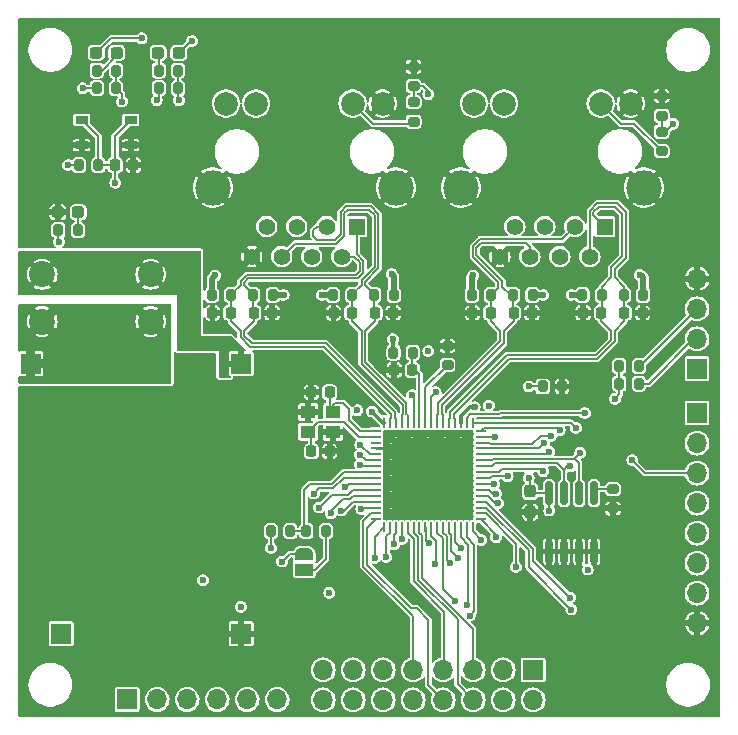
<source format=gtl>
%TF.GenerationSoftware,KiCad,Pcbnew,8.0.7*%
%TF.CreationDate,2025-01-02T12:23:40+01:00*%
%TF.ProjectId,kyncat,6b796e63-6174-42e6-9b69-6361645f7063,rev?*%
%TF.SameCoordinates,Original*%
%TF.FileFunction,Copper,L1,Top*%
%TF.FilePolarity,Positive*%
%FSLAX46Y46*%
G04 Gerber Fmt 4.6, Leading zero omitted, Abs format (unit mm)*
G04 Created by KiCad (PCBNEW 8.0.7) date 2025-01-02 12:23:40*
%MOMM*%
%LPD*%
G01*
G04 APERTURE LIST*
G04 Aperture macros list*
%AMRoundRect*
0 Rectangle with rounded corners*
0 $1 Rounding radius*
0 $2 $3 $4 $5 $6 $7 $8 $9 X,Y pos of 4 corners*
0 Add a 4 corners polygon primitive as box body*
4,1,4,$2,$3,$4,$5,$6,$7,$8,$9,$2,$3,0*
0 Add four circle primitives for the rounded corners*
1,1,$1+$1,$2,$3*
1,1,$1+$1,$4,$5*
1,1,$1+$1,$6,$7*
1,1,$1+$1,$8,$9*
0 Add four rect primitives between the rounded corners*
20,1,$1+$1,$2,$3,$4,$5,0*
20,1,$1+$1,$4,$5,$6,$7,0*
20,1,$1+$1,$6,$7,$8,$9,0*
20,1,$1+$1,$8,$9,$2,$3,0*%
%AMFreePoly0*
4,1,19,0.550000,-0.750000,0.000000,-0.750000,0.000000,-0.744911,-0.071157,-0.744911,-0.207708,-0.704816,-0.327430,-0.627875,-0.420627,-0.520320,-0.479746,-0.390866,-0.500000,-0.250000,-0.500000,0.250000,-0.479746,0.390866,-0.420627,0.520320,-0.327430,0.627875,-0.207708,0.704816,-0.071157,0.744911,0.000000,0.744911,0.000000,0.750000,0.550000,0.750000,0.550000,-0.750000,0.550000,-0.750000,
$1*%
%AMFreePoly1*
4,1,19,0.000000,0.744911,0.071157,0.744911,0.207708,0.704816,0.327430,0.627875,0.420627,0.520320,0.479746,0.390866,0.500000,0.250000,0.500000,-0.250000,0.479746,-0.390866,0.420627,-0.520320,0.327430,-0.627875,0.207708,-0.704816,0.071157,-0.744911,0.000000,-0.744911,0.000000,-0.750000,-0.550000,-0.750000,-0.550000,0.750000,0.000000,0.750000,0.000000,0.744911,0.000000,0.744911,
$1*%
G04 Aperture macros list end*
%TA.AperFunction,ComponentPad*%
%ADD10R,1.700000X1.700000*%
%TD*%
%TA.AperFunction,ComponentPad*%
%ADD11O,1.700000X1.700000*%
%TD*%
%TA.AperFunction,SMDPad,CuDef*%
%ADD12RoundRect,0.225000X-0.225000X-0.250000X0.225000X-0.250000X0.225000X0.250000X-0.225000X0.250000X0*%
%TD*%
%TA.AperFunction,SMDPad,CuDef*%
%ADD13RoundRect,0.237500X0.237500X-0.300000X0.237500X0.300000X-0.237500X0.300000X-0.237500X-0.300000X0*%
%TD*%
%TA.AperFunction,SMDPad,CuDef*%
%ADD14RoundRect,0.200000X0.200000X0.275000X-0.200000X0.275000X-0.200000X-0.275000X0.200000X-0.275000X0*%
%TD*%
%TA.AperFunction,ComponentPad*%
%ADD15R,1.400000X1.400000*%
%TD*%
%TA.AperFunction,ComponentPad*%
%ADD16C,1.400000*%
%TD*%
%TA.AperFunction,ComponentPad*%
%ADD17C,2.000000*%
%TD*%
%TA.AperFunction,ComponentPad*%
%ADD18C,3.000000*%
%TD*%
%TA.AperFunction,SMDPad,CuDef*%
%ADD19RoundRect,0.200000X-0.200000X-0.275000X0.200000X-0.275000X0.200000X0.275000X-0.200000X0.275000X0*%
%TD*%
%TA.AperFunction,SMDPad,CuDef*%
%ADD20R,1.050000X0.650000*%
%TD*%
%TA.AperFunction,SMDPad,CuDef*%
%ADD21RoundRect,0.225000X0.225000X0.250000X-0.225000X0.250000X-0.225000X-0.250000X0.225000X-0.250000X0*%
%TD*%
%TA.AperFunction,SMDPad,CuDef*%
%ADD22FreePoly0,90.000000*%
%TD*%
%TA.AperFunction,SMDPad,CuDef*%
%ADD23R,1.500000X1.000000*%
%TD*%
%TA.AperFunction,SMDPad,CuDef*%
%ADD24FreePoly1,90.000000*%
%TD*%
%TA.AperFunction,SMDPad,CuDef*%
%ADD25R,1.300000X1.100000*%
%TD*%
%TA.AperFunction,SMDPad,CuDef*%
%ADD26RoundRect,0.200000X0.275000X-0.200000X0.275000X0.200000X-0.275000X0.200000X-0.275000X-0.200000X0*%
%TD*%
%TA.AperFunction,SMDPad,CuDef*%
%ADD27RoundRect,0.200000X-0.275000X0.200000X-0.275000X-0.200000X0.275000X-0.200000X0.275000X0.200000X0*%
%TD*%
%TA.AperFunction,SMDPad,CuDef*%
%ADD28RoundRect,0.062500X-0.375000X-0.062500X0.375000X-0.062500X0.375000X0.062500X-0.375000X0.062500X0*%
%TD*%
%TA.AperFunction,SMDPad,CuDef*%
%ADD29RoundRect,0.062500X-0.062500X-0.375000X0.062500X-0.375000X0.062500X0.375000X-0.062500X0.375000X0*%
%TD*%
%TA.AperFunction,HeatsinkPad*%
%ADD30C,0.500000*%
%TD*%
%TA.AperFunction,HeatsinkPad*%
%ADD31R,6.000000X6.000000*%
%TD*%
%TA.AperFunction,SMDPad,CuDef*%
%ADD32RoundRect,0.237500X-0.287500X-0.237500X0.287500X-0.237500X0.287500X0.237500X-0.287500X0.237500X0*%
%TD*%
%TA.AperFunction,ComponentPad*%
%ADD33C,2.200000*%
%TD*%
%TA.AperFunction,SMDPad,CuDef*%
%ADD34RoundRect,0.237500X0.287500X0.237500X-0.287500X0.237500X-0.287500X-0.237500X0.287500X-0.237500X0*%
%TD*%
%TA.AperFunction,SMDPad,CuDef*%
%ADD35RoundRect,0.150000X-0.150000X0.825000X-0.150000X-0.825000X0.150000X-0.825000X0.150000X0.825000X0*%
%TD*%
%TA.AperFunction,ViaPad*%
%ADD36C,0.600000*%
%TD*%
%TA.AperFunction,Conductor*%
%ADD37C,0.150000*%
%TD*%
%TA.AperFunction,Conductor*%
%ADD38C,0.200000*%
%TD*%
%TA.AperFunction,Conductor*%
%ADD39C,0.500000*%
%TD*%
%TA.AperFunction,Conductor*%
%ADD40C,0.300000*%
%TD*%
%TA.AperFunction,Conductor*%
%ADD41C,1.000000*%
%TD*%
G04 APERTURE END LIST*
D10*
%TO.P,J2,1,Pin_1*%
%TO.N,SYNC_LATCH_1*%
X113000000Y-96250000D03*
D11*
%TO.P,J2,2,Pin_2*%
%TO.N,CLK25_OUT*%
X115540000Y-96250000D03*
%TO.P,J2,3,Pin_3*%
%TO.N,WAIT_ACK*%
X118080000Y-96250000D03*
%TO.P,J2,4,Pin_4*%
%TO.N,A1*%
X120620000Y-96250000D03*
%TO.P,J2,5,Pin_5*%
%TO.N,SYNC_LATCH_0*%
X123160000Y-96250000D03*
%TO.P,J2,6,Pin_6*%
%TO.N,IRQ*%
X125700000Y-96250000D03*
%TD*%
D12*
%TO.P,C19,1*%
%TO.N,TXA_N*%
X155100000Y-63500000D03*
%TO.P,C19,2*%
%TO.N,GND*%
X156650000Y-63500000D03*
%TD*%
D13*
%TO.P,C28,1*%
%TO.N,GND*%
X147125000Y-80362500D03*
%TO.P,C28,2*%
%TO.N,VDD33*%
X147125000Y-78637500D03*
%TD*%
D14*
%TO.P,R3,1*%
%TO.N,Net-(U1A-CLK_25{slash}CLK_25_EN{slash}XTAL_MODE)*%
X126825000Y-82000000D03*
%TO.P,R3,2*%
%TO.N,CLK25_OUT*%
X125175000Y-82000000D03*
%TD*%
D15*
%TO.P,J3,1,TD+*%
%TO.N,TXA_P*%
X153445000Y-56205000D03*
D16*
%TO.P,J3,2,TD-*%
%TO.N,TXA_N*%
X152175000Y-58745000D03*
%TO.P,J3,3,RD+*%
%TO.N,RXA_P*%
X150905000Y-56205000D03*
%TO.P,J3,4,TCT*%
%TO.N,VDD33TXRX1*%
X149635000Y-58745000D03*
%TO.P,J3,5,RCT*%
X148365000Y-56205000D03*
%TO.P,J3,6,RD-*%
%TO.N,RXA_N*%
X147095000Y-58745000D03*
%TO.P,J3,7,NC*%
%TO.N,unconnected-(J3-NC-Pad7)*%
X145825000Y-56205000D03*
%TO.P,J3,8*%
%TO.N,GND*%
X144555000Y-58745000D03*
D17*
%TO.P,J3,9*%
X155630000Y-45795000D03*
%TO.P,J3,10*%
%TO.N,Net-(J3-Pad10)*%
X153090000Y-45795000D03*
%TO.P,J3,11*%
%TO.N,unconnected-(J3-Pad11)*%
X144910000Y-45795000D03*
%TO.P,J3,12*%
%TO.N,unconnected-(J3-Pad12)*%
X142370000Y-45795000D03*
D18*
%TO.P,J3,SH*%
%TO.N,GND*%
X156745000Y-52905000D03*
X141255000Y-52905000D03*
%TD*%
D19*
%TO.P,FB3,1*%
%TO.N,VDD33*%
X135550000Y-66875000D03*
%TO.P,FB3,2*%
%TO.N,VDD33BIAS*%
X137200000Y-66875000D03*
%TD*%
D12*
%TO.P,C26,1*%
%TO.N,TXB_P*%
X123725000Y-63500000D03*
%TO.P,C26,2*%
%TO.N,GND*%
X125275000Y-63500000D03*
%TD*%
D19*
%TO.P,R11,1*%
%TO.N,VDD33TXRX2*%
X130425000Y-62000000D03*
%TO.P,R11,2*%
%TO.N,RXB_N*%
X132075000Y-62000000D03*
%TD*%
%TO.P,R8,1*%
%TO.N,VDD33TXRX1*%
X142175000Y-62000000D03*
%TO.P,R8,2*%
%TO.N,RXA_P*%
X143825000Y-62000000D03*
%TD*%
D20*
%TO.P,SW1,1,1*%
%TO.N,GND*%
X113300000Y-49325000D03*
X109150000Y-49325000D03*
%TO.P,SW1,2,2*%
%TO.N,Net-(U1A-RST#)*%
X113300000Y-47175000D03*
X109150000Y-47175000D03*
%TD*%
D21*
%TO.P,C25,1*%
%TO.N,TXB_N*%
X121775000Y-63500000D03*
%TO.P,C25,2*%
%TO.N,GND*%
X120225000Y-63500000D03*
%TD*%
D14*
%TO.P,R14,1*%
%TO.N,VDD33TXRX2*%
X125325000Y-62000000D03*
%TO.P,R14,2*%
%TO.N,TXB_P*%
X123675000Y-62000000D03*
%TD*%
D21*
%TO.P,C20,1*%
%TO.N,RXA_P*%
X143775000Y-63500000D03*
%TO.P,C20,2*%
%TO.N,GND*%
X142225000Y-63500000D03*
%TD*%
D22*
%TO.P,JP1,1,A*%
%TO.N,GND*%
X128000000Y-86550000D03*
D23*
%TO.P,JP1,2,C*%
%TO.N,Net-(JP1-C)*%
X128000000Y-85250000D03*
D24*
%TO.P,JP1,3,B*%
%TO.N,VDD33*%
X128000000Y-83950000D03*
%TD*%
D25*
%TO.P,Y1,1,1*%
%TO.N,Net-(U1A-OSCO)*%
X128325000Y-73575000D03*
%TO.P,Y1,2,2*%
%TO.N,GND*%
X130425000Y-73575000D03*
%TO.P,Y1,3,3*%
%TO.N,Net-(U1A-OSCI)*%
X130425000Y-71925000D03*
%TO.P,Y1,4,4*%
%TO.N,GND*%
X128325000Y-71925000D03*
%TD*%
D14*
%TO.P,R23,1*%
%TO.N,Net-(U1B-RUNLED{slash}STATE_RUNLED{slash}E2PSIZE{slash}EE_EMUL0{slash}LEDPOL3)*%
X117325000Y-43000000D03*
%TO.P,R23,2*%
%TO.N,Net-(D2-K)*%
X115675000Y-43000000D03*
%TD*%
%TO.P,R21,1*%
%TO.N,Net-(U1B-RUNLED{slash}STATE_RUNLED{slash}E2PSIZE{slash}EE_EMUL0{slash}LEDPOL3)*%
X117325000Y-44500000D03*
%TO.P,R21,2*%
%TO.N,VDD33*%
X115675000Y-44500000D03*
%TD*%
D21*
%TO.P,C15,1*%
%TO.N,Net-(U1A-OSCI)*%
X130150000Y-70250000D03*
%TO.P,C15,2*%
%TO.N,GND*%
X128600000Y-70250000D03*
%TD*%
D12*
%TO.P,C16,1*%
%TO.N,Net-(U1A-OSCO)*%
X128600000Y-75250000D03*
%TO.P,C16,2*%
%TO.N,GND*%
X130150000Y-75250000D03*
%TD*%
D21*
%TO.P,C23,1*%
%TO.N,RXB_N*%
X132025000Y-63500000D03*
%TO.P,C23,2*%
%TO.N,GND*%
X130475000Y-63500000D03*
%TD*%
D26*
%TO.P,R16,1*%
%TO.N,GND*%
X154125000Y-80075000D03*
%TO.P,R16,2*%
%TO.N,Net-(U2-A0)*%
X154125000Y-78425000D03*
%TD*%
D27*
%TO.P,R20,1*%
%TO.N,GND*%
X137250000Y-42675000D03*
%TO.P,R20,2*%
%TO.N,LEDPOL1*%
X137250000Y-44325000D03*
%TD*%
D10*
%TO.P,J4,1,Pin_1*%
%TO.N,VDD33*%
X161250000Y-72000000D03*
D11*
%TO.P,J4,2,Pin_2*%
%TO.N,QSPI_CLK*%
X161250000Y-74540000D03*
%TO.P,J4,3,Pin_3*%
%TO.N,SPI_SCS*%
X161250000Y-77080000D03*
%TO.P,J4,4,Pin_4*%
%TO.N,QSPI_SIO0*%
X161250000Y-79620000D03*
%TO.P,J4,5,Pin_5*%
%TO.N,QSPI_SIO1*%
X161250000Y-82160000D03*
%TO.P,J4,6,Pin_6*%
%TO.N,QSPI_SIO2*%
X161250000Y-84700000D03*
%TO.P,J4,7,Pin_7*%
%TO.N,QSPI_SIO3*%
X161250000Y-87240000D03*
%TO.P,J4,8,Pin_8*%
%TO.N,GND*%
X161250000Y-89780000D03*
%TD*%
D19*
%TO.P,R13,1*%
%TO.N,VDD33TXRX2*%
X120175000Y-62000000D03*
%TO.P,R13,2*%
%TO.N,TXB_N*%
X121825000Y-62000000D03*
%TD*%
D28*
%TO.P,U1,1,OSCI*%
%TO.N,Net-(U1A-OSCI)*%
X134062500Y-73500000D03*
%TO.P,U1,2,OSCO*%
%TO.N,Net-(U1A-OSCO)*%
X134062500Y-74000000D03*
%TO.P,U1,3,OSCVDD12*%
%TO.N,unconnected-(U1A-OSCVDD12-Pad3)*%
X134062500Y-74500000D03*
%TO.P,U1,4,OSCVSS*%
%TO.N,GND*%
X134062500Y-75000000D03*
%TO.P,U1,5,VDD33*%
%TO.N,VDD33*%
X134062500Y-75500000D03*
%TO.P,U1,6,VDDCR*%
%TO.N,VDDCR*%
X134062500Y-76000000D03*
%TO.P,U1,7,REG_EN*%
%TO.N,VDD33*%
X134062500Y-76500000D03*
%TO.P,U1,8,CLK_25/CLK_25_EN/XTAL_MODE*%
%TO.N,Net-(U1A-CLK_25{slash}CLK_25_EN{slash}XTAL_MODE)*%
X134062500Y-77000000D03*
%TO.P,U1,9,ERRLED/PME/100FD_B/LEDPOL4*%
%TO.N,Net-(U1B-ERRLED{slash}PME{slash}100FD_B{slash}LEDPOL4)*%
X134062500Y-77500000D03*
%TO.P,U1,10,WAIT_ACK/PME/LATCH0//EE_EMUL_SPI3*%
%TO.N,WAIT_ACK*%
X134062500Y-78000000D03*
%TO.P,U1,11,RST#*%
%TO.N,Net-(U1A-RST#)*%
X134062500Y-78500000D03*
%TO.P,U1,12,D2/AD2/SOF/SIO2/EE_EMUL_SPI0*%
%TO.N,QSPI_SIO2*%
X134062500Y-79000000D03*
%TO.P,U1,13,D1/AD1/EOF/SO/SIO1*%
%TO.N,QSPI_SIO1*%
X134062500Y-79500000D03*
%TO.P,U1,14,VDDIO*%
%TO.N,VDD33*%
X134062500Y-80000000D03*
%TO.P,U1,15,D14/AD14/DIGIO8/GPI8/GPO8/MII_TXD3/TX_SHIFT1*%
%TO.N,Net-(J8-Pin_9)*%
X134062500Y-80500000D03*
%TO.P,U1,16,D13/AD13/DIGIO7/GPI7/GPO7/MII_TXD2/TX_SHIFT0*%
%TO.N,Net-(J8-Pin_8)*%
X134062500Y-81000000D03*
D29*
%TO.P,U1,17,D0/AD0/WD_STATE/SI/SIO0*%
%TO.N,QSPI_SIO0*%
X134750000Y-81687500D03*
%TO.P,U1,18,SYNC1/LATCH1/PME*%
%TO.N,SYNC_LATCH_1*%
X135250000Y-81687500D03*
%TO.P,U1,19,D9/AD9/LATCH_IN/SCK*%
%TO.N,QSPI_CLK*%
X135750000Y-81687500D03*
%TO.P,U1,20,VDDIO*%
%TO.N,VDD33*%
X136250000Y-81687500D03*
%TO.P,U1,21,D12/AD12/DIGIO6/GPI6/GPO6/MII_TXD1/100FD_B*%
%TO.N,Net-(J8-Pin_7)*%
X136750000Y-81687500D03*
%TO.P,U1,22,D11/AD11/DIGIO5/GPI5/GPO5/MII_TXD0/100FD_A*%
%TO.N,Net-(J8-Pin_6)*%
X137250000Y-81687500D03*
%TO.P,U1,23,D10/AD10/DIGIO4/GPI4/GPO4/MII_TXEN*%
%TO.N,Net-(J8-Pin_5)*%
X137750000Y-81687500D03*
%TO.P,U1,24,VDDCR*%
%TO.N,VDDCR*%
X138250000Y-81687500D03*
%TO.P,U1,25,A1/ALELO/OE_EXT/MII_CLK25//EE_EMUL_SPI2*%
%TO.N,A1*%
X138750000Y-81687500D03*
%TO.P,U1,26,A3/BE0/DIGIO11/GPI11/GPO11/MII_RXDV*%
%TO.N,Net-(J8-Pin_12)*%
X139250000Y-81687500D03*
%TO.P,U1,27,A4/BE1/DIGIO12/GPI12/GPO12/MII_RXD0*%
%TO.N,Net-(J8-Pin_13)*%
X139750000Y-81687500D03*
%TO.P,U1,28,CS/DIGIO13/GPI13/GPO13/MII_RXD1*%
%TO.N,Net-(J8-Pin_14)*%
X140250000Y-81687500D03*
%TO.P,U1,29,A2/ALEHI/DIGIO10/GPI10/GPO10/LINKACTLED2/EE_EMUL_ALELO_POL/MII_LINKPOL/LEDPOL2*%
%TO.N,Net-(J8-Pin_11)*%
X140750000Y-81687500D03*
%TO.P,U1,30,WR/ENB/DIGIO14/GPI14/GPO14/MII_RXD2*%
%TO.N,Net-(J8-Pin_15)*%
X141250000Y-81687500D03*
%TO.P,U1,31,RD/RD_WR/DIGIO15/GPI15/GPO15/MII_RXD3*%
%TO.N,Net-(J8-Pin_16)*%
X141750000Y-81687500D03*
%TO.P,U1,32,VDDIO*%
%TO.N,VDD33*%
X142250000Y-81687500D03*
D28*
%TO.P,U1,33,A0/D15/AD15/DIGIO9/GPI9/GPO9/MII_RXER*%
%TO.N,Net-(J8-Pin_10)*%
X142937500Y-81000000D03*
%TO.P,U1,34,SYNC0/LATCH0/PME*%
%TO.N,SYNC_LATCH_0*%
X142937500Y-80500000D03*
%TO.P,U1,35,D3/AD3/WD_TRIG/SIO3/EE_EMUL_SPI1*%
%TO.N,QSPI_SIO3*%
X142937500Y-80000000D03*
%TO.P,U1,36,D6/AD6/DIGIO0/GPI0/GPO0/MII_RXCLK*%
%TO.N,Net-(J8-Pin_1)*%
X142937500Y-79500000D03*
%TO.P,U1,37,VDDIO*%
%TO.N,VDD33*%
X142937500Y-79000000D03*
%TO.P,U1,38,VDDCR*%
%TO.N,VDDCR*%
X142937500Y-78500000D03*
%TO.P,U1,39,D7/AD7/DIGIO1/GPI1/GPO1/MII_MDC*%
%TO.N,Net-(J8-Pin_2)*%
X142937500Y-78000000D03*
%TO.P,U1,40,D8/AD8/DIGIO2/GPI2/GPO2/MII_MDIO*%
%TO.N,Net-(J8-Pin_3)*%
X142937500Y-77500000D03*
%TO.P,U1,41,TESTMODE*%
%TO.N,Net-(U1A-TESTMODE)*%
X142937500Y-77000000D03*
%TO.P,U1,42,EESDA/TMS/EE_EMUL1*%
%TO.N,I2C_SDA*%
X142937500Y-76500000D03*
%TO.P,U1,43,EESCL/TCK/EE_EMUL2*%
%TO.N,I2C_SCL*%
X142937500Y-76000000D03*
%TO.P,U1,44,IRQ/LATCH1*%
%TO.N,IRQ*%
X142937500Y-75500000D03*
%TO.P,U1,45,RUNLED/STATE_RUNLED/E2PSIZE/EE_EMUL0/LEDPOL3*%
%TO.N,Net-(U1B-RUNLED{slash}STATE_RUNLED{slash}E2PSIZE{slash}EE_EMUL0{slash}LEDPOL3)*%
X142937500Y-75000000D03*
%TO.P,U1,46,LINKACTLED1/TDI/CHIP_MODE1/LEDPOL1*%
%TO.N,LEDPOL1*%
X142937500Y-74500000D03*
%TO.P,U1,47,VDDIO*%
%TO.N,VDD33*%
X142937500Y-74000000D03*
%TO.P,U1,48,LINKACTLED0/TDO/CHIP_MODE0/100FD_A/LEDPOL0*%
%TO.N,LEDPOL0*%
X142937500Y-73500000D03*
D29*
%TO.P,U1,49,D4/AD4/DIGIO3/GPI3/GPO3/MII_LINK*%
%TO.N,Net-(J8-Pin_4)*%
X142250000Y-72812500D03*
%TO.P,U1,50,D5/AD5/OUTVALID/SCS#*%
%TO.N,SPI_SCS*%
X141750000Y-72812500D03*
%TO.P,U1,51,VDD33TXRX1*%
%TO.N,VDD33TXRX1*%
X141250000Y-72812500D03*
%TO.P,U1,52,TNXA*%
%TO.N,TXA_N*%
X140750000Y-72812500D03*
%TO.P,U1,53,TXPA*%
%TO.N,TXA_P*%
X140250000Y-72812500D03*
%TO.P,U1,54,RXNA*%
%TO.N,RXA_N*%
X139750000Y-72812500D03*
%TO.P,U1,55,RXPA*%
%TO.N,RXA_P*%
X139250000Y-72812500D03*
%TO.P,U1,56,VDD12TX1*%
%TO.N,VDD12TF*%
X138750000Y-72812500D03*
%TO.P,U1,57,RBIAS*%
%TO.N,Net-(U1A-RBIAS)*%
X138250000Y-72812500D03*
%TO.P,U1,58,VDD33BIAS*%
%TO.N,VDD33BIAS*%
X137750000Y-72812500D03*
%TO.P,U1,59,VDD12TX2*%
%TO.N,VDD12TF*%
X137250000Y-72812500D03*
%TO.P,U1,60,RXPB*%
%TO.N,RXB_P*%
X136750000Y-72812500D03*
%TO.P,U1,61,RXNB*%
%TO.N,RXB_N*%
X136250000Y-72812500D03*
%TO.P,U1,62,TXPB*%
%TO.N,TXB_P*%
X135750000Y-72812500D03*
%TO.P,U1,63,TXNB*%
%TO.N,TXB_N*%
X135250000Y-72812500D03*
%TO.P,U1,64,VDD33TXRX2*%
%TO.N,VDD33TXRX2*%
X134750000Y-72812500D03*
D30*
%TO.P,U1,65,GND*%
%TO.N,GND*%
X135750000Y-74500000D03*
X135750000Y-75875000D03*
X135750000Y-77250000D03*
X135750000Y-78625000D03*
X135750000Y-80000000D03*
X137125000Y-74500000D03*
X137125000Y-75875000D03*
X137125000Y-77250000D03*
X137125000Y-78625000D03*
X137125000Y-80000000D03*
X138500000Y-74500000D03*
X138500000Y-75875000D03*
X138500000Y-77250000D03*
D31*
X138500000Y-77250000D03*
D30*
X138500000Y-78625000D03*
X138500000Y-80000000D03*
X139875000Y-74500000D03*
X139875000Y-75875000D03*
X139875000Y-77250000D03*
X139875000Y-78625000D03*
X139875000Y-80000000D03*
X141250000Y-74500000D03*
X141250000Y-75875000D03*
X141250000Y-77250000D03*
X141250000Y-78625000D03*
X141250000Y-80000000D03*
%TD*%
D27*
%TO.P,R15,1*%
%TO.N,LEDPOL1*%
X137250000Y-45675000D03*
%TO.P,R15,2*%
%TO.N,Net-(J1-Pad10)*%
X137250000Y-47325000D03*
%TD*%
D21*
%TO.P,C18,1*%
%TO.N,TXA_P*%
X153150000Y-63500000D03*
%TO.P,C18,2*%
%TO.N,GND*%
X151600000Y-63500000D03*
%TD*%
D14*
%TO.P,R12,1*%
%TO.N,VDD33TXRX2*%
X135575000Y-62000000D03*
%TO.P,R12,2*%
%TO.N,RXB_P*%
X133925000Y-62000000D03*
%TD*%
%TO.P,R18,1*%
%TO.N,I2C_SDA*%
X156325000Y-69500000D03*
%TO.P,R18,2*%
%TO.N,VDD33*%
X154675000Y-69500000D03*
%TD*%
%TO.P,R24,1*%
%TO.N,Net-(U1B-ERRLED{slash}PME{slash}100FD_B{slash}LEDPOL4)*%
X112075000Y-44500000D03*
%TO.P,R24,2*%
%TO.N,VDD33*%
X110425000Y-44500000D03*
%TD*%
D10*
%TO.P,U3,1,Vin*%
%TO.N,Net-(U3-Vin)*%
X122650000Y-67820000D03*
%TO.P,U3,2,GND*%
%TO.N,Net-(J6-Pad1)*%
X104850000Y-67820000D03*
%TO.P,U3,3,GND*%
%TO.N,GND*%
X122650000Y-90680000D03*
%TO.P,U3,4,Vout*%
%TO.N,VDD33*%
X107410000Y-90680000D03*
%TD*%
D27*
%TO.P,R1,1*%
%TO.N,GND*%
X140125000Y-66300000D03*
%TO.P,R1,2*%
%TO.N,Net-(U1A-RBIAS)*%
X140125000Y-67950000D03*
%TD*%
D19*
%TO.P,R6,1*%
%TO.N,VDD33TXRX1*%
X151550000Y-62000000D03*
%TO.P,R6,2*%
%TO.N,TXA_P*%
X153200000Y-62000000D03*
%TD*%
D10*
%TO.P,J5,1,Pin_1*%
%TO.N,VDD33*%
X161250000Y-68250000D03*
D11*
%TO.P,J5,2,Pin_2*%
%TO.N,I2C_SDA*%
X161250000Y-65710000D03*
%TO.P,J5,3,Pin_3*%
%TO.N,I2C_SCL*%
X161250000Y-63170000D03*
%TO.P,J5,4,Pin_4*%
%TO.N,GND*%
X161250000Y-60630000D03*
%TD*%
D19*
%TO.P,R4,1*%
%TO.N,Net-(U1A-CLK_25{slash}CLK_25_EN{slash}XTAL_MODE)*%
X128175000Y-82000000D03*
%TO.P,R4,2*%
%TO.N,Net-(JP1-C)*%
X129825000Y-82000000D03*
%TD*%
D14*
%TO.P,R25,1*%
%TO.N,Net-(D3-A)*%
X108825000Y-56500000D03*
%TO.P,R25,2*%
%TO.N,VDD33*%
X107175000Y-56500000D03*
%TD*%
%TO.P,R17,1*%
%TO.N,I2C_SCL*%
X156325000Y-68000000D03*
%TO.P,R17,2*%
%TO.N,VDD33*%
X154675000Y-68000000D03*
%TD*%
D32*
%TO.P,D3,1,K*%
%TO.N,GND*%
X107125000Y-55000000D03*
%TO.P,D3,2,A*%
%TO.N,Net-(D3-A)*%
X108875000Y-55000000D03*
%TD*%
D33*
%TO.P,J6,1*%
%TO.N,Net-(J6-Pad1)*%
X115000401Y-64250000D03*
%TO.P,J6,2*%
X105800399Y-64250000D03*
%TO.P,J6,3*%
%TO.N,Net-(U3-Vin)*%
X115000401Y-60249999D03*
%TO.P,J6,4*%
X105800399Y-60249999D03*
%TD*%
D12*
%TO.P,C21,1*%
%TO.N,RXA_N*%
X145725000Y-63500000D03*
%TO.P,C21,2*%
%TO.N,GND*%
X147275000Y-63500000D03*
%TD*%
D34*
%TO.P,D1,1,K*%
%TO.N,Net-(D1-K)*%
X112125000Y-41500000D03*
%TO.P,D1,2,A*%
%TO.N,VDD33*%
X110375000Y-41500000D03*
%TD*%
D12*
%TO.P,C3,1*%
%TO.N,GND*%
X135600000Y-68375000D03*
%TO.P,C3,2*%
%TO.N,VDD33BIAS*%
X137150000Y-68375000D03*
%TD*%
D14*
%TO.P,R9,1*%
%TO.N,VDD33TXRX1*%
X147325000Y-62000000D03*
%TO.P,R9,2*%
%TO.N,RXA_N*%
X145675000Y-62000000D03*
%TD*%
D35*
%TO.P,U2,1,A0*%
%TO.N,Net-(U2-A0)*%
X152530000Y-78775000D03*
%TO.P,U2,2,A1*%
%TO.N,I2C_SCL*%
X151260000Y-78775000D03*
%TO.P,U2,3,A2*%
%TO.N,I2C_SDA*%
X149990000Y-78775000D03*
%TO.P,U2,4,GND*%
%TO.N,VDD33*%
X148720000Y-78775000D03*
%TO.P,U2,5,SDA*%
%TO.N,GND*%
X148720000Y-83725000D03*
%TO.P,U2,6,SCL*%
X149990000Y-83725000D03*
%TO.P,U2,7,WP*%
X151260000Y-83725000D03*
%TO.P,U2,8,VCC*%
X152530000Y-83725000D03*
%TD*%
D12*
%TO.P,C24,1*%
%TO.N,RXB_P*%
X133975000Y-63500000D03*
%TO.P,C24,2*%
%TO.N,GND*%
X135525000Y-63500000D03*
%TD*%
D21*
%TO.P,C17,1*%
%TO.N,GND*%
X113525000Y-51000000D03*
%TO.P,C17,2*%
%TO.N,Net-(U1A-RST#)*%
X111975000Y-51000000D03*
%TD*%
D15*
%TO.P,J1,1,TD+*%
%TO.N,TXB_P*%
X132445000Y-56205000D03*
D16*
%TO.P,J1,2,TD-*%
%TO.N,TXB_N*%
X131175000Y-58745000D03*
%TO.P,J1,3,RD+*%
%TO.N,RXB_P*%
X129905000Y-56205000D03*
%TO.P,J1,4,TCT*%
%TO.N,VDD33TXRX2*%
X128635000Y-58745000D03*
%TO.P,J1,5,RCT*%
X127365000Y-56205000D03*
%TO.P,J1,6,RD-*%
%TO.N,RXB_N*%
X126095000Y-58745000D03*
%TO.P,J1,7,NC*%
%TO.N,unconnected-(J1-NC-Pad7)*%
X124825000Y-56205000D03*
%TO.P,J1,8*%
%TO.N,GND*%
X123555000Y-58745000D03*
D17*
%TO.P,J1,9*%
X134630000Y-45795000D03*
%TO.P,J1,10*%
%TO.N,Net-(J1-Pad10)*%
X132090000Y-45795000D03*
%TO.P,J1,11*%
%TO.N,unconnected-(J1-Pad11)*%
X123910000Y-45795000D03*
%TO.P,J1,12*%
%TO.N,unconnected-(J1-Pad12)*%
X121370000Y-45795000D03*
D18*
%TO.P,J1,SH*%
%TO.N,GND*%
X135745000Y-52905000D03*
X120255000Y-52905000D03*
%TD*%
D14*
%TO.P,R2,1*%
%TO.N,Net-(U1A-RST#)*%
X110575000Y-51000000D03*
%TO.P,R2,2*%
%TO.N,VDD33*%
X108925000Y-51000000D03*
%TD*%
D27*
%TO.P,R19,1*%
%TO.N,GND*%
X158250000Y-45175000D03*
%TO.P,R19,2*%
%TO.N,LEDPOL0*%
X158250000Y-46825000D03*
%TD*%
%TO.P,R10,1*%
%TO.N,LEDPOL0*%
X158250000Y-48175000D03*
%TO.P,R10,2*%
%TO.N,Net-(J3-Pad10)*%
X158250000Y-49825000D03*
%TD*%
D32*
%TO.P,D2,1,K*%
%TO.N,Net-(D2-K)*%
X115625000Y-41500000D03*
%TO.P,D2,2,A*%
%TO.N,VDD33*%
X117375000Y-41500000D03*
%TD*%
D10*
%TO.P,J8,1,Pin_1*%
%TO.N,Net-(J8-Pin_1)*%
X147375000Y-93750000D03*
D11*
%TO.P,J8,2,Pin_2*%
%TO.N,Net-(J8-Pin_2)*%
X147375000Y-96290000D03*
%TO.P,J8,3,Pin_3*%
%TO.N,Net-(J8-Pin_3)*%
X144835000Y-93750000D03*
%TO.P,J8,4,Pin_4*%
%TO.N,Net-(J8-Pin_4)*%
X144835000Y-96290000D03*
%TO.P,J8,5,Pin_5*%
%TO.N,Net-(J8-Pin_5)*%
X142295000Y-93750000D03*
%TO.P,J8,6,Pin_6*%
%TO.N,Net-(J8-Pin_6)*%
X142295000Y-96290000D03*
%TO.P,J8,7,Pin_7*%
%TO.N,Net-(J8-Pin_7)*%
X139755000Y-93750000D03*
%TO.P,J8,8,Pin_8*%
%TO.N,Net-(J8-Pin_8)*%
X139755000Y-96290000D03*
%TO.P,J8,9,Pin_9*%
%TO.N,Net-(J8-Pin_9)*%
X137215000Y-93750000D03*
%TO.P,J8,10,Pin_10*%
%TO.N,Net-(J8-Pin_10)*%
X137215000Y-96290000D03*
%TO.P,J8,11,Pin_11*%
%TO.N,Net-(J8-Pin_11)*%
X134675000Y-93750000D03*
%TO.P,J8,12,Pin_12*%
%TO.N,Net-(J8-Pin_12)*%
X134675000Y-96290000D03*
%TO.P,J8,13,Pin_13*%
%TO.N,Net-(J8-Pin_13)*%
X132135000Y-93750000D03*
%TO.P,J8,14,Pin_14*%
%TO.N,Net-(J8-Pin_14)*%
X132135000Y-96290000D03*
%TO.P,J8,15,Pin_15*%
%TO.N,Net-(J8-Pin_15)*%
X129595000Y-93750000D03*
%TO.P,J8,16,Pin_16*%
%TO.N,Net-(J8-Pin_16)*%
X129595000Y-96290000D03*
%TD*%
D14*
%TO.P,R7,1*%
%TO.N,VDD33TXRX1*%
X156700000Y-62000000D03*
%TO.P,R7,2*%
%TO.N,TXA_N*%
X155050000Y-62000000D03*
%TD*%
D19*
%TO.P,R5,1*%
%TO.N,Net-(U1A-TESTMODE)*%
X148175000Y-69750000D03*
%TO.P,R5,2*%
%TO.N,GND*%
X149825000Y-69750000D03*
%TD*%
D14*
%TO.P,R22,1*%
%TO.N,Net-(U1B-ERRLED{slash}PME{slash}100FD_B{slash}LEDPOL4)*%
X112075000Y-43000000D03*
%TO.P,R22,2*%
%TO.N,Net-(D1-K)*%
X110425000Y-43000000D03*
%TD*%
D36*
%TO.N,VDD33*%
X130125000Y-87225000D03*
X122625000Y-88400000D03*
X119425000Y-86150000D03*
%TO.N,GND*%
X128750000Y-80750000D03*
X146750000Y-68500000D03*
X157819771Y-71319771D03*
X157750000Y-65000000D03*
X157750000Y-67750000D03*
X150500000Y-81250000D03*
X154250000Y-83250000D03*
X154750000Y-85000000D03*
X153750000Y-88000000D03*
X153750000Y-90250000D03*
X146250000Y-91000000D03*
X113750000Y-45750000D03*
X115750000Y-54500000D03*
X138000000Y-49000000D03*
X151000000Y-68750000D03*
X125750000Y-70250000D03*
X125000000Y-86500000D03*
X113000000Y-90500000D03*
X114000000Y-90500000D03*
X115000000Y-90500000D03*
%TO.N,VDD33TXRX1*%
X156400000Y-60300000D03*
%TO.N,A1*%
X139075000Y-84750000D03*
%TO.N,SYNC_LATCH_0*%
X145925000Y-85025000D03*
%TO.N,WAIT_ACK*%
X131475000Y-78275000D03*
%TO.N,GND*%
X133650000Y-86750000D03*
%TO.N,VDD33TXRX1*%
X150625000Y-62000004D03*
X148250000Y-62000000D03*
X142300000Y-60350000D03*
X142425006Y-71500000D03*
%TO.N,GND*%
X142250000Y-64500000D03*
X128000000Y-76500000D03*
X148500000Y-63500000D03*
X143500000Y-91250000D03*
X115925000Y-50475000D03*
X150500000Y-63500000D03*
X135750000Y-91000000D03*
X135500000Y-64500000D03*
X128000000Y-69000000D03*
X131275000Y-85775000D03*
X105750000Y-55000000D03*
X134000000Y-91250000D03*
X129250000Y-63500000D03*
X130500000Y-91250000D03*
X149500000Y-90250000D03*
X120000000Y-64750000D03*
X126500000Y-63500000D03*
X133250000Y-58000000D03*
X145075000Y-83825000D03*
X139150000Y-91200000D03*
%TO.N,VDD33TXRX2*%
X120450000Y-60350000D03*
X129500000Y-62000000D03*
X135400000Y-60225000D03*
X126250000Y-62000000D03*
X133750000Y-71875000D03*
%TO.N,VDDCR*%
X132720027Y-75516999D03*
X144250000Y-78830153D03*
X138525000Y-83025000D03*
X138500000Y-66750000D03*
%TO.N,VDD12TF*%
X139125000Y-70250000D03*
X137125000Y-70499846D03*
%TO.N,VDD33*%
X132718413Y-76371000D03*
X108000000Y-51000000D03*
X144392063Y-79632645D03*
X109225000Y-44500000D03*
X118500000Y-40500000D03*
X126125000Y-84575000D03*
X132753549Y-74663655D03*
X115500000Y-45500000D03*
X144162673Y-74021000D03*
X135500000Y-65750000D03*
X132825389Y-80129000D03*
X143000000Y-82750000D03*
X136285472Y-82664808D03*
X143625000Y-71375000D03*
X132500000Y-71750000D03*
X114225000Y-40275000D03*
X154300000Y-70800000D03*
X147000000Y-77500000D03*
X107250000Y-57500000D03*
X148750000Y-80250000D03*
%TO.N,Net-(U1A-RST#)*%
X129250000Y-80000000D03*
X112000000Y-52500000D03*
%TO.N,CLK25_OUT*%
X125175000Y-83425000D03*
%TO.N,Net-(U1A-TESTMODE)*%
X147000000Y-69750000D03*
X148250000Y-76925000D03*
%TO.N,LEDPOL0*%
X149629000Y-73441500D03*
X159250000Y-47500000D03*
%TO.N,LEDPOL1*%
X138500000Y-45000000D03*
X148925821Y-73926123D03*
%TO.N,I2C_SDA*%
X150500000Y-76521000D03*
%TO.N,Net-(U1B-RUNLED{slash}STATE_RUNLED{slash}E2PSIZE{slash}EE_EMUL0{slash}LEDPOL3)*%
X148317256Y-74526758D03*
X117375000Y-45500000D03*
%TO.N,Net-(U1B-ERRLED{slash}PME{slash}100FD_B{slash}LEDPOL4)*%
X128814494Y-78814506D03*
X112550000Y-45625000D03*
%TO.N,QSPI_SIO0*%
X133982747Y-84252711D03*
%TO.N,QSPI_SIO2*%
X130250000Y-80500000D03*
%TO.N,I2C_SCL*%
X151375000Y-75375000D03*
%TO.N,QSPI_CLK*%
X135579000Y-83125010D03*
%TO.N,SPI_SCS*%
X155772500Y-75977500D03*
X151750000Y-71996000D03*
%TO.N,SYNC_LATCH_1*%
X134950000Y-84175000D03*
%TO.N,QSPI_SIO3*%
X150615730Y-88634270D03*
%TO.N,IRQ*%
X148750000Y-75263000D03*
%TO.N,QSPI_SIO1*%
X131125000Y-80249992D03*
%TO.N,Net-(J8-Pin_2)*%
X144089776Y-78000976D03*
X152000000Y-85250000D03*
%TO.N,Net-(J8-Pin_1)*%
X150500000Y-87629000D03*
%TO.N,Net-(J8-Pin_11)*%
X141270059Y-83439822D03*
%TO.N,Net-(J8-Pin_15)*%
X141750000Y-88275000D03*
%TO.N,Net-(J8-Pin_12)*%
X140725000Y-87900000D03*
%TO.N,Net-(J8-Pin_14)*%
X140999998Y-84250000D03*
%TO.N,Net-(J8-Pin_13)*%
X140359574Y-84729439D03*
%TO.N,Net-(J8-Pin_4)*%
X151000000Y-73250000D03*
%TO.N,Net-(J8-Pin_16)*%
X142000000Y-89150000D03*
%TO.N,Net-(J8-Pin_3)*%
X145208055Y-77346976D03*
%TO.N,Net-(J8-Pin_10)*%
X144250000Y-82500000D03*
%TD*%
D37*
%TO.N,Net-(U1A-TESTMODE)*%
X142940524Y-76996976D02*
X144503024Y-76996976D01*
X144503024Y-76996976D02*
X144750000Y-76750000D01*
X142937500Y-77000000D02*
X142940524Y-76996976D01*
X148075000Y-76750000D02*
X148250000Y-76925000D01*
X144750000Y-76750000D02*
X148075000Y-76750000D01*
D38*
%TO.N,I2C_SDA*%
X156325000Y-69500000D02*
X157150000Y-69500000D01*
X157150000Y-69500000D02*
X160940000Y-65710000D01*
X160940000Y-65710000D02*
X161250000Y-65710000D01*
D37*
%TO.N,I2C_SCL*%
X142937500Y-76000000D02*
X143862833Y-76000000D01*
X143862833Y-76000000D02*
X143970833Y-75892000D01*
X143970833Y-75892000D02*
X150917000Y-75892000D01*
X150917000Y-75892000D02*
X151260000Y-76235000D01*
X151260000Y-76235000D02*
X151260000Y-78775000D01*
X150575000Y-75892000D02*
X150858000Y-75892000D01*
X150858000Y-75892000D02*
X151375000Y-75375000D01*
%TO.N,I2C_SDA*%
X149990000Y-76815000D02*
X150284000Y-76521000D01*
X150284000Y-76521000D02*
X150500000Y-76521000D01*
%TO.N,SPI_SCS*%
X155772500Y-75977500D02*
X156875000Y-77080000D01*
X156875000Y-77080000D02*
X161250000Y-77080000D01*
%TO.N,VDD33*%
X110425000Y-44500000D02*
X109225000Y-44500000D01*
X111600000Y-40275000D02*
X114225000Y-40275000D01*
X110375000Y-41500000D02*
X111600000Y-40275000D01*
X110800000Y-41500000D02*
X110375000Y-41500000D01*
%TO.N,Net-(D1-K)*%
X110850000Y-43000000D02*
X112125000Y-41725000D01*
X112125000Y-41725000D02*
X112125000Y-41500000D01*
%TO.N,Net-(U1B-ERRLED{slash}PME{slash}100FD_B{slash}LEDPOL4)*%
X112075000Y-44500000D02*
X112075000Y-43000000D01*
X112550000Y-45625000D02*
X112550000Y-44975000D01*
X112550000Y-44975000D02*
X112075000Y-44500000D01*
D38*
%TO.N,VDD33*%
X154675000Y-70425000D02*
X154300000Y-70800000D01*
X154675000Y-68000000D02*
X154675000Y-70425000D01*
%TO.N,I2C_SCL*%
X156325000Y-68000000D02*
X156420000Y-68000000D01*
X156420000Y-68000000D02*
X161250000Y-63170000D01*
D39*
%TO.N,VDD33TXRX1*%
X151550000Y-62000000D02*
X150625004Y-62000000D01*
X150625004Y-62000000D02*
X150625000Y-62000004D01*
D37*
%TO.N,RXA_N*%
X145675000Y-62000000D02*
X145675000Y-63450000D01*
X145675000Y-63450000D02*
X145725000Y-63500000D01*
%TO.N,RXA_P*%
X143825000Y-62000000D02*
X143825000Y-63450000D01*
X143825000Y-63450000D02*
X143775000Y-63500000D01*
%TO.N,RXB_P*%
X133925000Y-62000000D02*
X133925000Y-63450000D01*
X133925000Y-63450000D02*
X133975000Y-63500000D01*
%TO.N,RXB_N*%
X132075000Y-62000000D02*
X132075000Y-63450000D01*
X132075000Y-63450000D02*
X132025000Y-63500000D01*
%TO.N,TXB_P*%
X123675000Y-62000000D02*
X123675000Y-63450000D01*
X123675000Y-63450000D02*
X123725000Y-63500000D01*
%TO.N,TXB_N*%
X121825000Y-62000000D02*
X121825000Y-63450000D01*
X121825000Y-63450000D02*
X121775000Y-63500000D01*
D39*
%TO.N,VDD33TXRX2*%
X120175000Y-60625000D02*
X120450000Y-60350000D01*
X120175000Y-62000000D02*
X120175000Y-60625000D01*
%TO.N,VDD33TXRX1*%
X142175000Y-60475000D02*
X142300000Y-60350000D01*
X142175000Y-62000000D02*
X142175000Y-60475000D01*
X156700000Y-60500000D02*
X156500000Y-60300000D01*
D38*
X156500000Y-60300000D02*
X156400000Y-60300000D01*
D39*
%TO.N,VDD33TXRX2*%
X135575000Y-60400000D02*
X135400000Y-60225000D01*
X135575000Y-62000000D02*
X135575000Y-60400000D01*
%TO.N,VDD33TXRX1*%
X156700000Y-62000000D02*
X156700000Y-60500000D01*
D37*
%TO.N,TXA_N*%
X155050000Y-62000000D02*
X155050000Y-63450000D01*
X155050000Y-63450000D02*
X155100000Y-63500000D01*
%TO.N,TXA_P*%
X153200000Y-62000000D02*
X153200000Y-63450000D01*
X153200000Y-63450000D02*
X153150000Y-63500000D01*
D38*
%TO.N,VDD33BIAS*%
X137150000Y-68375000D02*
X137150000Y-66925000D01*
X137150000Y-66925000D02*
X137200000Y-66875000D01*
D37*
%TO.N,Net-(J8-Pin_12)*%
X139250000Y-81687500D02*
X139250000Y-82124999D01*
X139250000Y-82124999D02*
X139725000Y-82599999D01*
X139725000Y-82599999D02*
X139725000Y-86900000D01*
X139725000Y-86900000D02*
X140725000Y-87900000D01*
%TO.N,Net-(J8-Pin_14)*%
X140425000Y-82299999D02*
X140425000Y-83675002D01*
%TO.N,Net-(J8-Pin_13)*%
X139750000Y-82124999D02*
X139750000Y-81687500D01*
%TO.N,Net-(J8-Pin_14)*%
X140250000Y-81687500D02*
X140250000Y-82124999D01*
%TO.N,Net-(J8-Pin_13)*%
X140359574Y-84729439D02*
X140075000Y-84444865D01*
X140075000Y-84444865D02*
X140075000Y-82449999D01*
X140075000Y-82449999D02*
X139750000Y-82124999D01*
%TO.N,Net-(J8-Pin_14)*%
X140425000Y-83675002D02*
X140999998Y-84250000D01*
%TO.N,Net-(J8-Pin_11)*%
X140775000Y-81712500D02*
X140775000Y-82944763D01*
X140750000Y-81687500D02*
X140775000Y-81712500D01*
%TO.N,Net-(J8-Pin_14)*%
X140250000Y-82124999D02*
X140425000Y-82299999D01*
%TO.N,Net-(J8-Pin_11)*%
X140775000Y-82944763D02*
X141270059Y-83439822D01*
%TO.N,Net-(J8-Pin_16)*%
X142000000Y-89150000D02*
X142367053Y-88782947D01*
X142367053Y-88782947D02*
X142367053Y-83152300D01*
X142367053Y-83152300D02*
X141750000Y-82535247D01*
X141750000Y-82535247D02*
X141750000Y-81687500D01*
%TO.N,Net-(J8-Pin_15)*%
X141879000Y-83159222D02*
X141879000Y-88146000D01*
X141250000Y-81687500D02*
X141250000Y-82530222D01*
X141250000Y-82530222D02*
X141879000Y-83159222D01*
X141879000Y-88146000D02*
X141750000Y-88275000D01*
%TO.N,Net-(J8-Pin_6)*%
X137250000Y-81687500D02*
X137250000Y-82130024D01*
X137250000Y-82130024D02*
X137600000Y-82480024D01*
X137600000Y-82480024D02*
X137600000Y-86100000D01*
X140975000Y-94970000D02*
X142295000Y-96290000D01*
X137600000Y-86100000D02*
X140975000Y-89475000D01*
X140975000Y-89475000D02*
X140975000Y-94970000D01*
%TO.N,Net-(J8-Pin_7)*%
X136750000Y-81687500D02*
X136750000Y-82124999D01*
X136750000Y-82124999D02*
X137250000Y-82624999D01*
X137250000Y-82624999D02*
X137250000Y-86250000D01*
X137250000Y-86250000D02*
X139825000Y-88825000D01*
X139825000Y-88825000D02*
X139825000Y-93680000D01*
X139825000Y-93680000D02*
X139755000Y-93750000D01*
%TO.N,A1*%
X139125000Y-84700000D02*
X139075000Y-84750000D01*
X139125000Y-82811827D02*
X139125000Y-84700000D01*
X138750000Y-81687500D02*
X138750000Y-82436827D01*
X138750000Y-82436827D02*
X139125000Y-82811827D01*
%TO.N,Net-(U2-A0)*%
X152530000Y-78775000D02*
X152880000Y-78425000D01*
X152880000Y-78425000D02*
X154125000Y-78425000D01*
%TO.N,SYNC_LATCH_0*%
X142937500Y-80500000D02*
X143374999Y-80500000D01*
X143374999Y-80500000D02*
X145925000Y-83050001D01*
X145925000Y-83050001D02*
X145925000Y-85025000D01*
%TO.N,Net-(U1A-RST#)*%
X134062500Y-78500000D02*
X132139541Y-78500000D01*
X130346000Y-78904000D02*
X129250000Y-80000000D01*
X132139541Y-78500000D02*
X131735541Y-78904000D01*
%TO.N,QSPI_SIO2*%
X132134516Y-79000000D02*
X134062500Y-79000000D01*
%TO.N,Net-(U1A-RST#)*%
X131735541Y-78904000D02*
X130346000Y-78904000D01*
%TO.N,QSPI_SIO2*%
X131307819Y-79254000D02*
X131880516Y-79254000D01*
X130250000Y-80500000D02*
X130250000Y-80311819D01*
X131880516Y-79254000D02*
X132134516Y-79000000D01*
%TO.N,WAIT_ACK*%
X134062500Y-78000000D02*
X131750000Y-78000000D01*
%TO.N,QSPI_SIO1*%
X134062500Y-79500000D02*
X132129491Y-79500000D01*
X132129491Y-79500000D02*
X131379499Y-80249992D01*
%TO.N,QSPI_SIO2*%
X130250000Y-80311819D02*
X131307819Y-79254000D01*
%TO.N,QSPI_SIO1*%
X131379499Y-80249992D02*
X131125000Y-80249992D01*
%TO.N,WAIT_ACK*%
X131750000Y-78000000D02*
X131475000Y-78275000D01*
D38*
%TO.N,VDD33*%
X132847413Y-76500000D02*
X132718413Y-76371000D01*
D37*
%TO.N,Net-(U1B-ERRLED{slash}PME{slash}100FD_B{slash}LEDPOL4)*%
X134062500Y-77500000D02*
X131319974Y-77500000D01*
%TO.N,Net-(U1A-CLK_25{slash}CLK_25_EN{slash}XTAL_MODE)*%
X128500000Y-78000000D02*
X130325000Y-78000000D01*
D38*
%TO.N,VDD33*%
X133589894Y-75500000D02*
X132753549Y-74663655D01*
%TO.N,VDDCR*%
X133203028Y-76000000D02*
X132720027Y-75516999D01*
%TO.N,VDD33*%
X134062500Y-75500000D02*
X133589894Y-75500000D01*
D37*
%TO.N,Net-(U1B-ERRLED{slash}PME{slash}100FD_B{slash}LEDPOL4)*%
X129254000Y-78375000D02*
X128814494Y-78814506D01*
X131319974Y-77500000D02*
X130444974Y-78375000D01*
D38*
%TO.N,VDDCR*%
X134062500Y-76000000D02*
X133203028Y-76000000D01*
D37*
%TO.N,Net-(U1A-CLK_25{slash}CLK_25_EN{slash}XTAL_MODE)*%
X131325000Y-77000000D02*
X134062500Y-77000000D01*
%TO.N,Net-(U1B-ERRLED{slash}PME{slash}100FD_B{slash}LEDPOL4)*%
X130444974Y-78375000D02*
X129254000Y-78375000D01*
%TO.N,Net-(U1A-CLK_25{slash}CLK_25_EN{slash}XTAL_MODE)*%
X128000000Y-78500000D02*
X128500000Y-78000000D01*
D38*
%TO.N,VDD33*%
X134062500Y-76500000D02*
X132847413Y-76500000D01*
D37*
%TO.N,Net-(U1A-CLK_25{slash}CLK_25_EN{slash}XTAL_MODE)*%
X128175000Y-82000000D02*
X128000000Y-81825000D01*
X128000000Y-81825000D02*
X128000000Y-78500000D01*
X130325000Y-78000000D02*
X131325000Y-77000000D01*
D38*
%TO.N,VDDCR*%
X138525000Y-83025000D02*
X138325000Y-82825000D01*
X138325000Y-82825000D02*
X138325000Y-81762500D01*
X138325000Y-81762500D02*
X138250000Y-81687500D01*
D40*
%TO.N,VDD33TXRX1*%
X142039904Y-71500000D02*
X142425006Y-71500000D01*
X141250000Y-72812500D02*
X141250000Y-72289904D01*
X141250000Y-72289904D02*
X142039904Y-71500000D01*
D39*
X147325000Y-62000000D02*
X148250000Y-62000000D01*
D40*
%TO.N,VDD33TXRX2*%
X134687500Y-72812500D02*
X133750000Y-71875000D01*
D39*
X130425000Y-62000000D02*
X129500000Y-62000000D01*
X125325000Y-62000000D02*
X126250000Y-62000000D01*
D40*
X134750000Y-72812500D02*
X134687500Y-72812500D01*
D38*
%TO.N,VDD33BIAS*%
X137750000Y-72812500D02*
X137750000Y-68725000D01*
X137750000Y-68725000D02*
X137400000Y-68375000D01*
%TO.N,VDDCR*%
X143947515Y-78830153D02*
X144250000Y-78830153D01*
X142937500Y-78500000D02*
X143617362Y-78500000D01*
X143617362Y-78500000D02*
X143947515Y-78830153D01*
%TO.N,VDD12TF*%
X137250000Y-70624846D02*
X137125000Y-70499846D01*
X138750000Y-70625000D02*
X139125000Y-70250000D01*
X137250000Y-72812500D02*
X137250000Y-70624846D01*
X138750000Y-72812500D02*
X138750000Y-70625000D01*
%TO.N,VDD33*%
X136250000Y-82629336D02*
X136285472Y-82664808D01*
D37*
X115675000Y-44500000D02*
X115675000Y-45325000D01*
D38*
X143551676Y-79000000D02*
X142937500Y-79000000D01*
X144392063Y-79632645D02*
X144184321Y-79632645D01*
X136250000Y-81687500D02*
X136250000Y-82629336D01*
X147125000Y-78637500D02*
X147125000Y-77625000D01*
X108925000Y-51000000D02*
X108000000Y-51000000D01*
X147262500Y-78775000D02*
X147125000Y-78637500D01*
X148720000Y-80220000D02*
X148750000Y-80250000D01*
D40*
X135550000Y-65800000D02*
X135500000Y-65750000D01*
D38*
X134062500Y-80000000D02*
X132954389Y-80000000D01*
X142250000Y-81687500D02*
X142250000Y-82000000D01*
X148720000Y-78775000D02*
X148720000Y-80220000D01*
D37*
X107175000Y-57425000D02*
X107250000Y-57500000D01*
D40*
X135550000Y-66875000D02*
X135550000Y-65800000D01*
D37*
X115675000Y-45325000D02*
X115500000Y-45500000D01*
D38*
X144184321Y-79632645D02*
X143551676Y-79000000D01*
X142250000Y-82000000D02*
X143000000Y-82750000D01*
X147125000Y-77625000D02*
X147000000Y-77500000D01*
D37*
X128000000Y-83950000D02*
X126750000Y-83950000D01*
X117375000Y-41500000D02*
X118375000Y-40500000D01*
X126750000Y-83950000D02*
X126125000Y-84575000D01*
D38*
X148720000Y-78775000D02*
X147262500Y-78775000D01*
D37*
X107175000Y-56500000D02*
X107175000Y-57425000D01*
D38*
X144141673Y-74000000D02*
X144162673Y-74021000D01*
X142937500Y-74000000D02*
X144141673Y-74000000D01*
D37*
X118375000Y-40500000D02*
X118500000Y-40500000D01*
D38*
X132954389Y-80000000D02*
X132825389Y-80129000D01*
D37*
%TO.N,Net-(U1A-OSCI)*%
X130600000Y-71150000D02*
X131300000Y-71150000D01*
X131800000Y-72600000D02*
X132700000Y-73500000D01*
X131800000Y-71650000D02*
X131800000Y-72600000D01*
X132700000Y-73500000D02*
X134062500Y-73500000D01*
X130425000Y-71325000D02*
X130600000Y-71150000D01*
X130150000Y-71650000D02*
X130425000Y-71925000D01*
X130425000Y-71925000D02*
X130425000Y-71325000D01*
X131300000Y-71150000D02*
X131800000Y-71650000D01*
X130150000Y-70250000D02*
X130150000Y-71650000D01*
%TO.N,Net-(U1A-OSCO)*%
X128325000Y-73575000D02*
X129150000Y-72750000D01*
X128600000Y-75250000D02*
X128600000Y-73850000D01*
X129150000Y-72750000D02*
X131350000Y-72750000D01*
X128600000Y-73850000D02*
X128325000Y-73575000D01*
X131350000Y-72750000D02*
X132600000Y-74000000D01*
X132600000Y-74000000D02*
X134062500Y-74000000D01*
%TO.N,Net-(U1A-RST#)*%
X112000000Y-52500000D02*
X111975000Y-52475000D01*
D38*
X111975000Y-48525000D02*
X113325000Y-47175000D01*
X109175000Y-47175000D02*
X110575000Y-48575000D01*
X111975000Y-51000000D02*
X110575000Y-51000000D01*
X110575000Y-48575000D02*
X110575000Y-51000000D01*
X111975000Y-51000000D02*
X111975000Y-48525000D01*
D37*
X111975000Y-52475000D02*
X111975000Y-51000000D01*
%TO.N,TXA_P*%
X154337866Y-54525000D02*
X154925000Y-55112134D01*
X145187866Y-67100000D02*
X152687866Y-67100000D01*
X153975000Y-65037501D02*
X153150000Y-64212501D01*
X153975000Y-65812866D02*
X153975000Y-65037501D01*
X152475001Y-55235001D02*
X152475001Y-54987133D01*
X153150000Y-64212501D02*
X153150000Y-63500000D01*
X140250000Y-72812500D02*
X140250000Y-72500000D01*
X152687866Y-67100000D02*
X153975000Y-65812866D01*
X153200000Y-61287499D02*
X153200000Y-62000000D01*
X140350000Y-72400000D02*
X140350000Y-71937866D01*
X153975000Y-60512499D02*
X153200000Y-61287499D01*
X153445000Y-56205000D02*
X152475001Y-55235001D01*
X153975000Y-59662866D02*
X153975000Y-60512499D01*
X154925000Y-58712866D02*
X153975000Y-59662866D01*
X140350000Y-71937866D02*
X145187866Y-67100000D01*
X152937134Y-54525000D02*
X154337866Y-54525000D01*
X140250000Y-72500000D02*
X140350000Y-72400000D01*
X152475001Y-54987133D02*
X152937134Y-54525000D01*
X154925000Y-55112134D02*
X154925000Y-58712866D01*
%TO.N,TXA_N*%
X154275000Y-65037501D02*
X155100000Y-64212501D01*
X155225000Y-58837134D02*
X154275000Y-59787134D01*
X154462134Y-54225000D02*
X155225000Y-54987866D01*
X154275000Y-60512499D02*
X155050000Y-61287499D01*
X140650000Y-72400000D02*
X140650000Y-72062134D01*
X152812866Y-54225000D02*
X154462134Y-54225000D01*
X154275000Y-59787134D02*
X154275000Y-60512499D01*
X152175000Y-58745000D02*
X152175000Y-54862866D01*
X155100000Y-64212501D02*
X155100000Y-63500000D01*
X140750000Y-72500000D02*
X140650000Y-72400000D01*
X140750000Y-72812500D02*
X140750000Y-72500000D01*
X155050000Y-61287499D02*
X155050000Y-62000000D01*
X140650000Y-72062134D02*
X145312134Y-67400000D01*
X155225000Y-54987866D02*
X155225000Y-58837134D01*
X152175000Y-54862866D02*
X152812866Y-54225000D01*
X145312134Y-67400000D02*
X152812134Y-67400000D01*
X152812134Y-67400000D02*
X154275000Y-65937134D01*
X154275000Y-65937134D02*
X154275000Y-65037501D01*
%TO.N,RXA_P*%
X139350000Y-72056249D02*
X139350000Y-71187866D01*
X142862866Y-57300000D02*
X149810000Y-57300000D01*
X139350000Y-71187866D02*
X144600000Y-65937866D01*
X142275000Y-57887866D02*
X142862866Y-57300000D01*
X143825000Y-62000000D02*
X144425000Y-61400000D01*
X142275000Y-58762134D02*
X142275000Y-57887866D01*
X139250000Y-72156249D02*
X139350000Y-72056249D01*
X139250000Y-72812500D02*
X139250000Y-72156249D01*
X144425000Y-61400000D02*
X144425000Y-60912134D01*
X144425000Y-60912134D02*
X142275000Y-58762134D01*
X143775000Y-64212501D02*
X143775000Y-63500000D01*
X144600000Y-65937866D02*
X144600000Y-65037501D01*
X144600000Y-65037501D02*
X143775000Y-64212501D01*
X149810000Y-57300000D02*
X150905000Y-56205000D01*
%TO.N,RXA_N*%
X145475000Y-62000000D02*
X144775000Y-61300000D01*
X145725000Y-64212501D02*
X145725000Y-63500000D01*
X144900000Y-65037501D02*
X145725000Y-64212501D01*
X147095000Y-57945000D02*
X147095000Y-58745000D01*
X144900000Y-66062134D02*
X144900000Y-65037501D01*
X144775000Y-61300000D02*
X144775000Y-60837866D01*
X142987134Y-57600000D02*
X146750000Y-57600000D01*
X142575000Y-58637866D02*
X142575000Y-58012134D01*
X139750000Y-72156249D02*
X139650000Y-72056249D01*
X145675000Y-62000000D02*
X145475000Y-62000000D01*
X142575000Y-58012134D02*
X142987134Y-57600000D01*
X139650000Y-72056249D02*
X139650000Y-71312134D01*
X146750000Y-57600000D02*
X147095000Y-57945000D01*
X139750000Y-72812500D02*
X139750000Y-72156249D01*
X139650000Y-71312134D02*
X144900000Y-66062134D01*
X144775000Y-60837866D02*
X142575000Y-58637866D01*
%TO.N,RXB_N*%
X131375000Y-55087134D02*
X131375000Y-56987134D01*
X132850000Y-65037501D02*
X132025000Y-64212501D01*
X132850000Y-67812134D02*
X132850000Y-65037501D01*
X133487866Y-54775000D02*
X131687134Y-54775000D01*
X133975000Y-59612866D02*
X133975000Y-55262134D01*
X136350000Y-72056249D02*
X136350000Y-71312134D01*
X132025000Y-64212501D02*
X132025000Y-63500000D01*
X127190000Y-57650000D02*
X126095000Y-58745000D01*
X130712134Y-57650000D02*
X127190000Y-57650000D01*
X133975000Y-55262134D02*
X133487866Y-54775000D01*
X131375000Y-56987134D02*
X130712134Y-57650000D01*
X132850000Y-61150000D02*
X132850000Y-60737866D01*
X136250000Y-72156249D02*
X136350000Y-72056249D01*
X131687134Y-54775000D02*
X131375000Y-55087134D01*
X136350000Y-71312134D02*
X132850000Y-67812134D01*
X132850000Y-60737866D02*
X133975000Y-59612866D01*
X132075000Y-61925000D02*
X132850000Y-61150000D01*
X136250000Y-72812500D02*
X136250000Y-72156249D01*
X132075000Y-62000000D02*
X132075000Y-61925000D01*
%TO.N,RXB_P*%
X129100000Y-57350000D02*
X128775000Y-57025000D01*
X133150000Y-65037501D02*
X133975000Y-64212501D01*
X133925000Y-61925000D02*
X133150000Y-61150000D01*
X133612134Y-54475000D02*
X131562866Y-54475000D01*
X133150000Y-60862134D02*
X134275000Y-59737134D01*
X136650000Y-71187866D02*
X133150000Y-67687866D01*
X136750000Y-72812500D02*
X136750000Y-72156249D01*
X133150000Y-67687866D02*
X133150000Y-65037501D01*
X133150000Y-61150000D02*
X133150000Y-60862134D01*
X134275000Y-55137866D02*
X133612134Y-54475000D01*
X131562866Y-54475000D02*
X131075000Y-54962866D01*
X133975000Y-64212501D02*
X133975000Y-63500000D01*
X133925000Y-62000000D02*
X133925000Y-61925000D01*
X130587866Y-57350000D02*
X129100000Y-57350000D01*
X128775000Y-57025000D02*
X128775000Y-56500000D01*
X131075000Y-54962866D02*
X131075000Y-56862866D01*
X128775000Y-56500000D02*
X129070000Y-56205000D01*
X136750000Y-72156249D02*
X136650000Y-72056249D01*
X131075000Y-56862866D02*
X130587866Y-57350000D01*
X129070000Y-56205000D02*
X129905000Y-56205000D01*
X134275000Y-59737134D02*
X134275000Y-55137866D01*
X136650000Y-72056249D02*
X136650000Y-71187866D01*
%TO.N,TXB_N*%
X123137866Y-60300000D02*
X122600000Y-60837866D01*
X122600000Y-65562134D02*
X122600000Y-65037501D01*
X129687866Y-66400000D02*
X123437866Y-66400000D01*
X135350000Y-72062134D02*
X129687866Y-66400000D01*
X122600000Y-61150000D02*
X121825000Y-61925000D01*
X135250000Y-72500000D02*
X135350000Y-72400000D01*
X121825000Y-61925000D02*
X121825000Y-62000000D01*
X131175000Y-58745000D02*
X132232867Y-58745000D01*
X122600000Y-60837866D02*
X122600000Y-61150000D01*
X123437866Y-66400000D02*
X122600000Y-65562134D01*
X135250000Y-72812500D02*
X135250000Y-72500000D01*
X132700000Y-59212133D02*
X132700000Y-60012866D01*
X132700000Y-60012866D02*
X132412866Y-60300000D01*
X121775000Y-64212501D02*
X121775000Y-63500000D01*
X122600000Y-65037501D02*
X121775000Y-64212501D01*
X132232867Y-58745000D02*
X132700000Y-59212133D01*
X135350000Y-72400000D02*
X135350000Y-72062134D01*
X132412866Y-60300000D02*
X123137866Y-60300000D01*
%TO.N,TXB_P*%
X122900000Y-65037501D02*
X123725000Y-64212501D01*
X132537134Y-60600000D02*
X123262134Y-60600000D01*
X135650000Y-71937866D02*
X129812134Y-66100000D01*
X133000000Y-60137134D02*
X132537134Y-60600000D01*
X132445000Y-58532867D02*
X133000000Y-59087867D01*
X135750000Y-72500000D02*
X135650000Y-72400000D01*
X132445000Y-56205000D02*
X132445000Y-58532867D01*
X123675000Y-61925000D02*
X123675000Y-62000000D01*
X122900000Y-61150000D02*
X123675000Y-61925000D01*
X129812134Y-66100000D02*
X123562134Y-66100000D01*
X135750000Y-72812500D02*
X135750000Y-72500000D01*
X122900000Y-60962134D02*
X122900000Y-61150000D01*
X123262134Y-60600000D02*
X122900000Y-60962134D01*
X123725000Y-64212501D02*
X123725000Y-63500000D01*
X135650000Y-72400000D02*
X135650000Y-71937866D01*
X133000000Y-59087867D02*
X133000000Y-60137134D01*
X123562134Y-66100000D02*
X122900000Y-65437866D01*
X122900000Y-65437866D02*
X122900000Y-65037501D01*
%TO.N,Net-(D2-K)*%
X115675000Y-43000000D02*
X115675000Y-41550000D01*
X115675000Y-41550000D02*
X115625000Y-41500000D01*
%TO.N,Net-(D3-A)*%
X108825000Y-55050000D02*
X108875000Y-55000000D01*
X108825000Y-56500000D02*
X108825000Y-55050000D01*
%TO.N,Net-(J1-Pad10)*%
X137250000Y-47325000D02*
X137075000Y-47500000D01*
X133795000Y-47500000D02*
X132090000Y-45795000D01*
X137075000Y-47500000D02*
X133795000Y-47500000D01*
%TO.N,Net-(J3-Pad10)*%
X154795000Y-47500000D02*
X153090000Y-45795000D01*
X158250000Y-49825000D02*
X155925000Y-47500000D01*
X155925000Y-47500000D02*
X154795000Y-47500000D01*
D41*
%TO.N,Net-(U3-Vin)*%
X122570402Y-67820000D02*
X122650000Y-67820000D01*
D38*
%TO.N,Net-(U1A-RBIAS)*%
X138250000Y-69825000D02*
X140125000Y-67950000D01*
X138250000Y-72812500D02*
X138250000Y-69825000D01*
D37*
%TO.N,CLK25_OUT*%
X125175000Y-82000000D02*
X125175000Y-83425000D01*
X125250000Y-83500000D02*
X125175000Y-83425000D01*
%TO.N,Net-(U1A-CLK_25{slash}CLK_25_EN{slash}XTAL_MODE)*%
X128175000Y-82000000D02*
X126825000Y-82000000D01*
%TO.N,Net-(JP1-C)*%
X128900000Y-85250000D02*
X129825000Y-84325000D01*
X129825000Y-84325000D02*
X129825000Y-82000000D01*
X128000000Y-85250000D02*
X128900000Y-85250000D01*
D38*
%TO.N,Net-(U1A-TESTMODE)*%
X148175000Y-69750000D02*
X147000000Y-69750000D01*
D37*
%TO.N,LEDPOL0*%
X143191500Y-73246000D02*
X149433500Y-73246000D01*
X158575000Y-48175000D02*
X159250000Y-47500000D01*
X149433500Y-73246000D02*
X149629000Y-73441500D01*
X158250000Y-48175000D02*
X158250000Y-46825000D01*
X158250000Y-48175000D02*
X158575000Y-48175000D01*
X142937500Y-73500000D02*
X143191500Y-73246000D01*
%TO.N,LEDPOL1*%
X137250000Y-45675000D02*
X137250000Y-44325000D01*
X142937500Y-74500000D02*
X143619975Y-74500000D01*
X148028350Y-73926123D02*
X148925821Y-73926123D01*
X138500000Y-44750000D02*
X138075000Y-44325000D01*
X147304473Y-74650000D02*
X148028350Y-73926123D01*
X143619975Y-74500000D02*
X143769975Y-74650000D01*
X138075000Y-44325000D02*
X137250000Y-44325000D01*
X143769975Y-74650000D02*
X147304473Y-74650000D01*
X138500000Y-45000000D02*
X138500000Y-44750000D01*
%TO.N,I2C_SDA*%
X149990000Y-78775000D02*
X149990000Y-76815000D01*
X149990000Y-76815000D02*
X149875000Y-76700000D01*
X143857808Y-76500000D02*
X144115808Y-76242000D01*
X149462500Y-76287500D02*
X149990000Y-76815000D01*
X149417000Y-76242000D02*
X149462500Y-76287500D01*
X149462500Y-76287500D02*
X149875000Y-76700000D01*
X142937500Y-76500000D02*
X143857808Y-76500000D01*
X144115808Y-76242000D02*
X149417000Y-76242000D01*
%TO.N,Net-(U1B-RUNLED{slash}STATE_RUNLED{slash}E2PSIZE{slash}EE_EMUL0{slash}LEDPOL3)*%
X117325000Y-45450000D02*
X117375000Y-45500000D01*
X117325000Y-44500000D02*
X117325000Y-45450000D01*
X147844014Y-75000000D02*
X148317256Y-74526758D01*
X142937500Y-75000000D02*
X147844014Y-75000000D01*
X117325000Y-44500000D02*
X117325000Y-43000000D01*
%TO.N,QSPI_SIO0*%
X134750000Y-81687500D02*
X133982747Y-82454753D01*
X133982747Y-82454753D02*
X133982747Y-84252711D01*
%TO.N,QSPI_CLK*%
X135750000Y-82124999D02*
X135579000Y-82295999D01*
X135579000Y-82295999D02*
X135579000Y-83125010D01*
X135750000Y-81687500D02*
X135750000Y-82124999D01*
%TO.N,SPI_SCS*%
X141750000Y-72395970D02*
X142045970Y-72100000D01*
X144510459Y-72100000D02*
X144614459Y-71996000D01*
X141750000Y-72812500D02*
X141750000Y-72395970D01*
X151750000Y-71996000D02*
X151791000Y-71996000D01*
X144614459Y-71996000D02*
X151750000Y-71996000D01*
X142045970Y-72100000D02*
X144510459Y-72100000D01*
%TO.N,SYNC_LATCH_1*%
X134950000Y-82424999D02*
X134950000Y-84175000D01*
X135250000Y-81687500D02*
X135250000Y-82124999D01*
X135250000Y-82124999D02*
X134950000Y-82424999D01*
%TO.N,QSPI_SIO3*%
X147000000Y-85018541D02*
X150615729Y-88634270D01*
X150615729Y-88634270D02*
X150615730Y-88634270D01*
X143374999Y-80000000D02*
X147000000Y-83625001D01*
X150615730Y-88634270D02*
X150615730Y-88634271D01*
X147000000Y-83625001D02*
X147000000Y-85018541D01*
X142937500Y-80000000D02*
X143374999Y-80000000D01*
%TO.N,IRQ*%
X148513000Y-75500000D02*
X148750000Y-75263000D01*
X142937500Y-75500000D02*
X148513000Y-75500000D01*
D38*
%TO.N,Net-(J8-Pin_2)*%
X144088800Y-78000000D02*
X144089776Y-78000976D01*
D37*
X142937500Y-78000000D02*
X144088800Y-78000000D01*
%TO.N,Net-(J8-Pin_1)*%
X147375000Y-84500000D02*
X150500000Y-87625000D01*
X150500000Y-87625000D02*
X150500000Y-87629000D01*
X142937500Y-79500000D02*
X143374999Y-79500000D01*
X147375000Y-83500001D02*
X147375000Y-84500000D01*
X143374999Y-79500000D02*
X147375000Y-83500001D01*
%TO.N,Net-(J8-Pin_9)*%
X133000000Y-85000000D02*
X137215000Y-89215000D01*
X134062500Y-80500000D02*
X133645970Y-80500000D01*
X133645970Y-80500000D02*
X133000000Y-81145970D01*
X137215000Y-89215000D02*
X137215000Y-93750000D01*
X133000000Y-81145970D02*
X133000000Y-85000000D01*
%TO.N,Net-(J8-Pin_8)*%
X133350000Y-84855026D02*
X136994974Y-88500000D01*
X137500000Y-88500000D02*
X138500000Y-89500000D01*
X136994974Y-88500000D02*
X137500000Y-88500000D01*
X134062500Y-81000000D02*
X133350000Y-81712500D01*
X133350000Y-81712500D02*
X133350000Y-84855026D01*
X138500000Y-95035000D02*
X139755000Y-96290000D01*
X138500000Y-89500000D02*
X138500000Y-95035000D01*
%TO.N,Net-(J8-Pin_4)*%
X150562500Y-72812500D02*
X151000000Y-73250000D01*
X142250000Y-72812500D02*
X150562500Y-72812500D01*
%TO.N,Net-(J8-Pin_5)*%
X137950000Y-85950000D02*
X142295000Y-90295000D01*
X142295000Y-90295000D02*
X142295000Y-93750000D01*
X137750000Y-81687500D02*
X137750000Y-82135049D01*
X137950000Y-82335049D02*
X137950000Y-85950000D01*
X137750000Y-82135049D02*
X137950000Y-82335049D01*
%TO.N,Net-(J8-Pin_3)*%
X142937500Y-77500000D02*
X143701211Y-77500000D01*
X143854235Y-77346976D02*
X145208055Y-77346976D01*
X143701211Y-77500000D02*
X143854235Y-77346976D01*
%TO.N,Net-(J8-Pin_10)*%
X142937500Y-81000000D02*
X144250000Y-82312500D01*
X144250000Y-82312500D02*
X144250000Y-82500000D01*
%TD*%
%TA.AperFunction,Conductor*%
%TO.N,Net-(U3-Vin)*%
G36*
X119228326Y-58271674D02*
G01*
X119250000Y-58324000D01*
X119250000Y-65500000D01*
X121722625Y-65500000D01*
X121770784Y-65517815D01*
X123079784Y-66639815D01*
X123105407Y-66690324D01*
X123087810Y-66744159D01*
X123037301Y-66769782D01*
X123031625Y-66770000D01*
X122900000Y-66770000D01*
X122900000Y-67386988D01*
X122842993Y-67354075D01*
X122715826Y-67320000D01*
X122584174Y-67320000D01*
X122457007Y-67354075D01*
X122400000Y-67386988D01*
X122400000Y-66770000D01*
X121780303Y-66770000D01*
X121721964Y-66781603D01*
X121655808Y-66825807D01*
X121655807Y-66825808D01*
X121611603Y-66891964D01*
X121600000Y-66950302D01*
X121600000Y-67570000D01*
X122216988Y-67570000D01*
X122184075Y-67627007D01*
X122150000Y-67754174D01*
X122150000Y-67885826D01*
X122184075Y-68012993D01*
X122216988Y-68070000D01*
X121600000Y-68070000D01*
X121600000Y-68689697D01*
X121611603Y-68748035D01*
X121655807Y-68814191D01*
X121655808Y-68814192D01*
X121728024Y-68862445D01*
X121726786Y-68864296D01*
X121760170Y-68897682D01*
X121760170Y-68954320D01*
X121720121Y-68994367D01*
X121691803Y-69000000D01*
X120824000Y-69000000D01*
X120771674Y-68978326D01*
X120750000Y-68926000D01*
X120750000Y-66750000D01*
X117324000Y-66750000D01*
X117271674Y-66728326D01*
X117250000Y-66676000D01*
X117250000Y-62000000D01*
X103874500Y-62000000D01*
X103822174Y-61978326D01*
X103800500Y-61926000D01*
X103800500Y-60249993D01*
X104495433Y-60249993D01*
X104495433Y-60250004D01*
X104515257Y-60476601D01*
X104515258Y-60476607D01*
X104574129Y-60696316D01*
X104574134Y-60696327D01*
X104670266Y-60902482D01*
X104721372Y-60975470D01*
X105123355Y-60573487D01*
X105136378Y-60604926D01*
X105218379Y-60727650D01*
X105322748Y-60832019D01*
X105445472Y-60914020D01*
X105476908Y-60927041D01*
X105074925Y-61329024D01*
X105147915Y-61380131D01*
X105354070Y-61476263D01*
X105354081Y-61476268D01*
X105573790Y-61535139D01*
X105573796Y-61535140D01*
X105800394Y-61554965D01*
X105800404Y-61554965D01*
X106027001Y-61535140D01*
X106027007Y-61535139D01*
X106246716Y-61476268D01*
X106246727Y-61476263D01*
X106452882Y-61380132D01*
X106525870Y-61329023D01*
X106123888Y-60927041D01*
X106155326Y-60914020D01*
X106278050Y-60832019D01*
X106382419Y-60727650D01*
X106464420Y-60604926D01*
X106477441Y-60573488D01*
X106879423Y-60975470D01*
X106930532Y-60902482D01*
X107026663Y-60696327D01*
X107026668Y-60696316D01*
X107085539Y-60476607D01*
X107085540Y-60476601D01*
X107105365Y-60250004D01*
X107105365Y-60249993D01*
X113695435Y-60249993D01*
X113695435Y-60250004D01*
X113715259Y-60476601D01*
X113715260Y-60476607D01*
X113774131Y-60696316D01*
X113774136Y-60696327D01*
X113870268Y-60902482D01*
X113921374Y-60975470D01*
X114323357Y-60573487D01*
X114336380Y-60604926D01*
X114418381Y-60727650D01*
X114522750Y-60832019D01*
X114645474Y-60914020D01*
X114676910Y-60927041D01*
X114274927Y-61329024D01*
X114347917Y-61380131D01*
X114554072Y-61476263D01*
X114554083Y-61476268D01*
X114773792Y-61535139D01*
X114773798Y-61535140D01*
X115000396Y-61554965D01*
X115000406Y-61554965D01*
X115227003Y-61535140D01*
X115227009Y-61535139D01*
X115446718Y-61476268D01*
X115446729Y-61476263D01*
X115652884Y-61380132D01*
X115725872Y-61329023D01*
X115323890Y-60927041D01*
X115355328Y-60914020D01*
X115478052Y-60832019D01*
X115582421Y-60727650D01*
X115664422Y-60604926D01*
X115677443Y-60573488D01*
X116079425Y-60975470D01*
X116130534Y-60902482D01*
X116226665Y-60696327D01*
X116226670Y-60696316D01*
X116285541Y-60476607D01*
X116285542Y-60476601D01*
X116305367Y-60250004D01*
X116305367Y-60249993D01*
X116285542Y-60023396D01*
X116285541Y-60023390D01*
X116226670Y-59803681D01*
X116226665Y-59803670D01*
X116130533Y-59597515D01*
X116079425Y-59524525D01*
X115677443Y-59926507D01*
X115664422Y-59895072D01*
X115582421Y-59772348D01*
X115478052Y-59667979D01*
X115355328Y-59585978D01*
X115323889Y-59572955D01*
X115725873Y-59170972D01*
X115652884Y-59119866D01*
X115446729Y-59023734D01*
X115446718Y-59023729D01*
X115227009Y-58964858D01*
X115227003Y-58964857D01*
X115000406Y-58945033D01*
X115000396Y-58945033D01*
X114773798Y-58964857D01*
X114773792Y-58964858D01*
X114554083Y-59023729D01*
X114554072Y-59023734D01*
X114347914Y-59119867D01*
X114274927Y-59170972D01*
X114676911Y-59572956D01*
X114645474Y-59585978D01*
X114522750Y-59667979D01*
X114418381Y-59772348D01*
X114336380Y-59895072D01*
X114323358Y-59926509D01*
X113921374Y-59524525D01*
X113870269Y-59597512D01*
X113774136Y-59803670D01*
X113774131Y-59803681D01*
X113715260Y-60023390D01*
X113715259Y-60023396D01*
X113695435Y-60249993D01*
X107105365Y-60249993D01*
X107085540Y-60023396D01*
X107085539Y-60023390D01*
X107026668Y-59803681D01*
X107026663Y-59803670D01*
X106930531Y-59597515D01*
X106879423Y-59524525D01*
X106477441Y-59926507D01*
X106464420Y-59895072D01*
X106382419Y-59772348D01*
X106278050Y-59667979D01*
X106155326Y-59585978D01*
X106123887Y-59572955D01*
X106525871Y-59170972D01*
X106452882Y-59119866D01*
X106246727Y-59023734D01*
X106246716Y-59023729D01*
X106027007Y-58964858D01*
X106027001Y-58964857D01*
X105800404Y-58945033D01*
X105800394Y-58945033D01*
X105573796Y-58964857D01*
X105573790Y-58964858D01*
X105354081Y-59023729D01*
X105354070Y-59023734D01*
X105147912Y-59119867D01*
X105074925Y-59170972D01*
X105476909Y-59572956D01*
X105445472Y-59585978D01*
X105322748Y-59667979D01*
X105218379Y-59772348D01*
X105136378Y-59895072D01*
X105123356Y-59926509D01*
X104721372Y-59524525D01*
X104670267Y-59597512D01*
X104574134Y-59803670D01*
X104574129Y-59803681D01*
X104515258Y-60023390D01*
X104515257Y-60023396D01*
X104495433Y-60249993D01*
X103800500Y-60249993D01*
X103800500Y-58324000D01*
X103822174Y-58271674D01*
X103874500Y-58250000D01*
X119176000Y-58250000D01*
X119228326Y-58271674D01*
G37*
%TD.AperFunction*%
%TD*%
%TA.AperFunction,Conductor*%
%TO.N,Net-(J6-Pad1)*%
G36*
X116728326Y-62771674D02*
G01*
X116750000Y-62824000D01*
X116750000Y-69426000D01*
X116728326Y-69478326D01*
X116676000Y-69500000D01*
X103874500Y-69500000D01*
X103822174Y-69478326D01*
X103800500Y-69426000D01*
X103800500Y-68915680D01*
X103822174Y-68863354D01*
X103874500Y-68841680D01*
X103915614Y-68854153D01*
X103921963Y-68858395D01*
X103980303Y-68870000D01*
X104475000Y-68870000D01*
X105225000Y-68870000D01*
X105719697Y-68870000D01*
X105778035Y-68858396D01*
X105844191Y-68814192D01*
X105844192Y-68814191D01*
X105888396Y-68748035D01*
X105900000Y-68689697D01*
X105900000Y-68195000D01*
X105225000Y-68195000D01*
X105225000Y-68870000D01*
X104475000Y-68870000D01*
X104475000Y-68152106D01*
X104542993Y-68220099D01*
X104657007Y-68285925D01*
X104784174Y-68320000D01*
X104915826Y-68320000D01*
X105042993Y-68285925D01*
X105157007Y-68220099D01*
X105250099Y-68127007D01*
X105315925Y-68012993D01*
X105350000Y-67885826D01*
X105350000Y-67754174D01*
X105315925Y-67627007D01*
X105250099Y-67512993D01*
X105182106Y-67445000D01*
X105225000Y-67445000D01*
X105900000Y-67445000D01*
X105900000Y-66950302D01*
X105888396Y-66891964D01*
X105844192Y-66825808D01*
X105844191Y-66825807D01*
X105778035Y-66781603D01*
X105719697Y-66770000D01*
X105225000Y-66770000D01*
X105225000Y-67445000D01*
X105182106Y-67445000D01*
X105157007Y-67419901D01*
X105042993Y-67354075D01*
X104915826Y-67320000D01*
X104784174Y-67320000D01*
X104657007Y-67354075D01*
X104542993Y-67419901D01*
X104475000Y-67487894D01*
X104475000Y-66770000D01*
X103980303Y-66770000D01*
X103921964Y-66781603D01*
X103915611Y-66785849D01*
X103860062Y-66796897D01*
X103812970Y-66765430D01*
X103800500Y-66724319D01*
X103800500Y-64249994D01*
X104495433Y-64249994D01*
X104495433Y-64250005D01*
X104515257Y-64476602D01*
X104515258Y-64476608D01*
X104574129Y-64696317D01*
X104574134Y-64696328D01*
X104653512Y-64866555D01*
X105075183Y-64444883D01*
X105079894Y-64468563D01*
X105136378Y-64604927D01*
X105218379Y-64727651D01*
X105322748Y-64832020D01*
X105445472Y-64914021D01*
X105581836Y-64970505D01*
X105605513Y-64975214D01*
X105183841Y-65396886D01*
X105354077Y-65476268D01*
X105573789Y-65535140D01*
X105573796Y-65535141D01*
X105800394Y-65554966D01*
X105800404Y-65554966D01*
X106027001Y-65535141D01*
X106027008Y-65535140D01*
X106246720Y-65476268D01*
X106416954Y-65396885D01*
X105995283Y-64975214D01*
X106018962Y-64970505D01*
X106155326Y-64914021D01*
X106278050Y-64832020D01*
X106382419Y-64727651D01*
X106464420Y-64604927D01*
X106520904Y-64468563D01*
X106525613Y-64444884D01*
X106947284Y-64866555D01*
X107026667Y-64696321D01*
X107085539Y-64476609D01*
X107085540Y-64476602D01*
X107105365Y-64250005D01*
X107105365Y-64249994D01*
X113695435Y-64249994D01*
X113695435Y-64250005D01*
X113715259Y-64476602D01*
X113715260Y-64476608D01*
X113774131Y-64696317D01*
X113774136Y-64696328D01*
X113853514Y-64866555D01*
X114275185Y-64444883D01*
X114279896Y-64468563D01*
X114336380Y-64604927D01*
X114418381Y-64727651D01*
X114522750Y-64832020D01*
X114645474Y-64914021D01*
X114781838Y-64970505D01*
X114805515Y-64975214D01*
X114383843Y-65396886D01*
X114554079Y-65476268D01*
X114773791Y-65535140D01*
X114773798Y-65535141D01*
X115000396Y-65554966D01*
X115000406Y-65554966D01*
X115227003Y-65535141D01*
X115227010Y-65535140D01*
X115446722Y-65476268D01*
X115616956Y-65396885D01*
X115195285Y-64975214D01*
X115218964Y-64970505D01*
X115355328Y-64914021D01*
X115478052Y-64832020D01*
X115582421Y-64727651D01*
X115664422Y-64604927D01*
X115720906Y-64468563D01*
X115725615Y-64444884D01*
X116147286Y-64866555D01*
X116226669Y-64696321D01*
X116285541Y-64476609D01*
X116285542Y-64476602D01*
X116305367Y-64250005D01*
X116305367Y-64249994D01*
X116285542Y-64023397D01*
X116285541Y-64023390D01*
X116226669Y-63803678D01*
X116147287Y-63633442D01*
X115725615Y-64055114D01*
X115720906Y-64031437D01*
X115664422Y-63895073D01*
X115582421Y-63772349D01*
X115478052Y-63667980D01*
X115355328Y-63585979D01*
X115218964Y-63529495D01*
X115195284Y-63524784D01*
X115616956Y-63103113D01*
X115446729Y-63023735D01*
X115446718Y-63023730D01*
X115227009Y-62964859D01*
X115227003Y-62964858D01*
X115000406Y-62945034D01*
X115000396Y-62945034D01*
X114773798Y-62964858D01*
X114773792Y-62964859D01*
X114554077Y-63023732D01*
X114383844Y-63103112D01*
X114383844Y-63103113D01*
X114805516Y-63524785D01*
X114781838Y-63529495D01*
X114645474Y-63585979D01*
X114522750Y-63667980D01*
X114418381Y-63772349D01*
X114336380Y-63895073D01*
X114279896Y-64031437D01*
X114275186Y-64055115D01*
X113853514Y-63633443D01*
X113853513Y-63633443D01*
X113774133Y-63803676D01*
X113715260Y-64023391D01*
X113715259Y-64023397D01*
X113695435Y-64249994D01*
X107105365Y-64249994D01*
X107085540Y-64023397D01*
X107085539Y-64023390D01*
X107026667Y-63803678D01*
X106947285Y-63633442D01*
X106525613Y-64055114D01*
X106520904Y-64031437D01*
X106464420Y-63895073D01*
X106382419Y-63772349D01*
X106278050Y-63667980D01*
X106155326Y-63585979D01*
X106018962Y-63529495D01*
X105995282Y-63524784D01*
X106416954Y-63103113D01*
X106246727Y-63023735D01*
X106246716Y-63023730D01*
X106027007Y-62964859D01*
X106027001Y-62964858D01*
X105800404Y-62945034D01*
X105800394Y-62945034D01*
X105573796Y-62964858D01*
X105573790Y-62964859D01*
X105354075Y-63023732D01*
X105183842Y-63103112D01*
X105183842Y-63103113D01*
X105605514Y-63524785D01*
X105581836Y-63529495D01*
X105445472Y-63585979D01*
X105322748Y-63667980D01*
X105218379Y-63772349D01*
X105136378Y-63895073D01*
X105079894Y-64031437D01*
X105075184Y-64055115D01*
X104653512Y-63633443D01*
X104653511Y-63633443D01*
X104574131Y-63803676D01*
X104515258Y-64023391D01*
X104515257Y-64023397D01*
X104495433Y-64249994D01*
X103800500Y-64249994D01*
X103800500Y-62824000D01*
X103822174Y-62771674D01*
X103874500Y-62750000D01*
X116676000Y-62750000D01*
X116728326Y-62771674D01*
G37*
%TD.AperFunction*%
%TD*%
%TA.AperFunction,Conductor*%
%TO.N,GND*%
G36*
X163177826Y-38572174D02*
G01*
X163199500Y-38624500D01*
X163199500Y-97625500D01*
X163177826Y-97677826D01*
X163125500Y-97699500D01*
X103874500Y-97699500D01*
X103822174Y-97677826D01*
X103800500Y-97625500D01*
X103800500Y-94878450D01*
X104645500Y-94878450D01*
X104645500Y-95121550D01*
X104660359Y-95234417D01*
X104677230Y-95362569D01*
X104740149Y-95597387D01*
X104833179Y-95821980D01*
X104833180Y-95821983D01*
X104833181Y-95821984D01*
X104954731Y-96032516D01*
X105102722Y-96225380D01*
X105274620Y-96397278D01*
X105467484Y-96545269D01*
X105678016Y-96666819D01*
X105902612Y-96759850D01*
X106137429Y-96822769D01*
X106378450Y-96854500D01*
X106378452Y-96854500D01*
X106621548Y-96854500D01*
X106621550Y-96854500D01*
X106862571Y-96822769D01*
X107097388Y-96759850D01*
X107321984Y-96666819D01*
X107532516Y-96545269D01*
X107725380Y-96397278D01*
X107897278Y-96225380D01*
X108045269Y-96032516D01*
X108166819Y-95821984D01*
X108259850Y-95597388D01*
X108318031Y-95380253D01*
X111949500Y-95380253D01*
X111949500Y-97119746D01*
X111961133Y-97178232D01*
X111990608Y-97222343D01*
X112005448Y-97244552D01*
X112049560Y-97274027D01*
X112071767Y-97288866D01*
X112071768Y-97288866D01*
X112071769Y-97288867D01*
X112130252Y-97300500D01*
X112130254Y-97300500D01*
X113869746Y-97300500D01*
X113869748Y-97300500D01*
X113928231Y-97288867D01*
X113994552Y-97244552D01*
X114038867Y-97178231D01*
X114050500Y-97119748D01*
X114050500Y-96250000D01*
X114484417Y-96250000D01*
X114504700Y-96455935D01*
X114564769Y-96653956D01*
X114571645Y-96666820D01*
X114662315Y-96836450D01*
X114793590Y-96996410D01*
X114953550Y-97127685D01*
X115136046Y-97225232D01*
X115334066Y-97285300D01*
X115540000Y-97305583D01*
X115745934Y-97285300D01*
X115943954Y-97225232D01*
X116126450Y-97127685D01*
X116286410Y-96996410D01*
X116417685Y-96836450D01*
X116515232Y-96653954D01*
X116575300Y-96455934D01*
X116595583Y-96250000D01*
X117024417Y-96250000D01*
X117044700Y-96455935D01*
X117104769Y-96653956D01*
X117111645Y-96666820D01*
X117202315Y-96836450D01*
X117333590Y-96996410D01*
X117493550Y-97127685D01*
X117676046Y-97225232D01*
X117874066Y-97285300D01*
X118080000Y-97305583D01*
X118285934Y-97285300D01*
X118483954Y-97225232D01*
X118666450Y-97127685D01*
X118826410Y-96996410D01*
X118957685Y-96836450D01*
X119055232Y-96653954D01*
X119115300Y-96455934D01*
X119135583Y-96250000D01*
X119564417Y-96250000D01*
X119584700Y-96455935D01*
X119644769Y-96653956D01*
X119651645Y-96666820D01*
X119742315Y-96836450D01*
X119873590Y-96996410D01*
X120033550Y-97127685D01*
X120216046Y-97225232D01*
X120414066Y-97285300D01*
X120620000Y-97305583D01*
X120825934Y-97285300D01*
X121023954Y-97225232D01*
X121206450Y-97127685D01*
X121366410Y-96996410D01*
X121497685Y-96836450D01*
X121595232Y-96653954D01*
X121655300Y-96455934D01*
X121675583Y-96250000D01*
X122104417Y-96250000D01*
X122124700Y-96455935D01*
X122184769Y-96653956D01*
X122191645Y-96666820D01*
X122282315Y-96836450D01*
X122413590Y-96996410D01*
X122573550Y-97127685D01*
X122756046Y-97225232D01*
X122954066Y-97285300D01*
X123160000Y-97305583D01*
X123365934Y-97285300D01*
X123563954Y-97225232D01*
X123746450Y-97127685D01*
X123906410Y-96996410D01*
X124037685Y-96836450D01*
X124135232Y-96653954D01*
X124195300Y-96455934D01*
X124215583Y-96250000D01*
X124644417Y-96250000D01*
X124664700Y-96455935D01*
X124724769Y-96653956D01*
X124731645Y-96666820D01*
X124822315Y-96836450D01*
X124953590Y-96996410D01*
X125113550Y-97127685D01*
X125296046Y-97225232D01*
X125494066Y-97285300D01*
X125700000Y-97305583D01*
X125905934Y-97285300D01*
X126103954Y-97225232D01*
X126286450Y-97127685D01*
X126446410Y-96996410D01*
X126577685Y-96836450D01*
X126675232Y-96653954D01*
X126735300Y-96455934D01*
X126751643Y-96290000D01*
X128539417Y-96290000D01*
X128559700Y-96495934D01*
X128619768Y-96693954D01*
X128717315Y-96876450D01*
X128848590Y-97036410D01*
X129008550Y-97167685D01*
X129191046Y-97265232D01*
X129389066Y-97325300D01*
X129595000Y-97345583D01*
X129800934Y-97325300D01*
X129998954Y-97265232D01*
X130181450Y-97167685D01*
X130341410Y-97036410D01*
X130472685Y-96876450D01*
X130570232Y-96693954D01*
X130630300Y-96495934D01*
X130650583Y-96290000D01*
X131079417Y-96290000D01*
X131099700Y-96495934D01*
X131159768Y-96693954D01*
X131257315Y-96876450D01*
X131388590Y-97036410D01*
X131548550Y-97167685D01*
X131731046Y-97265232D01*
X131929066Y-97325300D01*
X132135000Y-97345583D01*
X132340934Y-97325300D01*
X132538954Y-97265232D01*
X132721450Y-97167685D01*
X132881410Y-97036410D01*
X133012685Y-96876450D01*
X133110232Y-96693954D01*
X133170300Y-96495934D01*
X133190583Y-96290000D01*
X133619417Y-96290000D01*
X133639700Y-96495934D01*
X133699768Y-96693954D01*
X133797315Y-96876450D01*
X133928590Y-97036410D01*
X134088550Y-97167685D01*
X134271046Y-97265232D01*
X134469066Y-97325300D01*
X134675000Y-97345583D01*
X134880934Y-97325300D01*
X135078954Y-97265232D01*
X135261450Y-97167685D01*
X135421410Y-97036410D01*
X135552685Y-96876450D01*
X135650232Y-96693954D01*
X135710300Y-96495934D01*
X135730583Y-96290000D01*
X136159417Y-96290000D01*
X136179700Y-96495934D01*
X136239768Y-96693954D01*
X136337315Y-96876450D01*
X136468590Y-97036410D01*
X136628550Y-97167685D01*
X136811046Y-97265232D01*
X137009066Y-97325300D01*
X137215000Y-97345583D01*
X137420934Y-97325300D01*
X137618954Y-97265232D01*
X137801450Y-97167685D01*
X137961410Y-97036410D01*
X138092685Y-96876450D01*
X138190232Y-96693954D01*
X138250300Y-96495934D01*
X138270583Y-96290000D01*
X138250300Y-96084066D01*
X138190232Y-95886046D01*
X138092685Y-95703550D01*
X137961410Y-95543590D01*
X137912668Y-95503589D01*
X137801450Y-95412315D01*
X137618956Y-95314769D01*
X137618955Y-95314768D01*
X137618954Y-95314768D01*
X137507158Y-95280855D01*
X137420935Y-95254700D01*
X137215000Y-95234417D01*
X137009064Y-95254700D01*
X136811043Y-95314769D01*
X136628549Y-95412315D01*
X136468590Y-95543589D01*
X136468589Y-95543590D01*
X136337315Y-95703549D01*
X136239769Y-95886043D01*
X136179700Y-96084064D01*
X136179700Y-96084066D01*
X136159417Y-96290000D01*
X135730583Y-96290000D01*
X135710300Y-96084066D01*
X135650232Y-95886046D01*
X135552685Y-95703550D01*
X135421410Y-95543590D01*
X135372668Y-95503589D01*
X135261450Y-95412315D01*
X135078956Y-95314769D01*
X135078955Y-95314768D01*
X135078954Y-95314768D01*
X134967158Y-95280855D01*
X134880935Y-95254700D01*
X134675000Y-95234417D01*
X134469064Y-95254700D01*
X134271043Y-95314769D01*
X134088549Y-95412315D01*
X133928590Y-95543589D01*
X133928589Y-95543590D01*
X133797315Y-95703549D01*
X133699769Y-95886043D01*
X133639700Y-96084064D01*
X133639700Y-96084066D01*
X133619417Y-96290000D01*
X133190583Y-96290000D01*
X133170300Y-96084066D01*
X133110232Y-95886046D01*
X133012685Y-95703550D01*
X132881410Y-95543590D01*
X132832668Y-95503589D01*
X132721450Y-95412315D01*
X132538956Y-95314769D01*
X132538955Y-95314768D01*
X132538954Y-95314768D01*
X132427158Y-95280855D01*
X132340935Y-95254700D01*
X132135000Y-95234417D01*
X131929064Y-95254700D01*
X131731043Y-95314769D01*
X131548549Y-95412315D01*
X131388590Y-95543589D01*
X131388589Y-95543590D01*
X131257315Y-95703549D01*
X131159769Y-95886043D01*
X131099700Y-96084064D01*
X131099700Y-96084066D01*
X131079417Y-96290000D01*
X130650583Y-96290000D01*
X130630300Y-96084066D01*
X130570232Y-95886046D01*
X130472685Y-95703550D01*
X130341410Y-95543590D01*
X130292668Y-95503589D01*
X130181450Y-95412315D01*
X129998956Y-95314769D01*
X129998955Y-95314768D01*
X129998954Y-95314768D01*
X129887158Y-95280855D01*
X129800935Y-95254700D01*
X129595000Y-95234417D01*
X129389064Y-95254700D01*
X129191043Y-95314769D01*
X129008549Y-95412315D01*
X128848590Y-95543589D01*
X128848589Y-95543590D01*
X128717315Y-95703549D01*
X128619769Y-95886043D01*
X128559700Y-96084064D01*
X128559700Y-96084066D01*
X128539417Y-96290000D01*
X126751643Y-96290000D01*
X126755583Y-96250000D01*
X126735300Y-96044066D01*
X126675232Y-95846046D01*
X126577685Y-95663550D01*
X126446410Y-95503590D01*
X126286450Y-95372315D01*
X126103954Y-95274768D01*
X125970933Y-95234417D01*
X125905935Y-95214700D01*
X125700000Y-95194417D01*
X125494064Y-95214700D01*
X125296043Y-95274769D01*
X125113549Y-95372315D01*
X124953590Y-95503589D01*
X124953589Y-95503590D01*
X124822315Y-95663549D01*
X124724769Y-95846043D01*
X124664700Y-96044064D01*
X124644417Y-96250000D01*
X124215583Y-96250000D01*
X124195300Y-96044066D01*
X124135232Y-95846046D01*
X124037685Y-95663550D01*
X123906410Y-95503590D01*
X123746450Y-95372315D01*
X123563954Y-95274768D01*
X123430933Y-95234417D01*
X123365935Y-95214700D01*
X123160000Y-95194417D01*
X122954064Y-95214700D01*
X122756043Y-95274769D01*
X122573549Y-95372315D01*
X122413590Y-95503589D01*
X122413589Y-95503590D01*
X122282315Y-95663549D01*
X122184769Y-95846043D01*
X122124700Y-96044064D01*
X122104417Y-96250000D01*
X121675583Y-96250000D01*
X121655300Y-96044066D01*
X121595232Y-95846046D01*
X121497685Y-95663550D01*
X121366410Y-95503590D01*
X121206450Y-95372315D01*
X121023954Y-95274768D01*
X120890933Y-95234417D01*
X120825935Y-95214700D01*
X120620000Y-95194417D01*
X120414064Y-95214700D01*
X120216043Y-95274769D01*
X120033549Y-95372315D01*
X119873590Y-95503589D01*
X119873589Y-95503590D01*
X119742315Y-95663549D01*
X119644769Y-95846043D01*
X119584700Y-96044064D01*
X119564417Y-96250000D01*
X119135583Y-96250000D01*
X119115300Y-96044066D01*
X119055232Y-95846046D01*
X118957685Y-95663550D01*
X118826410Y-95503590D01*
X118666450Y-95372315D01*
X118483954Y-95274768D01*
X118350933Y-95234417D01*
X118285935Y-95214700D01*
X118080000Y-95194417D01*
X117874064Y-95214700D01*
X117676043Y-95274769D01*
X117493549Y-95372315D01*
X117333590Y-95503589D01*
X117333589Y-95503590D01*
X117202315Y-95663549D01*
X117104769Y-95846043D01*
X117044700Y-96044064D01*
X117024417Y-96250000D01*
X116595583Y-96250000D01*
X116575300Y-96044066D01*
X116515232Y-95846046D01*
X116417685Y-95663550D01*
X116286410Y-95503590D01*
X116126450Y-95372315D01*
X115943954Y-95274768D01*
X115810933Y-95234417D01*
X115745935Y-95214700D01*
X115540000Y-95194417D01*
X115334064Y-95214700D01*
X115136043Y-95274769D01*
X114953549Y-95372315D01*
X114793590Y-95503589D01*
X114793589Y-95503590D01*
X114662315Y-95663549D01*
X114564769Y-95846043D01*
X114504700Y-96044064D01*
X114484417Y-96250000D01*
X114050500Y-96250000D01*
X114050500Y-95380252D01*
X114038867Y-95321769D01*
X114034190Y-95314770D01*
X114007461Y-95274768D01*
X113994552Y-95255448D01*
X113972343Y-95240608D01*
X113928232Y-95211133D01*
X113928233Y-95211133D01*
X113898989Y-95205316D01*
X113869748Y-95199500D01*
X112130252Y-95199500D01*
X112101010Y-95205316D01*
X112071767Y-95211133D01*
X112005449Y-95255447D01*
X112005447Y-95255449D01*
X111961133Y-95321767D01*
X111949500Y-95380253D01*
X108318031Y-95380253D01*
X108322769Y-95362571D01*
X108354500Y-95121550D01*
X108354500Y-94878450D01*
X108322769Y-94637429D01*
X108259850Y-94402612D01*
X108166819Y-94178016D01*
X108045269Y-93967484D01*
X107897278Y-93774620D01*
X107872658Y-93750000D01*
X128539417Y-93750000D01*
X128559700Y-93955935D01*
X128619769Y-94153956D01*
X128717315Y-94336450D01*
X128746702Y-94372259D01*
X128848590Y-94496410D01*
X129008550Y-94627685D01*
X129191046Y-94725232D01*
X129389066Y-94785300D01*
X129595000Y-94805583D01*
X129800934Y-94785300D01*
X129998954Y-94725232D01*
X130181450Y-94627685D01*
X130341410Y-94496410D01*
X130472685Y-94336450D01*
X130570232Y-94153954D01*
X130630300Y-93955934D01*
X130650583Y-93750000D01*
X131079417Y-93750000D01*
X131099700Y-93955935D01*
X131159769Y-94153956D01*
X131257315Y-94336450D01*
X131286702Y-94372259D01*
X131388590Y-94496410D01*
X131548550Y-94627685D01*
X131731046Y-94725232D01*
X131929066Y-94785300D01*
X132135000Y-94805583D01*
X132340934Y-94785300D01*
X132538954Y-94725232D01*
X132721450Y-94627685D01*
X132881410Y-94496410D01*
X133012685Y-94336450D01*
X133110232Y-94153954D01*
X133170300Y-93955934D01*
X133190583Y-93750000D01*
X133619417Y-93750000D01*
X133639700Y-93955935D01*
X133699769Y-94153956D01*
X133797315Y-94336450D01*
X133826702Y-94372259D01*
X133928590Y-94496410D01*
X134088550Y-94627685D01*
X134271046Y-94725232D01*
X134469066Y-94785300D01*
X134675000Y-94805583D01*
X134880934Y-94785300D01*
X135078954Y-94725232D01*
X135261450Y-94627685D01*
X135421410Y-94496410D01*
X135552685Y-94336450D01*
X135650232Y-94153954D01*
X135710300Y-93955934D01*
X135730583Y-93750000D01*
X135710300Y-93544066D01*
X135650232Y-93346046D01*
X135552685Y-93163550D01*
X135421410Y-93003590D01*
X135261450Y-92872315D01*
X135078954Y-92774768D01*
X134967158Y-92740855D01*
X134880935Y-92714700D01*
X134675000Y-92694417D01*
X134469064Y-92714700D01*
X134334736Y-92755448D01*
X134271050Y-92774767D01*
X134271043Y-92774769D01*
X134088549Y-92872315D01*
X133928590Y-93003589D01*
X133928589Y-93003590D01*
X133797315Y-93163549D01*
X133699769Y-93346043D01*
X133639700Y-93544064D01*
X133619417Y-93750000D01*
X133190583Y-93750000D01*
X133170300Y-93544066D01*
X133110232Y-93346046D01*
X133012685Y-93163550D01*
X132881410Y-93003590D01*
X132721450Y-92872315D01*
X132538954Y-92774768D01*
X132427158Y-92740855D01*
X132340935Y-92714700D01*
X132135000Y-92694417D01*
X131929064Y-92714700D01*
X131794736Y-92755448D01*
X131731050Y-92774767D01*
X131731043Y-92774769D01*
X131548549Y-92872315D01*
X131388590Y-93003589D01*
X131388589Y-93003590D01*
X131257315Y-93163549D01*
X131159769Y-93346043D01*
X131099700Y-93544064D01*
X131079417Y-93750000D01*
X130650583Y-93750000D01*
X130630300Y-93544066D01*
X130570232Y-93346046D01*
X130472685Y-93163550D01*
X130341410Y-93003590D01*
X130181450Y-92872315D01*
X129998954Y-92774768D01*
X129887158Y-92740855D01*
X129800935Y-92714700D01*
X129595000Y-92694417D01*
X129389064Y-92714700D01*
X129254736Y-92755448D01*
X129191050Y-92774767D01*
X129191043Y-92774769D01*
X129008549Y-92872315D01*
X128848590Y-93003589D01*
X128848589Y-93003590D01*
X128717315Y-93163549D01*
X128619769Y-93346043D01*
X128559700Y-93544064D01*
X128539417Y-93750000D01*
X107872658Y-93750000D01*
X107725380Y-93602722D01*
X107571088Y-93484329D01*
X107532515Y-93454730D01*
X107321983Y-93333180D01*
X107321980Y-93333179D01*
X107097387Y-93240149D01*
X106862569Y-93177230D01*
X106685010Y-93153854D01*
X106621550Y-93145500D01*
X106378450Y-93145500D01*
X106322372Y-93152882D01*
X106137430Y-93177230D01*
X105902612Y-93240149D01*
X105678019Y-93333179D01*
X105678016Y-93333180D01*
X105467484Y-93454730D01*
X105274615Y-93602726D01*
X105102726Y-93774615D01*
X104954730Y-93967484D01*
X104833180Y-94178016D01*
X104833179Y-94178019D01*
X104740149Y-94402612D01*
X104677230Y-94637430D01*
X104657763Y-94785300D01*
X104645500Y-94878450D01*
X103800500Y-94878450D01*
X103800500Y-89810253D01*
X106359500Y-89810253D01*
X106359500Y-91549746D01*
X106371133Y-91608232D01*
X106400608Y-91652343D01*
X106415448Y-91674552D01*
X106459560Y-91704027D01*
X106481767Y-91718866D01*
X106481768Y-91718866D01*
X106481769Y-91718867D01*
X106540252Y-91730500D01*
X106540254Y-91730500D01*
X108279746Y-91730500D01*
X108279748Y-91730500D01*
X108338231Y-91718867D01*
X108404552Y-91674552D01*
X108448867Y-91608231D01*
X108460500Y-91549748D01*
X108460500Y-89810302D01*
X121600000Y-89810302D01*
X121600000Y-90430000D01*
X122216988Y-90430000D01*
X122184075Y-90487007D01*
X122150000Y-90614174D01*
X122150000Y-90745826D01*
X122184075Y-90872993D01*
X122216988Y-90930000D01*
X121600000Y-90930000D01*
X121600000Y-91549697D01*
X121611603Y-91608035D01*
X121655807Y-91674191D01*
X121655808Y-91674192D01*
X121721964Y-91718396D01*
X121780303Y-91730000D01*
X122400000Y-91730000D01*
X122400000Y-91113012D01*
X122457007Y-91145925D01*
X122584174Y-91180000D01*
X122715826Y-91180000D01*
X122842993Y-91145925D01*
X122900000Y-91113012D01*
X122900000Y-91730000D01*
X123519697Y-91730000D01*
X123578035Y-91718396D01*
X123644191Y-91674192D01*
X123644192Y-91674191D01*
X123688396Y-91608035D01*
X123700000Y-91549697D01*
X123700000Y-90930000D01*
X123083012Y-90930000D01*
X123115925Y-90872993D01*
X123150000Y-90745826D01*
X123150000Y-90614174D01*
X123115925Y-90487007D01*
X123083012Y-90430000D01*
X123700000Y-90430000D01*
X123700000Y-89810302D01*
X123688396Y-89751964D01*
X123644192Y-89685808D01*
X123644191Y-89685807D01*
X123578035Y-89641603D01*
X123519697Y-89630000D01*
X122900000Y-89630000D01*
X122900000Y-90246988D01*
X122842993Y-90214075D01*
X122715826Y-90180000D01*
X122584174Y-90180000D01*
X122457007Y-90214075D01*
X122400000Y-90246988D01*
X122400000Y-89630000D01*
X121780303Y-89630000D01*
X121721964Y-89641603D01*
X121655808Y-89685807D01*
X121655807Y-89685808D01*
X121611603Y-89751964D01*
X121600000Y-89810302D01*
X108460500Y-89810302D01*
X108460500Y-89810252D01*
X108448867Y-89751769D01*
X108444188Y-89744767D01*
X108409994Y-89693593D01*
X108404552Y-89685448D01*
X108382343Y-89670608D01*
X108338232Y-89641133D01*
X108338233Y-89641133D01*
X108308989Y-89635316D01*
X108279748Y-89629500D01*
X106540252Y-89629500D01*
X106511010Y-89635316D01*
X106481767Y-89641133D01*
X106415449Y-89685447D01*
X106415447Y-89685449D01*
X106371133Y-89751767D01*
X106359500Y-89810253D01*
X103800500Y-89810253D01*
X103800500Y-88400000D01*
X122119353Y-88400000D01*
X122139834Y-88542454D01*
X122139834Y-88542455D01*
X122139835Y-88542457D01*
X122181765Y-88634269D01*
X122199623Y-88673373D01*
X122293868Y-88782139D01*
X122293869Y-88782140D01*
X122293872Y-88782143D01*
X122370230Y-88831215D01*
X122413188Y-88858823D01*
X122414947Y-88859953D01*
X122521403Y-88891211D01*
X122553035Y-88900499D01*
X122553037Y-88900500D01*
X122553039Y-88900500D01*
X122696963Y-88900500D01*
X122696964Y-88900499D01*
X122835053Y-88859953D01*
X122956128Y-88782143D01*
X123050377Y-88673373D01*
X123110165Y-88542457D01*
X123130647Y-88400000D01*
X123110165Y-88257543D01*
X123050377Y-88126627D01*
X122956128Y-88017857D01*
X122868293Y-87961409D01*
X122835054Y-87940047D01*
X122835050Y-87940046D01*
X122696964Y-87899500D01*
X122696961Y-87899500D01*
X122553039Y-87899500D01*
X122553036Y-87899500D01*
X122414949Y-87940046D01*
X122414945Y-87940047D01*
X122293875Y-88017855D01*
X122293868Y-88017860D01*
X122199623Y-88126626D01*
X122139834Y-88257545D01*
X122119353Y-88400000D01*
X103800500Y-88400000D01*
X103800500Y-87225000D01*
X129619353Y-87225000D01*
X129639834Y-87367454D01*
X129639834Y-87367455D01*
X129639835Y-87367457D01*
X129647895Y-87385105D01*
X129699623Y-87498373D01*
X129793868Y-87607139D01*
X129793869Y-87607140D01*
X129793872Y-87607143D01*
X129914947Y-87684953D01*
X130021403Y-87716211D01*
X130053035Y-87725499D01*
X130053037Y-87725500D01*
X130053039Y-87725500D01*
X130196963Y-87725500D01*
X130196964Y-87725499D01*
X130335053Y-87684953D01*
X130456128Y-87607143D01*
X130550377Y-87498373D01*
X130610165Y-87367457D01*
X130630647Y-87225000D01*
X130610165Y-87082543D01*
X130550377Y-86951627D01*
X130456128Y-86842857D01*
X130399182Y-86806260D01*
X130335054Y-86765047D01*
X130335050Y-86765046D01*
X130196964Y-86724500D01*
X130196961Y-86724500D01*
X130053039Y-86724500D01*
X130053036Y-86724500D01*
X129914949Y-86765046D01*
X129914945Y-86765047D01*
X129793875Y-86842855D01*
X129793868Y-86842860D01*
X129699623Y-86951626D01*
X129639834Y-87082545D01*
X129619353Y-87225000D01*
X103800500Y-87225000D01*
X103800500Y-86150000D01*
X118919353Y-86150000D01*
X118939834Y-86292454D01*
X118939834Y-86292455D01*
X118939835Y-86292457D01*
X118984712Y-86390723D01*
X118999623Y-86423373D01*
X119093868Y-86532139D01*
X119093869Y-86532140D01*
X119093872Y-86532143D01*
X119214947Y-86609953D01*
X119321403Y-86641211D01*
X119353035Y-86650499D01*
X119353037Y-86650500D01*
X119353039Y-86650500D01*
X119496963Y-86650500D01*
X119496964Y-86650499D01*
X119635053Y-86609953D01*
X119756128Y-86532143D01*
X119850377Y-86423373D01*
X119910165Y-86292457D01*
X119930647Y-86150000D01*
X119910165Y-86007543D01*
X119850377Y-85876627D01*
X119756128Y-85767857D01*
X119699182Y-85731260D01*
X119635054Y-85690047D01*
X119635050Y-85690046D01*
X119496964Y-85649500D01*
X119496961Y-85649500D01*
X119353039Y-85649500D01*
X119353036Y-85649500D01*
X119214949Y-85690046D01*
X119214945Y-85690047D01*
X119093875Y-85767855D01*
X119093868Y-85767860D01*
X118999623Y-85876626D01*
X118939834Y-86007545D01*
X118919353Y-86150000D01*
X103800500Y-86150000D01*
X103800500Y-84575000D01*
X125619353Y-84575000D01*
X125639834Y-84717454D01*
X125639834Y-84717455D01*
X125639835Y-84717457D01*
X125682245Y-84810321D01*
X125699623Y-84848373D01*
X125793868Y-84957139D01*
X125793869Y-84957140D01*
X125793872Y-84957143D01*
X125914947Y-85034953D01*
X126021403Y-85066211D01*
X126053035Y-85075499D01*
X126053037Y-85075500D01*
X126053039Y-85075500D01*
X126196963Y-85075500D01*
X126196964Y-85075499D01*
X126335053Y-85034953D01*
X126456128Y-84957143D01*
X126550377Y-84848373D01*
X126610165Y-84717457D01*
X126630647Y-84575000D01*
X126621332Y-84510217D01*
X126635339Y-84455341D01*
X126642245Y-84447369D01*
X126842442Y-84247174D01*
X126894768Y-84225500D01*
X126970500Y-84225500D01*
X127022826Y-84247174D01*
X127044500Y-84299500D01*
X127044500Y-84500000D01*
X127047439Y-84526083D01*
X127049652Y-84545728D01*
X127049652Y-84545730D01*
X127071397Y-84590882D01*
X127074574Y-84647430D01*
X127066257Y-84664099D01*
X127061133Y-84671767D01*
X127049500Y-84730253D01*
X127049500Y-85769746D01*
X127061133Y-85828232D01*
X127090608Y-85872343D01*
X127105448Y-85894552D01*
X127149560Y-85924027D01*
X127171767Y-85938866D01*
X127171768Y-85938866D01*
X127171769Y-85938867D01*
X127230252Y-85950500D01*
X127230254Y-85950500D01*
X128769746Y-85950500D01*
X128769748Y-85950500D01*
X128828231Y-85938867D01*
X128894552Y-85894552D01*
X128938867Y-85828231D01*
X128950500Y-85769748D01*
X128950500Y-85576725D01*
X128972174Y-85524399D01*
X128996178Y-85508360D01*
X129056058Y-85483557D01*
X129133557Y-85406058D01*
X129133556Y-85406058D01*
X129168517Y-85371097D01*
X129168516Y-85371097D01*
X130058558Y-84481058D01*
X130100500Y-84379800D01*
X130100500Y-84270200D01*
X130100500Y-82730592D01*
X130122174Y-82678266D01*
X130145471Y-82663992D01*
X130145114Y-82663291D01*
X130187108Y-82641892D01*
X130263342Y-82603050D01*
X130353050Y-82513342D01*
X130410646Y-82400304D01*
X130425500Y-82306519D01*
X130425499Y-81693482D01*
X130414397Y-81623383D01*
X130410646Y-81599695D01*
X130410645Y-81599693D01*
X130353049Y-81486657D01*
X130263343Y-81396951D01*
X130263342Y-81396950D01*
X130150304Y-81339354D01*
X130150302Y-81339353D01*
X130150301Y-81339353D01*
X130056519Y-81324500D01*
X129593480Y-81324500D01*
X129499695Y-81339353D01*
X129499693Y-81339354D01*
X129386657Y-81396950D01*
X129296951Y-81486656D01*
X129239353Y-81599698D01*
X129224500Y-81693480D01*
X129224500Y-82306519D01*
X129239353Y-82400304D01*
X129239354Y-82400306D01*
X129290152Y-82500000D01*
X129296950Y-82513342D01*
X129386658Y-82603050D01*
X129499696Y-82660646D01*
X129499698Y-82660646D01*
X129504885Y-82663289D01*
X129504000Y-82665024D01*
X129541435Y-82696998D01*
X129549500Y-82730592D01*
X129549500Y-84180232D01*
X129527826Y-84232558D01*
X129061038Y-84699345D01*
X129008712Y-84721019D01*
X128956386Y-84699345D01*
X128940344Y-84675336D01*
X128938867Y-84671772D01*
X128938867Y-84671769D01*
X128937069Y-84669078D01*
X128936437Y-84665904D01*
X128936077Y-84665034D01*
X128936250Y-84664962D01*
X128926017Y-84613530D01*
X128931927Y-84595852D01*
X128935146Y-84589166D01*
X128935149Y-84589163D01*
X128955500Y-84500000D01*
X128955500Y-83878111D01*
X128947176Y-83820215D01*
X128906669Y-83682260D01*
X128882371Y-83629055D01*
X128880093Y-83625510D01*
X128804641Y-83508103D01*
X128766335Y-83463896D01*
X128766332Y-83463893D01*
X128657670Y-83369738D01*
X128608474Y-83338122D01*
X128608466Y-83338118D01*
X128486779Y-83282545D01*
X128477683Y-83278391D01*
X128421561Y-83261912D01*
X128421555Y-83261911D01*
X128279250Y-83241450D01*
X128279246Y-83241450D01*
X128220755Y-83241450D01*
X128220750Y-83241450D01*
X128206429Y-83243509D01*
X128204777Y-83243747D01*
X128194248Y-83244500D01*
X127805752Y-83244500D01*
X127795222Y-83243747D01*
X127793209Y-83243457D01*
X127779249Y-83241450D01*
X127779245Y-83241450D01*
X127720754Y-83241450D01*
X127720749Y-83241450D01*
X127578444Y-83261911D01*
X127578442Y-83261911D01*
X127578439Y-83261912D01*
X127522317Y-83278391D01*
X127522314Y-83278392D01*
X127391533Y-83338118D01*
X127391525Y-83338122D01*
X127342329Y-83369738D01*
X127233667Y-83463893D01*
X127233664Y-83463896D01*
X127195358Y-83508103D01*
X127117632Y-83629048D01*
X127117626Y-83629059D01*
X127116632Y-83631238D01*
X127075181Y-83669833D01*
X127049318Y-83674500D01*
X126695200Y-83674500D01*
X126623598Y-83704157D01*
X126623599Y-83704158D01*
X126593942Y-83716442D01*
X126593939Y-83716444D01*
X126257182Y-84053200D01*
X126204856Y-84074874D01*
X126199622Y-84074500D01*
X126196961Y-84074500D01*
X126053039Y-84074500D01*
X126053036Y-84074500D01*
X125914949Y-84115046D01*
X125914945Y-84115047D01*
X125793875Y-84192855D01*
X125793868Y-84192860D01*
X125699623Y-84301626D01*
X125639834Y-84432545D01*
X125619353Y-84575000D01*
X103800500Y-84575000D01*
X103800500Y-81693480D01*
X124574500Y-81693480D01*
X124574500Y-82306519D01*
X124589353Y-82400304D01*
X124589354Y-82400306D01*
X124640152Y-82500000D01*
X124646950Y-82513342D01*
X124736658Y-82603050D01*
X124849696Y-82660646D01*
X124849698Y-82660646D01*
X124854885Y-82663289D01*
X124854000Y-82665024D01*
X124891435Y-82696998D01*
X124899500Y-82730592D01*
X124899500Y-82966700D01*
X124877826Y-83019026D01*
X124865508Y-83028952D01*
X124843877Y-83042853D01*
X124843868Y-83042860D01*
X124749623Y-83151626D01*
X124689834Y-83282545D01*
X124669353Y-83425000D01*
X124689834Y-83567454D01*
X124689834Y-83567455D01*
X124689835Y-83567457D01*
X124742263Y-83682257D01*
X124749623Y-83698373D01*
X124843868Y-83807139D01*
X124843869Y-83807140D01*
X124843872Y-83807143D01*
X124920927Y-83856663D01*
X124954300Y-83878111D01*
X124964947Y-83884953D01*
X125071403Y-83916211D01*
X125103035Y-83925499D01*
X125103037Y-83925500D01*
X125103039Y-83925500D01*
X125246963Y-83925500D01*
X125246964Y-83925499D01*
X125385053Y-83884953D01*
X125506128Y-83807143D01*
X125600377Y-83698373D01*
X125660165Y-83567457D01*
X125680647Y-83425000D01*
X125660165Y-83282543D01*
X125600377Y-83151627D01*
X125557175Y-83101769D01*
X125506131Y-83042860D01*
X125506129Y-83042859D01*
X125506128Y-83042857D01*
X125506122Y-83042853D01*
X125484492Y-83028952D01*
X125452191Y-82982429D01*
X125450500Y-82966700D01*
X125450500Y-82730592D01*
X125472174Y-82678266D01*
X125495471Y-82663992D01*
X125495114Y-82663291D01*
X125537108Y-82641892D01*
X125613342Y-82603050D01*
X125703050Y-82513342D01*
X125760646Y-82400304D01*
X125775500Y-82306519D01*
X125775499Y-81693482D01*
X125764397Y-81623383D01*
X125760646Y-81599695D01*
X125760645Y-81599693D01*
X125703049Y-81486657D01*
X125613343Y-81396951D01*
X125613342Y-81396950D01*
X125500304Y-81339354D01*
X125500302Y-81339353D01*
X125500301Y-81339353D01*
X125406519Y-81324500D01*
X124943480Y-81324500D01*
X124849695Y-81339353D01*
X124849693Y-81339354D01*
X124736657Y-81396950D01*
X124646951Y-81486656D01*
X124589353Y-81599698D01*
X124574500Y-81693480D01*
X103800500Y-81693480D01*
X103800500Y-72494697D01*
X127475000Y-72494697D01*
X127486603Y-72553035D01*
X127530807Y-72619191D01*
X127530808Y-72619192D01*
X127596964Y-72663396D01*
X127655303Y-72675000D01*
X128075000Y-72675000D01*
X128075000Y-72175000D01*
X127475000Y-72175000D01*
X127475000Y-72494697D01*
X103800500Y-72494697D01*
X103800500Y-71355302D01*
X127475000Y-71355302D01*
X127475000Y-71675000D01*
X128075000Y-71675000D01*
X128575000Y-71675000D01*
X129175000Y-71675000D01*
X129175000Y-71355302D01*
X129163396Y-71296964D01*
X129119192Y-71230808D01*
X129119191Y-71230807D01*
X129053035Y-71186603D01*
X128994697Y-71175000D01*
X128575000Y-71175000D01*
X128575000Y-71675000D01*
X128075000Y-71675000D01*
X128075000Y-71175000D01*
X127655303Y-71175000D01*
X127596964Y-71186603D01*
X127530808Y-71230807D01*
X127530807Y-71230808D01*
X127486603Y-71296964D01*
X127475000Y-71355302D01*
X103800500Y-71355302D01*
X103800500Y-70533451D01*
X127950001Y-70533451D01*
X127965761Y-70632969D01*
X127965762Y-70632971D01*
X128026882Y-70752923D01*
X128122078Y-70848119D01*
X128242030Y-70909237D01*
X128341548Y-70924999D01*
X128850000Y-70924999D01*
X128858451Y-70924999D01*
X128957969Y-70909238D01*
X128957971Y-70909237D01*
X129077923Y-70848117D01*
X129173119Y-70752921D01*
X129234237Y-70632969D01*
X129234238Y-70632968D01*
X129250000Y-70533451D01*
X129250000Y-70500000D01*
X128850000Y-70500000D01*
X128850000Y-70924999D01*
X128341548Y-70924999D01*
X128349999Y-70924998D01*
X128350000Y-70924998D01*
X128350000Y-70500000D01*
X127950001Y-70500000D01*
X127950001Y-70533451D01*
X103800500Y-70533451D01*
X103800500Y-69966548D01*
X127950000Y-69966548D01*
X127950000Y-70000000D01*
X128350000Y-70000000D01*
X128850000Y-70000000D01*
X129249999Y-70000000D01*
X129249999Y-69966548D01*
X129234238Y-69867030D01*
X129234237Y-69867028D01*
X129173117Y-69747076D01*
X129077921Y-69651880D01*
X128957969Y-69590762D01*
X128957968Y-69590761D01*
X128858452Y-69575000D01*
X128850000Y-69575000D01*
X128850000Y-70000000D01*
X128350000Y-70000000D01*
X128350000Y-69574999D01*
X128341559Y-69575000D01*
X128341549Y-69575001D01*
X128242030Y-69590761D01*
X128242028Y-69590762D01*
X128122076Y-69651882D01*
X128026880Y-69747078D01*
X127965762Y-69867030D01*
X127965761Y-69867031D01*
X127950000Y-69966548D01*
X103800500Y-69966548D01*
X103800500Y-69779500D01*
X103822174Y-69727174D01*
X103874500Y-69705500D01*
X116675998Y-69705500D01*
X116676000Y-69705500D01*
X116754641Y-69689857D01*
X116806967Y-69668183D01*
X116865261Y-69631555D01*
X116918183Y-69556967D01*
X116939857Y-69504641D01*
X116955500Y-69426000D01*
X116955500Y-66862793D01*
X116977174Y-66810467D01*
X117029500Y-66788793D01*
X117081826Y-66810467D01*
X117092155Y-66823420D01*
X117093430Y-66825449D01*
X117118443Y-66865259D01*
X117118444Y-66865260D01*
X117118445Y-66865261D01*
X117193033Y-66918183D01*
X117245359Y-66939857D01*
X117324000Y-66955500D01*
X120470500Y-66955500D01*
X120522826Y-66977174D01*
X120544500Y-67029500D01*
X120544500Y-68925998D01*
X120560141Y-69004635D01*
X120560144Y-69004645D01*
X120581814Y-69056962D01*
X120581816Y-69056966D01*
X120581817Y-69056967D01*
X120618445Y-69115261D01*
X120663109Y-69146951D01*
X120693033Y-69168183D01*
X120741684Y-69188335D01*
X120745359Y-69189857D01*
X120824000Y-69205500D01*
X120824002Y-69205500D01*
X121691803Y-69205500D01*
X121731895Y-69201551D01*
X121760213Y-69195918D01*
X121787989Y-69188337D01*
X121826708Y-69164009D01*
X121865425Y-69139683D01*
X121865425Y-69139682D01*
X121865428Y-69139681D01*
X121905477Y-69099634D01*
X121945319Y-69043483D01*
X121965670Y-68954320D01*
X121965670Y-68944500D01*
X121987344Y-68892174D01*
X122039670Y-68870500D01*
X123519746Y-68870500D01*
X123519748Y-68870500D01*
X123578231Y-68858867D01*
X123644552Y-68814552D01*
X123688867Y-68748231D01*
X123700500Y-68689748D01*
X123700500Y-66950252D01*
X123688867Y-66891769D01*
X123684454Y-66885165D01*
X123671153Y-66865259D01*
X123644552Y-66825448D01*
X123622970Y-66811027D01*
X123591506Y-66763936D01*
X123602556Y-66708387D01*
X123649648Y-66676922D01*
X123664084Y-66675500D01*
X129543099Y-66675500D01*
X129595425Y-66697174D01*
X134958445Y-72060194D01*
X134980119Y-72112520D01*
X134958445Y-72164846D01*
X134906119Y-72186520D01*
X134891683Y-72185098D01*
X134851427Y-72177091D01*
X134838401Y-72174500D01*
X134838400Y-72174500D01*
X134661599Y-72174500D01*
X134603289Y-72186098D01*
X134547740Y-72175048D01*
X134536528Y-72165846D01*
X134274735Y-71904053D01*
X134253815Y-71862260D01*
X134235165Y-71732543D01*
X134175377Y-71601627D01*
X134118551Y-71536046D01*
X134081131Y-71492860D01*
X134081129Y-71492859D01*
X134081128Y-71492857D01*
X134022690Y-71455301D01*
X133960054Y-71415047D01*
X133960050Y-71415046D01*
X133821964Y-71374500D01*
X133821961Y-71374500D01*
X133678039Y-71374500D01*
X133678036Y-71374500D01*
X133539949Y-71415046D01*
X133539945Y-71415047D01*
X133418875Y-71492855D01*
X133418868Y-71492860D01*
X133324623Y-71601626D01*
X133264834Y-71732545D01*
X133244353Y-71875000D01*
X133264834Y-72017454D01*
X133324623Y-72148373D01*
X133418868Y-72257139D01*
X133418869Y-72257140D01*
X133418872Y-72257143D01*
X133511474Y-72316654D01*
X133537774Y-72333557D01*
X133539947Y-72334953D01*
X133646403Y-72366211D01*
X133678035Y-72375499D01*
X133678037Y-72375500D01*
X133678039Y-72375500D01*
X133724166Y-72375500D01*
X133776492Y-72397174D01*
X134402826Y-73023508D01*
X134424500Y-73075834D01*
X134424500Y-73100500D01*
X134402826Y-73152826D01*
X134350500Y-73174500D01*
X133661600Y-73174500D01*
X133584882Y-73189760D01*
X133551555Y-73212029D01*
X133510443Y-73224500D01*
X132844768Y-73224500D01*
X132792442Y-73202826D01*
X132097174Y-72507558D01*
X132075500Y-72455232D01*
X132075500Y-72207657D01*
X132097174Y-72155331D01*
X132149500Y-72133657D01*
X132189506Y-72145403D01*
X132289947Y-72209953D01*
X132356308Y-72229438D01*
X132428035Y-72250499D01*
X132428037Y-72250500D01*
X132428039Y-72250500D01*
X132571963Y-72250500D01*
X132571964Y-72250499D01*
X132710053Y-72209953D01*
X132831128Y-72132143D01*
X132925377Y-72023373D01*
X132985165Y-71892457D01*
X133005647Y-71750000D01*
X132985165Y-71607543D01*
X132925377Y-71476627D01*
X132862944Y-71404575D01*
X132831131Y-71367860D01*
X132831129Y-71367859D01*
X132831128Y-71367857D01*
X132774182Y-71331260D01*
X132710054Y-71290047D01*
X132710050Y-71290046D01*
X132571964Y-71249500D01*
X132571961Y-71249500D01*
X132428039Y-71249500D01*
X132428036Y-71249500D01*
X132289949Y-71290046D01*
X132289945Y-71290047D01*
X132168875Y-71367855D01*
X132168867Y-71367861D01*
X132099569Y-71447836D01*
X132048923Y-71473187D01*
X131995184Y-71455301D01*
X131991318Y-71451702D01*
X131456059Y-70916444D01*
X131456058Y-70916443D01*
X131454025Y-70915601D01*
X131428483Y-70905021D01*
X131354800Y-70874500D01*
X131354799Y-70874500D01*
X130780646Y-70874500D01*
X130728320Y-70852826D01*
X130706646Y-70800500D01*
X130720776Y-70757007D01*
X130723521Y-70753226D01*
X130723528Y-70753220D01*
X130784719Y-70633126D01*
X130800500Y-70533488D01*
X130800500Y-69966512D01*
X130784719Y-69866874D01*
X130723528Y-69746780D01*
X130628220Y-69651472D01*
X130628219Y-69651471D01*
X130508126Y-69590281D01*
X130508125Y-69590280D01*
X130408489Y-69574500D01*
X130408488Y-69574500D01*
X129891512Y-69574500D01*
X129891511Y-69574500D01*
X129791874Y-69590280D01*
X129791873Y-69590281D01*
X129671780Y-69651471D01*
X129576471Y-69746780D01*
X129515281Y-69866873D01*
X129515280Y-69866874D01*
X129499500Y-69966511D01*
X129499500Y-70533488D01*
X129515280Y-70633125D01*
X129515281Y-70633126D01*
X129576469Y-70753216D01*
X129576472Y-70753220D01*
X129671780Y-70848528D01*
X129791874Y-70909719D01*
X129812074Y-70912918D01*
X129860366Y-70942509D01*
X129874500Y-70986007D01*
X129874500Y-71100500D01*
X129852826Y-71152826D01*
X129800500Y-71174500D01*
X129755252Y-71174500D01*
X129726010Y-71180316D01*
X129696767Y-71186133D01*
X129630449Y-71230447D01*
X129630447Y-71230449D01*
X129586133Y-71296767D01*
X129574500Y-71355253D01*
X129574500Y-72400500D01*
X129552826Y-72452826D01*
X129500500Y-72474500D01*
X129249000Y-72474500D01*
X129196674Y-72452826D01*
X129175000Y-72400500D01*
X129175000Y-72175000D01*
X128575000Y-72175000D01*
X128575000Y-72675000D01*
X128656732Y-72675000D01*
X128709058Y-72696674D01*
X128730732Y-72749000D01*
X128709058Y-72801326D01*
X128707558Y-72802826D01*
X128655232Y-72824500D01*
X127655252Y-72824500D01*
X127626010Y-72830316D01*
X127596767Y-72836133D01*
X127530449Y-72880447D01*
X127530447Y-72880449D01*
X127486133Y-72946767D01*
X127486133Y-72946769D01*
X127474500Y-73005252D01*
X127474500Y-74144748D01*
X127478552Y-74165117D01*
X127486133Y-74203232D01*
X127507737Y-74235563D01*
X127530448Y-74269552D01*
X127567595Y-74294373D01*
X127596767Y-74313866D01*
X127596768Y-74313866D01*
X127596769Y-74313867D01*
X127655252Y-74325500D01*
X128250500Y-74325500D01*
X128302826Y-74347174D01*
X128324500Y-74399500D01*
X128324500Y-74513992D01*
X128302826Y-74566318D01*
X128262077Y-74587081D01*
X128241877Y-74590280D01*
X128241871Y-74590282D01*
X128121780Y-74651471D01*
X128026471Y-74746780D01*
X127965281Y-74866873D01*
X127965280Y-74866874D01*
X127949500Y-74966511D01*
X127949500Y-75533488D01*
X127965280Y-75633125D01*
X127965281Y-75633126D01*
X128026320Y-75752923D01*
X128026472Y-75753220D01*
X128121780Y-75848528D01*
X128241874Y-75909719D01*
X128341511Y-75925500D01*
X128341512Y-75925500D01*
X128858489Y-75925500D01*
X128908307Y-75917609D01*
X128958126Y-75909719D01*
X129078220Y-75848528D01*
X129173528Y-75753220D01*
X129234719Y-75633126D01*
X129250500Y-75533488D01*
X129250500Y-75533451D01*
X129500001Y-75533451D01*
X129515761Y-75632969D01*
X129515762Y-75632971D01*
X129576882Y-75752923D01*
X129672078Y-75848119D01*
X129792030Y-75909237D01*
X129891548Y-75924999D01*
X130400000Y-75924999D01*
X130408451Y-75924999D01*
X130507969Y-75909238D01*
X130507971Y-75909237D01*
X130627923Y-75848117D01*
X130723119Y-75752921D01*
X130784237Y-75632969D01*
X130784238Y-75632968D01*
X130800000Y-75533451D01*
X130800000Y-75500000D01*
X130400000Y-75500000D01*
X130400000Y-75924999D01*
X129891548Y-75924999D01*
X129899999Y-75924998D01*
X129900000Y-75924998D01*
X129900000Y-75500000D01*
X129500001Y-75500000D01*
X129500001Y-75533451D01*
X129250500Y-75533451D01*
X129250500Y-74966548D01*
X129500000Y-74966548D01*
X129500000Y-75000000D01*
X129900000Y-75000000D01*
X130400000Y-75000000D01*
X130799999Y-75000000D01*
X130799999Y-74966548D01*
X130784238Y-74867030D01*
X130784237Y-74867028D01*
X130723117Y-74747076D01*
X130627921Y-74651880D01*
X130507969Y-74590762D01*
X130507968Y-74590761D01*
X130408452Y-74575000D01*
X130400000Y-74575000D01*
X130400000Y-75000000D01*
X129900000Y-75000000D01*
X129900000Y-74574999D01*
X129891559Y-74575000D01*
X129891549Y-74575001D01*
X129792030Y-74590761D01*
X129792028Y-74590762D01*
X129672076Y-74651882D01*
X129576880Y-74747078D01*
X129515762Y-74867030D01*
X129515761Y-74867031D01*
X129500000Y-74966548D01*
X129250500Y-74966548D01*
X129250500Y-74966512D01*
X129247726Y-74949000D01*
X129234719Y-74866874D01*
X129234718Y-74866873D01*
X129227931Y-74853553D01*
X129173528Y-74746780D01*
X129078220Y-74651472D01*
X129078219Y-74651471D01*
X128958128Y-74590282D01*
X128958127Y-74590281D01*
X128958126Y-74590281D01*
X128958124Y-74590280D01*
X128958122Y-74590280D01*
X128937923Y-74587081D01*
X128889633Y-74557488D01*
X128875500Y-74513992D01*
X128875500Y-74399500D01*
X128897174Y-74347174D01*
X128949500Y-74325500D01*
X128994746Y-74325500D01*
X128994748Y-74325500D01*
X129053231Y-74313867D01*
X129119552Y-74269552D01*
X129163867Y-74203231D01*
X129175500Y-74144748D01*
X129175500Y-74144697D01*
X129575000Y-74144697D01*
X129586603Y-74203035D01*
X129630807Y-74269191D01*
X129630808Y-74269192D01*
X129696964Y-74313396D01*
X129755303Y-74325000D01*
X130175000Y-74325000D01*
X130675000Y-74325000D01*
X131094697Y-74325000D01*
X131153035Y-74313396D01*
X131219191Y-74269192D01*
X131219192Y-74269191D01*
X131263396Y-74203035D01*
X131275000Y-74144697D01*
X131275000Y-73825000D01*
X130675000Y-73825000D01*
X130675000Y-74325000D01*
X130175000Y-74325000D01*
X130175000Y-73825000D01*
X129575000Y-73825000D01*
X129575000Y-74144697D01*
X129175500Y-74144697D01*
X129175500Y-73144767D01*
X129197174Y-73092441D01*
X129197175Y-73092441D01*
X129242443Y-73047174D01*
X129294768Y-73025500D01*
X129501000Y-73025500D01*
X129553326Y-73047174D01*
X129575000Y-73099500D01*
X129575000Y-73325000D01*
X131275000Y-73325000D01*
X131275000Y-73243267D01*
X131296674Y-73190941D01*
X131349000Y-73169267D01*
X131401326Y-73190941D01*
X132405957Y-74195572D01*
X132427631Y-74247898D01*
X132409557Y-74296357D01*
X132328172Y-74390281D01*
X132268383Y-74521200D01*
X132247902Y-74663655D01*
X132268383Y-74806109D01*
X132268383Y-74806110D01*
X132268384Y-74806112D01*
X132302519Y-74880857D01*
X132328172Y-74937028D01*
X132404072Y-75024622D01*
X132421957Y-75078360D01*
X132396605Y-75129007D01*
X132389575Y-75134270D01*
X132388895Y-75134859D01*
X132294650Y-75243625D01*
X132234861Y-75374544D01*
X132214380Y-75516999D01*
X132234861Y-75659453D01*
X132234861Y-75659454D01*
X132234862Y-75659456D01*
X132277683Y-75753219D01*
X132294650Y-75790372D01*
X132384971Y-75894609D01*
X132402856Y-75948347D01*
X132384971Y-75991527D01*
X132293036Y-76097626D01*
X132233247Y-76228545D01*
X132212766Y-76371000D01*
X132233247Y-76513454D01*
X132233247Y-76513455D01*
X132233248Y-76513457D01*
X132281796Y-76619761D01*
X132283817Y-76676360D01*
X132245224Y-76717813D01*
X132214483Y-76724500D01*
X131270200Y-76724500D01*
X131168944Y-76766440D01*
X131168941Y-76766442D01*
X130232559Y-77702826D01*
X130180233Y-77724500D01*
X128445200Y-77724500D01*
X128343944Y-77766440D01*
X128343941Y-77766442D01*
X127843942Y-78266443D01*
X127766442Y-78343943D01*
X127724500Y-78445200D01*
X127724500Y-81378456D01*
X127702826Y-81430782D01*
X127646951Y-81486656D01*
X127589353Y-81599698D01*
X127579474Y-81662076D01*
X127549881Y-81710367D01*
X127506385Y-81724500D01*
X127493614Y-81724500D01*
X127441288Y-81702826D01*
X127420525Y-81662075D01*
X127410646Y-81599695D01*
X127410645Y-81599693D01*
X127353049Y-81486657D01*
X127263343Y-81396951D01*
X127263342Y-81396950D01*
X127150304Y-81339354D01*
X127150302Y-81339353D01*
X127150301Y-81339353D01*
X127056519Y-81324500D01*
X126593480Y-81324500D01*
X126499695Y-81339353D01*
X126499693Y-81339354D01*
X126386657Y-81396950D01*
X126296951Y-81486656D01*
X126239353Y-81599698D01*
X126224500Y-81693480D01*
X126224500Y-82306519D01*
X126239353Y-82400304D01*
X126239354Y-82400306D01*
X126290152Y-82500000D01*
X126296950Y-82513342D01*
X126386658Y-82603050D01*
X126499696Y-82660646D01*
X126593481Y-82675500D01*
X127056518Y-82675499D01*
X127056519Y-82675499D01*
X127150304Y-82660646D01*
X127150306Y-82660645D01*
X127152419Y-82659568D01*
X127263342Y-82603050D01*
X127353050Y-82513342D01*
X127410646Y-82400304D01*
X127420526Y-82337924D01*
X127450119Y-82289633D01*
X127493615Y-82275500D01*
X127506386Y-82275500D01*
X127558712Y-82297174D01*
X127579475Y-82337925D01*
X127589353Y-82400304D01*
X127589354Y-82400306D01*
X127640152Y-82500000D01*
X127646950Y-82513342D01*
X127736658Y-82603050D01*
X127849696Y-82660646D01*
X127943481Y-82675500D01*
X128406518Y-82675499D01*
X128406519Y-82675499D01*
X128500304Y-82660646D01*
X128500306Y-82660645D01*
X128502419Y-82659568D01*
X128613342Y-82603050D01*
X128703050Y-82513342D01*
X128760646Y-82400304D01*
X128775500Y-82306519D01*
X128775499Y-81693482D01*
X128764397Y-81623383D01*
X128760646Y-81599695D01*
X128760645Y-81599693D01*
X128703049Y-81486657D01*
X128613343Y-81396951D01*
X128613342Y-81396950D01*
X128500304Y-81339354D01*
X128500302Y-81339353D01*
X128500301Y-81339353D01*
X128406520Y-81324500D01*
X128406519Y-81324500D01*
X128349500Y-81324500D01*
X128297174Y-81302826D01*
X128275500Y-81250500D01*
X128275500Y-79155159D01*
X128297174Y-79102833D01*
X128349500Y-79081159D01*
X128401826Y-79102833D01*
X128405416Y-79106690D01*
X128447415Y-79155159D01*
X128483362Y-79196645D01*
X128483363Y-79196646D01*
X128483366Y-79196649D01*
X128604441Y-79274459D01*
X128710897Y-79305717D01*
X128742529Y-79315005D01*
X128742531Y-79315006D01*
X128742533Y-79315006D01*
X128886457Y-79315006D01*
X128886458Y-79315005D01*
X129024547Y-79274459D01*
X129145622Y-79196649D01*
X129239871Y-79087879D01*
X129299659Y-78956963D01*
X129320141Y-78814506D01*
X129310826Y-78749722D01*
X129324833Y-78694846D01*
X129331741Y-78686873D01*
X129346445Y-78672171D01*
X129398767Y-78650500D01*
X130031232Y-78650500D01*
X130083558Y-78672174D01*
X130105232Y-78724500D01*
X130083558Y-78776826D01*
X129382182Y-79478200D01*
X129329856Y-79499874D01*
X129324622Y-79499500D01*
X129321961Y-79499500D01*
X129178039Y-79499500D01*
X129178036Y-79499500D01*
X129039949Y-79540046D01*
X129039945Y-79540047D01*
X128918875Y-79617855D01*
X128918868Y-79617860D01*
X128824623Y-79726626D01*
X128764834Y-79857545D01*
X128744353Y-80000000D01*
X128764834Y-80142454D01*
X128764834Y-80142455D01*
X128764835Y-80142457D01*
X128823747Y-80271454D01*
X128824623Y-80273373D01*
X128918868Y-80382139D01*
X128918869Y-80382140D01*
X128918872Y-80382143D01*
X129039947Y-80459953D01*
X129146403Y-80491211D01*
X129178035Y-80500499D01*
X129178037Y-80500500D01*
X129178039Y-80500500D01*
X129321963Y-80500500D01*
X129321964Y-80500499D01*
X129460053Y-80459953D01*
X129581128Y-80382143D01*
X129632103Y-80323313D01*
X129682747Y-80297963D01*
X129736486Y-80315848D01*
X129761838Y-80366494D01*
X129761274Y-80382305D01*
X129744686Y-80497684D01*
X129744353Y-80500000D01*
X129748486Y-80528747D01*
X129764834Y-80642454D01*
X129764834Y-80642455D01*
X129764835Y-80642457D01*
X129824623Y-80773372D01*
X129824623Y-80773373D01*
X129918868Y-80882139D01*
X129918869Y-80882140D01*
X129918872Y-80882143D01*
X130039947Y-80959953D01*
X130141979Y-80989912D01*
X130178035Y-81000499D01*
X130178037Y-81000500D01*
X130178039Y-81000500D01*
X130321963Y-81000500D01*
X130321964Y-81000499D01*
X130460053Y-80959953D01*
X130581128Y-80882143D01*
X130675377Y-80773373D01*
X130716653Y-80682990D01*
X130758104Y-80644398D01*
X130814705Y-80646419D01*
X130823972Y-80651479D01*
X130913303Y-80708889D01*
X130914947Y-80709945D01*
X131002195Y-80735563D01*
X131053035Y-80750491D01*
X131053037Y-80750492D01*
X131053039Y-80750492D01*
X131196963Y-80750492D01*
X131196964Y-80750491D01*
X131335053Y-80709945D01*
X131456128Y-80632135D01*
X131550377Y-80523365D01*
X131590756Y-80434945D01*
X131605745Y-80413360D01*
X131613056Y-80406050D01*
X132221932Y-79797174D01*
X132274258Y-79775500D01*
X132321459Y-79775500D01*
X132373785Y-79797174D01*
X132395459Y-79849500D01*
X132388772Y-79880236D01*
X132351883Y-79961013D01*
X132340223Y-79986545D01*
X132319742Y-80129000D01*
X132340223Y-80271454D01*
X132340223Y-80271455D01*
X132340224Y-80271457D01*
X132390771Y-80382139D01*
X132400012Y-80402373D01*
X132494257Y-80511139D01*
X132494258Y-80511140D01*
X132494261Y-80511143D01*
X132586863Y-80570654D01*
X132614475Y-80588400D01*
X132615336Y-80588953D01*
X132721792Y-80620211D01*
X132753424Y-80629499D01*
X132753426Y-80629500D01*
X132753428Y-80629500D01*
X132897351Y-80629500D01*
X132923914Y-80621699D01*
X132944069Y-80615782D01*
X133000382Y-80621835D01*
X133035920Y-80665935D01*
X133029867Y-80722248D01*
X133017244Y-80739110D01*
X132843942Y-80912413D01*
X132766442Y-80989913D01*
X132735439Y-81064761D01*
X132724500Y-81091170D01*
X132724500Y-85054800D01*
X132756537Y-85132143D01*
X132759583Y-85139495D01*
X132759583Y-85139496D01*
X132766443Y-85156058D01*
X136917826Y-89307441D01*
X136939500Y-89359767D01*
X136939500Y-92680919D01*
X136917826Y-92733245D01*
X136886982Y-92751732D01*
X136811047Y-92774767D01*
X136628549Y-92872315D01*
X136468590Y-93003589D01*
X136468589Y-93003590D01*
X136337315Y-93163549D01*
X136239769Y-93346043D01*
X136179700Y-93544064D01*
X136159417Y-93750000D01*
X136179700Y-93955935D01*
X136239769Y-94153956D01*
X136337315Y-94336450D01*
X136366702Y-94372259D01*
X136468590Y-94496410D01*
X136628550Y-94627685D01*
X136811046Y-94725232D01*
X137009066Y-94785300D01*
X137215000Y-94805583D01*
X137420934Y-94785300D01*
X137618954Y-94725232D01*
X137801450Y-94627685D01*
X137961410Y-94496410D01*
X138092685Y-94336450D01*
X138092685Y-94336449D01*
X138093297Y-94335704D01*
X138143246Y-94309005D01*
X138197445Y-94325446D01*
X138224144Y-94375395D01*
X138224500Y-94382649D01*
X138224500Y-95089800D01*
X138239519Y-95126058D01*
X138266442Y-95191057D01*
X138804238Y-95728853D01*
X138825912Y-95781179D01*
X138817174Y-95816062D01*
X138779770Y-95886041D01*
X138719700Y-96084064D01*
X138719700Y-96084066D01*
X138699417Y-96290000D01*
X138719700Y-96495934D01*
X138779768Y-96693954D01*
X138877315Y-96876450D01*
X139008590Y-97036410D01*
X139168550Y-97167685D01*
X139351046Y-97265232D01*
X139549066Y-97325300D01*
X139755000Y-97345583D01*
X139960934Y-97325300D01*
X140158954Y-97265232D01*
X140341450Y-97167685D01*
X140501410Y-97036410D01*
X140632685Y-96876450D01*
X140730232Y-96693954D01*
X140790300Y-96495934D01*
X140810583Y-96290000D01*
X140790300Y-96084066D01*
X140730232Y-95886046D01*
X140632685Y-95703550D01*
X140501410Y-95543590D01*
X140452668Y-95503589D01*
X140341450Y-95412315D01*
X140158956Y-95314769D01*
X140158955Y-95314768D01*
X140158954Y-95314768D01*
X140047158Y-95280855D01*
X139960935Y-95254700D01*
X139755000Y-95234417D01*
X139549064Y-95254700D01*
X139438842Y-95288135D01*
X139351046Y-95314768D01*
X139351043Y-95314769D01*
X139351041Y-95314770D01*
X139281062Y-95352174D01*
X139224697Y-95357725D01*
X139193853Y-95339238D01*
X138797174Y-94942559D01*
X138775500Y-94890233D01*
X138775500Y-94419204D01*
X138797174Y-94366878D01*
X138849500Y-94345204D01*
X138901826Y-94366878D01*
X138906697Y-94372253D01*
X139008590Y-94496410D01*
X139168550Y-94627685D01*
X139351046Y-94725232D01*
X139549066Y-94785300D01*
X139755000Y-94805583D01*
X139960934Y-94785300D01*
X140158954Y-94725232D01*
X140341450Y-94627685D01*
X140501410Y-94496410D01*
X140568297Y-94414906D01*
X140618246Y-94388208D01*
X140672445Y-94404649D01*
X140699144Y-94454598D01*
X140699500Y-94461852D01*
X140699500Y-95024800D01*
X140739574Y-95121545D01*
X140739574Y-95121546D01*
X140741442Y-95126057D01*
X141344238Y-95728853D01*
X141365912Y-95781179D01*
X141357174Y-95816062D01*
X141319770Y-95886041D01*
X141259700Y-96084064D01*
X141259700Y-96084066D01*
X141239417Y-96290000D01*
X141259700Y-96495934D01*
X141319768Y-96693954D01*
X141417315Y-96876450D01*
X141548590Y-97036410D01*
X141708550Y-97167685D01*
X141891046Y-97265232D01*
X142089066Y-97325300D01*
X142295000Y-97345583D01*
X142500934Y-97325300D01*
X142698954Y-97265232D01*
X142881450Y-97167685D01*
X143041410Y-97036410D01*
X143172685Y-96876450D01*
X143270232Y-96693954D01*
X143330300Y-96495934D01*
X143350583Y-96290000D01*
X143779417Y-96290000D01*
X143799700Y-96495934D01*
X143859768Y-96693954D01*
X143957315Y-96876450D01*
X144088590Y-97036410D01*
X144248550Y-97167685D01*
X144431046Y-97265232D01*
X144629066Y-97325300D01*
X144835000Y-97345583D01*
X145040934Y-97325300D01*
X145238954Y-97265232D01*
X145421450Y-97167685D01*
X145581410Y-97036410D01*
X145712685Y-96876450D01*
X145810232Y-96693954D01*
X145870300Y-96495934D01*
X145890583Y-96290000D01*
X146319417Y-96290000D01*
X146339700Y-96495934D01*
X146399768Y-96693954D01*
X146497315Y-96876450D01*
X146628590Y-97036410D01*
X146788550Y-97167685D01*
X146971046Y-97265232D01*
X147169066Y-97325300D01*
X147375000Y-97345583D01*
X147580934Y-97325300D01*
X147778954Y-97265232D01*
X147961450Y-97167685D01*
X148121410Y-97036410D01*
X148252685Y-96876450D01*
X148350232Y-96693954D01*
X148410300Y-96495934D01*
X148430583Y-96290000D01*
X148410300Y-96084066D01*
X148350232Y-95886046D01*
X148252685Y-95703550D01*
X148121410Y-95543590D01*
X148072668Y-95503589D01*
X147961450Y-95412315D01*
X147778956Y-95314769D01*
X147778955Y-95314768D01*
X147778954Y-95314768D01*
X147667158Y-95280855D01*
X147580935Y-95254700D01*
X147375000Y-95234417D01*
X147169064Y-95254700D01*
X146971043Y-95314769D01*
X146788549Y-95412315D01*
X146628590Y-95543589D01*
X146628589Y-95543590D01*
X146497315Y-95703549D01*
X146399769Y-95886043D01*
X146339700Y-96084064D01*
X146339700Y-96084066D01*
X146319417Y-96290000D01*
X145890583Y-96290000D01*
X145870300Y-96084066D01*
X145810232Y-95886046D01*
X145712685Y-95703550D01*
X145581410Y-95543590D01*
X145532668Y-95503589D01*
X145421450Y-95412315D01*
X145238956Y-95314769D01*
X145238955Y-95314768D01*
X145238954Y-95314768D01*
X145127158Y-95280855D01*
X145040935Y-95254700D01*
X144835000Y-95234417D01*
X144629064Y-95254700D01*
X144431043Y-95314769D01*
X144248549Y-95412315D01*
X144088590Y-95543589D01*
X144088589Y-95543590D01*
X143957315Y-95703549D01*
X143859769Y-95886043D01*
X143799700Y-96084064D01*
X143799700Y-96084066D01*
X143779417Y-96290000D01*
X143350583Y-96290000D01*
X143330300Y-96084066D01*
X143270232Y-95886046D01*
X143172685Y-95703550D01*
X143041410Y-95543590D01*
X142992668Y-95503589D01*
X142881450Y-95412315D01*
X142698956Y-95314769D01*
X142698955Y-95314768D01*
X142698954Y-95314768D01*
X142587158Y-95280855D01*
X142500935Y-95254700D01*
X142295000Y-95234417D01*
X142089064Y-95254700D01*
X141978842Y-95288135D01*
X141891046Y-95314768D01*
X141891043Y-95314769D01*
X141891041Y-95314770D01*
X141821062Y-95352174D01*
X141764697Y-95357725D01*
X141733853Y-95339238D01*
X141273065Y-94878450D01*
X158645500Y-94878450D01*
X158645500Y-95121550D01*
X158660359Y-95234417D01*
X158677230Y-95362569D01*
X158740149Y-95597387D01*
X158833179Y-95821980D01*
X158833180Y-95821983D01*
X158833181Y-95821984D01*
X158954731Y-96032516D01*
X159102722Y-96225380D01*
X159274620Y-96397278D01*
X159467484Y-96545269D01*
X159678016Y-96666819D01*
X159902612Y-96759850D01*
X160137429Y-96822769D01*
X160378450Y-96854500D01*
X160378452Y-96854500D01*
X160621548Y-96854500D01*
X160621550Y-96854500D01*
X160862571Y-96822769D01*
X161097388Y-96759850D01*
X161321984Y-96666819D01*
X161532516Y-96545269D01*
X161725380Y-96397278D01*
X161897278Y-96225380D01*
X162045269Y-96032516D01*
X162166819Y-95821984D01*
X162259850Y-95597388D01*
X162322769Y-95362571D01*
X162354500Y-95121550D01*
X162354500Y-94878450D01*
X162322769Y-94637429D01*
X162259850Y-94402612D01*
X162166819Y-94178016D01*
X162045269Y-93967484D01*
X161897278Y-93774620D01*
X161725380Y-93602722D01*
X161571088Y-93484329D01*
X161532515Y-93454730D01*
X161321983Y-93333180D01*
X161321980Y-93333179D01*
X161097387Y-93240149D01*
X160862569Y-93177230D01*
X160685010Y-93153854D01*
X160621550Y-93145500D01*
X160378450Y-93145500D01*
X160322372Y-93152882D01*
X160137430Y-93177230D01*
X159902612Y-93240149D01*
X159678019Y-93333179D01*
X159678016Y-93333180D01*
X159467484Y-93454730D01*
X159274615Y-93602726D01*
X159102726Y-93774615D01*
X158954730Y-93967484D01*
X158833180Y-94178016D01*
X158833179Y-94178019D01*
X158740149Y-94402612D01*
X158677230Y-94637430D01*
X158657763Y-94785300D01*
X158645500Y-94878450D01*
X141273065Y-94878450D01*
X141272174Y-94877559D01*
X141250500Y-94825233D01*
X141250500Y-94319785D01*
X141272174Y-94267459D01*
X141324500Y-94245785D01*
X141376826Y-94267459D01*
X141389762Y-94284902D01*
X141417314Y-94336449D01*
X141481703Y-94414907D01*
X141548590Y-94496410D01*
X141708550Y-94627685D01*
X141891046Y-94725232D01*
X142089066Y-94785300D01*
X142295000Y-94805583D01*
X142500934Y-94785300D01*
X142698954Y-94725232D01*
X142881450Y-94627685D01*
X143041410Y-94496410D01*
X143172685Y-94336450D01*
X143270232Y-94153954D01*
X143330300Y-93955934D01*
X143350583Y-93750000D01*
X143779417Y-93750000D01*
X143799700Y-93955935D01*
X143859769Y-94153956D01*
X143957315Y-94336450D01*
X143986702Y-94372259D01*
X144088590Y-94496410D01*
X144248550Y-94627685D01*
X144431046Y-94725232D01*
X144629066Y-94785300D01*
X144835000Y-94805583D01*
X145040934Y-94785300D01*
X145238954Y-94725232D01*
X145421450Y-94627685D01*
X145581410Y-94496410D01*
X145712685Y-94336450D01*
X145810232Y-94153954D01*
X145870300Y-93955934D01*
X145890583Y-93750000D01*
X145870300Y-93544066D01*
X145810232Y-93346046D01*
X145712685Y-93163550D01*
X145581410Y-93003590D01*
X145431123Y-92880253D01*
X146324500Y-92880253D01*
X146324500Y-94619746D01*
X146336133Y-94678232D01*
X146365608Y-94722343D01*
X146380448Y-94744552D01*
X146424560Y-94774027D01*
X146446767Y-94788866D01*
X146446768Y-94788866D01*
X146446769Y-94788867D01*
X146505252Y-94800500D01*
X146505254Y-94800500D01*
X148244746Y-94800500D01*
X148244748Y-94800500D01*
X148303231Y-94788867D01*
X148369552Y-94744552D01*
X148413867Y-94678231D01*
X148425500Y-94619748D01*
X148425500Y-92880252D01*
X148413867Y-92821769D01*
X148369552Y-92755448D01*
X148347343Y-92740608D01*
X148303232Y-92711133D01*
X148303233Y-92711133D01*
X148273989Y-92705316D01*
X148244748Y-92699500D01*
X146505252Y-92699500D01*
X146476010Y-92705316D01*
X146446767Y-92711133D01*
X146380449Y-92755447D01*
X146380447Y-92755449D01*
X146336133Y-92821767D01*
X146324500Y-92880253D01*
X145431123Y-92880253D01*
X145421450Y-92872315D01*
X145238954Y-92774768D01*
X145127158Y-92740855D01*
X145040935Y-92714700D01*
X144835000Y-92694417D01*
X144629064Y-92714700D01*
X144494736Y-92755448D01*
X144431050Y-92774767D01*
X144431043Y-92774769D01*
X144248549Y-92872315D01*
X144088590Y-93003589D01*
X144088589Y-93003590D01*
X143957315Y-93163549D01*
X143859769Y-93346043D01*
X143799700Y-93544064D01*
X143779417Y-93750000D01*
X143350583Y-93750000D01*
X143330300Y-93544066D01*
X143270232Y-93346046D01*
X143172685Y-93163550D01*
X143041410Y-93003590D01*
X142881450Y-92872315D01*
X142698954Y-92774768D01*
X142698953Y-92774767D01*
X142623018Y-92751732D01*
X142579237Y-92715802D01*
X142570500Y-92680919D01*
X142570500Y-90240200D01*
X142528557Y-90138942D01*
X142451058Y-90061443D01*
X142135534Y-89745919D01*
X142113860Y-89693593D01*
X142135534Y-89641267D01*
X142167012Y-89622591D01*
X142176629Y-89619767D01*
X142210053Y-89609953D01*
X142331128Y-89532143D01*
X142332985Y-89530000D01*
X160228590Y-89530000D01*
X160816988Y-89530000D01*
X160784075Y-89587007D01*
X160750000Y-89714174D01*
X160750000Y-89845826D01*
X160784075Y-89972993D01*
X160816988Y-90030000D01*
X160228590Y-90030000D01*
X160275233Y-90183764D01*
X160372731Y-90366169D01*
X160372737Y-90366178D01*
X160503945Y-90526054D01*
X160663821Y-90657262D01*
X160663830Y-90657268D01*
X160846235Y-90754766D01*
X161000000Y-90801410D01*
X161000000Y-90213012D01*
X161057007Y-90245925D01*
X161184174Y-90280000D01*
X161315826Y-90280000D01*
X161442993Y-90245925D01*
X161500000Y-90213012D01*
X161500000Y-90801410D01*
X161653764Y-90754766D01*
X161836169Y-90657268D01*
X161836178Y-90657262D01*
X161996054Y-90526054D01*
X162127262Y-90366178D01*
X162127268Y-90366169D01*
X162224766Y-90183764D01*
X162271410Y-90030000D01*
X161683012Y-90030000D01*
X161715925Y-89972993D01*
X161750000Y-89845826D01*
X161750000Y-89714174D01*
X161715925Y-89587007D01*
X161683012Y-89530000D01*
X162271410Y-89530000D01*
X162224766Y-89376235D01*
X162127268Y-89193830D01*
X162127262Y-89193821D01*
X161996054Y-89033945D01*
X161836178Y-88902737D01*
X161836169Y-88902731D01*
X161653760Y-88805231D01*
X161653759Y-88805230D01*
X161500000Y-88758587D01*
X161500000Y-89346988D01*
X161442993Y-89314075D01*
X161315826Y-89280000D01*
X161184174Y-89280000D01*
X161057007Y-89314075D01*
X161000000Y-89346988D01*
X161000000Y-88758588D01*
X160999999Y-88758587D01*
X160846240Y-88805230D01*
X160846239Y-88805231D01*
X160663830Y-88902731D01*
X160663821Y-88902737D01*
X160503945Y-89033945D01*
X160372737Y-89193821D01*
X160372731Y-89193830D01*
X160275233Y-89376235D01*
X160228590Y-89530000D01*
X142332985Y-89530000D01*
X142425377Y-89423373D01*
X142485165Y-89292457D01*
X142505647Y-89150000D01*
X142496332Y-89085217D01*
X142510339Y-89030341D01*
X142517244Y-89022370D01*
X142600610Y-88939006D01*
X142613601Y-88907643D01*
X142642553Y-88837747D01*
X142642553Y-83250749D01*
X142664227Y-83198423D01*
X142716553Y-83176749D01*
X142756560Y-83188496D01*
X142789947Y-83209953D01*
X142896403Y-83241211D01*
X142928035Y-83250499D01*
X142928037Y-83250500D01*
X142928039Y-83250500D01*
X143071963Y-83250500D01*
X143071964Y-83250499D01*
X143092395Y-83244500D01*
X143210053Y-83209953D01*
X143331128Y-83132143D01*
X143425377Y-83023373D01*
X143485165Y-82892457D01*
X143505647Y-82750000D01*
X143485165Y-82607543D01*
X143425377Y-82476627D01*
X143359245Y-82400306D01*
X143331131Y-82367860D01*
X143331129Y-82367859D01*
X143331128Y-82367857D01*
X143265218Y-82325499D01*
X143210054Y-82290047D01*
X143210050Y-82290046D01*
X143071964Y-82249500D01*
X143071961Y-82249500D01*
X142955123Y-82249500D01*
X142902797Y-82227826D01*
X142597173Y-81922202D01*
X142575499Y-81869876D01*
X142575499Y-81399499D01*
X142597173Y-81347173D01*
X142649499Y-81325499D01*
X142842732Y-81325499D01*
X142895058Y-81347173D01*
X143772581Y-82224697D01*
X143794255Y-82277023D01*
X143787568Y-82307762D01*
X143764835Y-82357540D01*
X143764834Y-82357546D01*
X143744353Y-82500000D01*
X143764834Y-82642454D01*
X143764834Y-82642455D01*
X143764835Y-82642457D01*
X143799079Y-82717440D01*
X143824623Y-82773373D01*
X143918868Y-82882139D01*
X143918869Y-82882140D01*
X143918872Y-82882143D01*
X144039947Y-82959953D01*
X144146403Y-82991211D01*
X144178035Y-83000499D01*
X144178037Y-83000500D01*
X144178039Y-83000500D01*
X144321963Y-83000500D01*
X144321964Y-83000499D01*
X144460053Y-82959953D01*
X144581128Y-82882143D01*
X144675377Y-82773373D01*
X144735165Y-82642457D01*
X144755647Y-82500000D01*
X144748710Y-82451755D01*
X144762717Y-82396879D01*
X144811425Y-82367978D01*
X144866303Y-82381985D01*
X144874283Y-82388899D01*
X145627826Y-83142442D01*
X145649500Y-83194768D01*
X145649500Y-84566700D01*
X145627826Y-84619026D01*
X145615508Y-84628952D01*
X145593877Y-84642853D01*
X145593868Y-84642860D01*
X145499623Y-84751626D01*
X145439834Y-84882545D01*
X145419353Y-85025000D01*
X145439834Y-85167454D01*
X145439834Y-85167455D01*
X145439835Y-85167457D01*
X145477760Y-85250500D01*
X145499623Y-85298373D01*
X145593868Y-85407139D01*
X145593869Y-85407140D01*
X145593872Y-85407143D01*
X145654973Y-85446410D01*
X145712774Y-85483557D01*
X145714947Y-85484953D01*
X145821403Y-85516211D01*
X145853035Y-85525499D01*
X145853037Y-85525500D01*
X145853039Y-85525500D01*
X145996963Y-85525500D01*
X145996964Y-85525499D01*
X146135053Y-85484953D01*
X146256128Y-85407143D01*
X146350377Y-85298373D01*
X146410165Y-85167457D01*
X146430647Y-85025000D01*
X146410165Y-84882543D01*
X146350377Y-84751627D01*
X146281180Y-84671769D01*
X146256131Y-84642860D01*
X146256129Y-84642859D01*
X146256128Y-84642857D01*
X146256122Y-84642853D01*
X146234492Y-84628952D01*
X146202191Y-84582429D01*
X146200500Y-84566700D01*
X146200500Y-83393768D01*
X146222174Y-83341442D01*
X146274500Y-83319768D01*
X146326826Y-83341442D01*
X146702826Y-83717442D01*
X146724500Y-83769768D01*
X146724500Y-85073341D01*
X146751903Y-85139496D01*
X146756898Y-85151555D01*
X146766442Y-85174598D01*
X150098475Y-88506631D01*
X150120149Y-88558957D01*
X150119396Y-88569487D01*
X150110083Y-88634269D01*
X150130564Y-88776724D01*
X150130564Y-88776725D01*
X150130565Y-88776727D01*
X150176185Y-88876620D01*
X150190353Y-88907643D01*
X150284598Y-89016409D01*
X150284599Y-89016410D01*
X150284602Y-89016413D01*
X150405677Y-89094223D01*
X150512133Y-89125481D01*
X150543765Y-89134769D01*
X150543767Y-89134770D01*
X150543769Y-89134770D01*
X150687693Y-89134770D01*
X150687694Y-89134769D01*
X150825783Y-89094223D01*
X150946858Y-89016413D01*
X151041107Y-88907643D01*
X151100895Y-88776727D01*
X151121377Y-88634270D01*
X151100895Y-88491813D01*
X151041107Y-88360897D01*
X150972867Y-88282143D01*
X150946861Y-88252130D01*
X150946859Y-88252129D01*
X150946858Y-88252127D01*
X150825783Y-88174317D01*
X150810645Y-88169872D01*
X150766546Y-88134333D01*
X150760493Y-88078020D01*
X150791486Y-88036618D01*
X150831128Y-88011143D01*
X150925377Y-87902373D01*
X150985165Y-87771457D01*
X151005647Y-87629000D01*
X150985165Y-87486543D01*
X150925377Y-87355627D01*
X150831128Y-87246857D01*
X150820458Y-87240000D01*
X160194417Y-87240000D01*
X160214700Y-87445934D01*
X160268714Y-87623998D01*
X160274769Y-87643956D01*
X160372315Y-87826450D01*
X160432675Y-87900000D01*
X160503590Y-87986410D01*
X160663550Y-88117685D01*
X160846046Y-88215232D01*
X161044066Y-88275300D01*
X161250000Y-88295583D01*
X161455934Y-88275300D01*
X161653954Y-88215232D01*
X161836450Y-88117685D01*
X161996410Y-87986410D01*
X162127685Y-87826450D01*
X162225232Y-87643954D01*
X162285300Y-87445934D01*
X162305583Y-87240000D01*
X162285300Y-87034066D01*
X162225232Y-86836046D01*
X162127685Y-86653550D01*
X161996410Y-86493590D01*
X161871065Y-86390723D01*
X161836450Y-86362315D01*
X161653956Y-86264769D01*
X161653955Y-86264768D01*
X161653954Y-86264768D01*
X161542158Y-86230855D01*
X161455935Y-86204700D01*
X161250000Y-86184417D01*
X161044064Y-86204700D01*
X160846043Y-86264769D01*
X160663549Y-86362315D01*
X160503590Y-86493589D01*
X160503589Y-86493590D01*
X160372315Y-86653549D01*
X160274769Y-86836043D01*
X160214700Y-87034064D01*
X160214700Y-87034066D01*
X160194417Y-87240000D01*
X150820458Y-87240000D01*
X150774182Y-87210260D01*
X150710054Y-87169047D01*
X150710050Y-87169046D01*
X150571964Y-87128500D01*
X150571961Y-87128500D01*
X150428039Y-87128500D01*
X150423768Y-87128500D01*
X150371442Y-87106826D01*
X148514616Y-85250000D01*
X151494353Y-85250000D01*
X151514834Y-85392454D01*
X151514834Y-85392455D01*
X151514835Y-85392457D01*
X151556440Y-85483558D01*
X151574623Y-85523373D01*
X151668868Y-85632139D01*
X151668869Y-85632140D01*
X151668872Y-85632143D01*
X151789947Y-85709953D01*
X151876269Y-85735299D01*
X151928035Y-85750499D01*
X151928037Y-85750500D01*
X151928039Y-85750500D01*
X152071963Y-85750500D01*
X152071964Y-85750499D01*
X152210053Y-85709953D01*
X152331128Y-85632143D01*
X152425377Y-85523373D01*
X152485165Y-85392457D01*
X152505647Y-85250000D01*
X152485165Y-85107543D01*
X152425377Y-84976627D01*
X152401814Y-84949434D01*
X152350548Y-84890269D01*
X152780000Y-84890269D01*
X152781247Y-84890088D01*
X152781249Y-84890088D01*
X152886188Y-84838786D01*
X152968785Y-84756189D01*
X152996254Y-84700000D01*
X160194417Y-84700000D01*
X160211347Y-84871896D01*
X160214700Y-84905934D01*
X160267298Y-85079330D01*
X160274769Y-85103956D01*
X160372315Y-85286450D01*
X160471364Y-85407143D01*
X160503590Y-85446410D01*
X160663550Y-85577685D01*
X160846046Y-85675232D01*
X161044066Y-85735300D01*
X161250000Y-85755583D01*
X161455934Y-85735300D01*
X161653954Y-85675232D01*
X161836450Y-85577685D01*
X161996410Y-85446410D01*
X162127685Y-85286450D01*
X162225232Y-85103954D01*
X162285300Y-84905934D01*
X162305583Y-84700000D01*
X162285300Y-84494066D01*
X162225232Y-84296046D01*
X162127685Y-84113550D01*
X161996410Y-83953590D01*
X161965440Y-83928174D01*
X161836450Y-83822315D01*
X161653956Y-83724769D01*
X161653955Y-83724768D01*
X161653954Y-83724768D01*
X161542158Y-83690855D01*
X161455935Y-83664700D01*
X161250000Y-83644417D01*
X161044064Y-83664700D01*
X160846043Y-83724769D01*
X160663549Y-83822315D01*
X160503590Y-83953589D01*
X160503589Y-83953590D01*
X160372315Y-84113549D01*
X160274769Y-84296043D01*
X160274768Y-84296045D01*
X160274768Y-84296046D01*
X160273075Y-84301626D01*
X160214700Y-84494064D01*
X160194417Y-84700000D01*
X152996254Y-84700000D01*
X153020087Y-84651249D01*
X153029999Y-84583223D01*
X153030000Y-84583212D01*
X153030000Y-83975000D01*
X152780000Y-83975000D01*
X152780000Y-84890269D01*
X152350548Y-84890269D01*
X152331131Y-84867860D01*
X152331129Y-84867859D01*
X152331128Y-84867857D01*
X152331122Y-84867853D01*
X152313992Y-84856844D01*
X152281691Y-84810321D01*
X152280000Y-84794592D01*
X152280000Y-83975000D01*
X152030001Y-83975000D01*
X152030001Y-84583224D01*
X152039912Y-84651249D01*
X152040655Y-84653652D01*
X152040501Y-84655294D01*
X152040741Y-84656936D01*
X152040343Y-84656993D01*
X152035396Y-84710045D01*
X151991802Y-84746201D01*
X151969954Y-84749500D01*
X151928039Y-84749500D01*
X151825226Y-84779688D01*
X151768913Y-84773633D01*
X151733375Y-84729533D01*
X151737898Y-84676183D01*
X151750087Y-84651250D01*
X151759999Y-84583223D01*
X151760000Y-84583212D01*
X151760000Y-83975000D01*
X151510000Y-83975000D01*
X151510000Y-84890268D01*
X151524914Y-84903177D01*
X151542027Y-84907524D01*
X151570985Y-84956198D01*
X151565064Y-84997557D01*
X151514834Y-85107545D01*
X151494353Y-85250000D01*
X148514616Y-85250000D01*
X147847840Y-84583224D01*
X148220001Y-84583224D01*
X148229912Y-84651250D01*
X148281213Y-84756188D01*
X148363811Y-84838786D01*
X148468751Y-84890088D01*
X148469999Y-84890269D01*
X148970000Y-84890269D01*
X148971247Y-84890088D01*
X148971249Y-84890088D01*
X149076188Y-84838786D01*
X149158785Y-84756189D01*
X149210087Y-84651249D01*
X149219999Y-84583224D01*
X149490001Y-84583224D01*
X149499912Y-84651250D01*
X149551213Y-84756188D01*
X149633811Y-84838786D01*
X149738751Y-84890088D01*
X149739999Y-84890269D01*
X150240000Y-84890269D01*
X150241247Y-84890088D01*
X150241249Y-84890088D01*
X150346188Y-84838786D01*
X150428785Y-84756189D01*
X150480087Y-84651249D01*
X150489999Y-84583224D01*
X150760001Y-84583224D01*
X150769912Y-84651250D01*
X150821213Y-84756188D01*
X150903811Y-84838786D01*
X151008751Y-84890088D01*
X151009999Y-84890269D01*
X151010000Y-84890268D01*
X151010000Y-83975000D01*
X150760001Y-83975000D01*
X150760001Y-84583224D01*
X150489999Y-84583224D01*
X150489999Y-84583223D01*
X150490000Y-84583212D01*
X150490000Y-83975000D01*
X150240000Y-83975000D01*
X150240000Y-84890269D01*
X149739999Y-84890269D01*
X149740000Y-84890268D01*
X149740000Y-83975000D01*
X149490001Y-83975000D01*
X149490001Y-84583224D01*
X149219999Y-84583224D01*
X149219999Y-84583223D01*
X149220000Y-84583212D01*
X149220000Y-83975000D01*
X148970000Y-83975000D01*
X148970000Y-84890269D01*
X148469999Y-84890269D01*
X148470000Y-84890268D01*
X148470000Y-83975000D01*
X148220001Y-83975000D01*
X148220001Y-84583224D01*
X147847840Y-84583224D01*
X147672174Y-84407558D01*
X147650500Y-84355232D01*
X147650500Y-83445201D01*
X147643292Y-83427800D01*
X147643292Y-83427799D01*
X147608559Y-83343945D01*
X147608557Y-83343942D01*
X147131391Y-82866776D01*
X148220000Y-82866776D01*
X148220000Y-83475000D01*
X148470000Y-83475000D01*
X148970000Y-83475000D01*
X149219999Y-83475000D01*
X149219999Y-82866789D01*
X149219998Y-82866776D01*
X149490000Y-82866776D01*
X149490000Y-83475000D01*
X149740000Y-83475000D01*
X150240000Y-83475000D01*
X150489999Y-83475000D01*
X150489999Y-82866789D01*
X150489998Y-82866776D01*
X150760000Y-82866776D01*
X150760000Y-83475000D01*
X151010000Y-83475000D01*
X151510000Y-83475000D01*
X151759999Y-83475000D01*
X151759999Y-82866789D01*
X151759998Y-82866776D01*
X152030000Y-82866776D01*
X152030000Y-83475000D01*
X152280000Y-83475000D01*
X152780000Y-83475000D01*
X153029999Y-83475000D01*
X153029999Y-82866789D01*
X153029998Y-82866775D01*
X153020087Y-82798749D01*
X152968786Y-82693811D01*
X152886189Y-82611214D01*
X152781248Y-82559912D01*
X152781251Y-82559912D01*
X152780000Y-82559730D01*
X152780000Y-83475000D01*
X152280000Y-83475000D01*
X152280000Y-82559730D01*
X152278749Y-82559912D01*
X152173810Y-82611214D01*
X152091214Y-82693810D01*
X152039912Y-82798750D01*
X152030000Y-82866776D01*
X151759998Y-82866776D01*
X151759998Y-82866775D01*
X151750087Y-82798749D01*
X151698786Y-82693811D01*
X151616189Y-82611214D01*
X151511248Y-82559912D01*
X151511251Y-82559912D01*
X151510000Y-82559730D01*
X151510000Y-83475000D01*
X151010000Y-83475000D01*
X151010000Y-82559730D01*
X151008749Y-82559912D01*
X150903810Y-82611214D01*
X150821214Y-82693810D01*
X150769912Y-82798750D01*
X150760000Y-82866776D01*
X150489998Y-82866776D01*
X150489998Y-82866775D01*
X150480087Y-82798749D01*
X150428786Y-82693811D01*
X150346189Y-82611214D01*
X150241248Y-82559912D01*
X150241251Y-82559912D01*
X150240000Y-82559730D01*
X150240000Y-83475000D01*
X149740000Y-83475000D01*
X149740000Y-82559730D01*
X149738749Y-82559912D01*
X149633810Y-82611214D01*
X149551214Y-82693810D01*
X149499912Y-82798750D01*
X149490000Y-82866776D01*
X149219998Y-82866776D01*
X149219998Y-82866775D01*
X149210087Y-82798749D01*
X149158786Y-82693811D01*
X149076189Y-82611214D01*
X148971248Y-82559912D01*
X148971251Y-82559912D01*
X148970000Y-82559730D01*
X148970000Y-83475000D01*
X148470000Y-83475000D01*
X148470000Y-82559730D01*
X148468749Y-82559912D01*
X148363810Y-82611214D01*
X148281214Y-82693810D01*
X148229912Y-82798750D01*
X148220000Y-82866776D01*
X147131391Y-82866776D01*
X146424615Y-82160000D01*
X160194417Y-82160000D01*
X160214700Y-82365935D01*
X160274769Y-82563956D01*
X160372315Y-82746450D01*
X160483675Y-82882144D01*
X160503590Y-82906410D01*
X160663550Y-83037685D01*
X160846046Y-83135232D01*
X161044066Y-83195300D01*
X161250000Y-83215583D01*
X161455934Y-83195300D01*
X161653954Y-83135232D01*
X161836450Y-83037685D01*
X161996410Y-82906410D01*
X162127685Y-82746450D01*
X162225232Y-82563954D01*
X162285300Y-82365934D01*
X162305583Y-82160000D01*
X162285300Y-81954066D01*
X162225232Y-81756046D01*
X162127685Y-81573550D01*
X161996410Y-81413590D01*
X161905951Y-81339353D01*
X161836450Y-81282315D01*
X161653956Y-81184769D01*
X161653955Y-81184768D01*
X161653954Y-81184768D01*
X161542158Y-81150855D01*
X161455935Y-81124700D01*
X161250000Y-81104417D01*
X161044064Y-81124700D01*
X160846043Y-81184769D01*
X160663549Y-81282315D01*
X160503590Y-81413589D01*
X160503589Y-81413590D01*
X160372315Y-81573549D01*
X160274769Y-81756043D01*
X160214700Y-81954064D01*
X160194417Y-82160000D01*
X146424615Y-82160000D01*
X146069556Y-81804941D01*
X144979812Y-80715198D01*
X146450000Y-80715198D01*
X146452771Y-80744756D01*
X146452772Y-80744761D01*
X146496329Y-80869238D01*
X146496330Y-80869240D01*
X146574642Y-80975350D01*
X146574649Y-80975357D01*
X146680759Y-81053669D01*
X146680761Y-81053670D01*
X146805238Y-81097227D01*
X146805243Y-81097228D01*
X146834801Y-81099999D01*
X146834803Y-81100000D01*
X146875000Y-81100000D01*
X147375000Y-81100000D01*
X147415197Y-81100000D01*
X147415198Y-81099999D01*
X147444756Y-81097228D01*
X147444761Y-81097227D01*
X147569238Y-81053670D01*
X147569240Y-81053669D01*
X147675350Y-80975357D01*
X147675357Y-80975350D01*
X147753669Y-80869240D01*
X147753670Y-80869238D01*
X147797227Y-80744761D01*
X147797228Y-80744756D01*
X147799999Y-80715198D01*
X147800000Y-80715197D01*
X147800000Y-80612500D01*
X147375000Y-80612500D01*
X147375000Y-81100000D01*
X146875000Y-81100000D01*
X146875000Y-80612500D01*
X146450000Y-80612500D01*
X146450000Y-80715198D01*
X144979812Y-80715198D01*
X144500989Y-80236375D01*
X144479316Y-80184050D01*
X144500990Y-80131724D01*
X144532463Y-80113049D01*
X144602116Y-80092598D01*
X144723191Y-80014788D01*
X144727512Y-80009801D01*
X146450000Y-80009801D01*
X146450000Y-80112500D01*
X146875000Y-80112500D01*
X147375000Y-80112500D01*
X147800000Y-80112500D01*
X147800000Y-80009803D01*
X147799999Y-80009801D01*
X147797228Y-79980243D01*
X147797227Y-79980238D01*
X147753670Y-79855761D01*
X147753669Y-79855759D01*
X147675357Y-79749649D01*
X147675350Y-79749642D01*
X147569240Y-79671330D01*
X147569238Y-79671329D01*
X147444761Y-79627772D01*
X147444756Y-79627771D01*
X147415198Y-79625000D01*
X147375000Y-79625000D01*
X147375000Y-80112500D01*
X146875000Y-80112500D01*
X146875000Y-79625000D01*
X146834801Y-79625000D01*
X146805243Y-79627771D01*
X146805238Y-79627772D01*
X146680761Y-79671329D01*
X146680759Y-79671330D01*
X146574649Y-79749642D01*
X146574642Y-79749649D01*
X146496330Y-79855759D01*
X146496329Y-79855761D01*
X146452772Y-79980238D01*
X146452771Y-79980243D01*
X146450000Y-80009801D01*
X144727512Y-80009801D01*
X144817440Y-79906018D01*
X144877228Y-79775102D01*
X144897710Y-79632645D01*
X144877228Y-79490188D01*
X144817440Y-79359272D01*
X144771129Y-79305826D01*
X144723194Y-79250505D01*
X144723192Y-79250504D01*
X144723191Y-79250502D01*
X144682519Y-79224364D01*
X144650218Y-79177842D01*
X144660274Y-79122105D01*
X144666598Y-79113656D01*
X144675377Y-79103526D01*
X144735165Y-78972610D01*
X144755647Y-78830153D01*
X144735165Y-78687696D01*
X144675377Y-78556780D01*
X144581128Y-78448010D01*
X144581126Y-78448008D01*
X144581124Y-78448007D01*
X144513940Y-78404831D01*
X144481638Y-78358308D01*
X144491694Y-78302571D01*
X144498017Y-78294124D01*
X144515153Y-78274349D01*
X144574941Y-78143433D01*
X144595423Y-78000976D01*
X144574941Y-77858519D01*
X144515153Y-77727603D01*
X144515151Y-77727601D01*
X144514976Y-77727217D01*
X144512955Y-77670616D01*
X144551548Y-77629163D01*
X144582289Y-77622476D01*
X144750726Y-77622476D01*
X144803052Y-77644150D01*
X144806642Y-77648006D01*
X144876927Y-77729119D01*
X144998002Y-77806929D01*
X145093199Y-77834881D01*
X145136090Y-77847475D01*
X145136092Y-77847476D01*
X145136094Y-77847476D01*
X145280018Y-77847476D01*
X145280019Y-77847475D01*
X145295263Y-77842999D01*
X145418108Y-77806929D01*
X145539183Y-77729119D01*
X145633432Y-77620349D01*
X145693220Y-77489433D01*
X145713702Y-77346976D01*
X145693220Y-77204519D01*
X145690413Y-77198373D01*
X145659298Y-77130241D01*
X145657275Y-77073640D01*
X145695869Y-77032188D01*
X145726610Y-77025500D01*
X146586863Y-77025500D01*
X146639189Y-77047174D01*
X146660863Y-77099500D01*
X146642789Y-77147957D01*
X146593780Y-77204519D01*
X146574622Y-77226628D01*
X146514834Y-77357545D01*
X146494353Y-77500000D01*
X146514834Y-77642454D01*
X146514834Y-77642455D01*
X146514835Y-77642457D01*
X146571457Y-77766440D01*
X146574623Y-77773373D01*
X146654700Y-77865788D01*
X146672585Y-77919527D01*
X146647233Y-77970173D01*
X146642717Y-77973787D01*
X146574290Y-78024288D01*
X146574288Y-78024290D01*
X146495882Y-78130526D01*
X146452276Y-78255145D01*
X146452275Y-78255149D01*
X146452275Y-78255151D01*
X146449500Y-78284744D01*
X146449500Y-78990256D01*
X146452275Y-79019849D01*
X146452275Y-79019851D01*
X146452276Y-79019854D01*
X146495882Y-79144473D01*
X146521733Y-79179500D01*
X146574289Y-79250711D01*
X146606467Y-79274459D01*
X146680526Y-79329117D01*
X146805145Y-79372723D01*
X146805151Y-79372725D01*
X146834744Y-79375500D01*
X146834751Y-79375500D01*
X147415249Y-79375500D01*
X147415256Y-79375500D01*
X147444849Y-79372725D01*
X147501532Y-79352890D01*
X147569473Y-79329117D01*
X147569473Y-79329116D01*
X147569475Y-79329116D01*
X147675711Y-79250711D01*
X147754116Y-79144475D01*
X147760910Y-79125058D01*
X147798649Y-79082829D01*
X147830757Y-79075500D01*
X148145500Y-79075500D01*
X148197826Y-79097174D01*
X148219500Y-79149500D01*
X148219500Y-79633264D01*
X148229427Y-79701393D01*
X148229427Y-79701394D01*
X148280801Y-79806482D01*
X148334549Y-79860230D01*
X148356223Y-79912556D01*
X148338151Y-79961013D01*
X148324624Y-79976624D01*
X148324623Y-79976626D01*
X148264834Y-80107545D01*
X148244353Y-80250000D01*
X148264834Y-80392454D01*
X148264834Y-80392455D01*
X148264835Y-80392457D01*
X148295659Y-80459952D01*
X148324623Y-80523373D01*
X148418868Y-80632139D01*
X148418869Y-80632140D01*
X148418872Y-80632143D01*
X148497995Y-80682992D01*
X148539934Y-80709945D01*
X148539947Y-80709953D01*
X148627168Y-80735563D01*
X148678035Y-80750499D01*
X148678037Y-80750500D01*
X148678039Y-80750500D01*
X148821963Y-80750500D01*
X148821964Y-80750499D01*
X148821988Y-80750492D01*
X148960053Y-80709953D01*
X149081128Y-80632143D01*
X149175377Y-80523373D01*
X149235165Y-80392457D01*
X149244864Y-80325000D01*
X153452934Y-80325000D01*
X153464834Y-80400146D01*
X153464836Y-80400152D01*
X153522360Y-80513046D01*
X153611953Y-80602639D01*
X153724850Y-80660164D01*
X153818517Y-80674999D01*
X154375000Y-80674999D01*
X154431481Y-80674999D01*
X154525148Y-80660165D01*
X154525149Y-80660164D01*
X154638046Y-80602639D01*
X154727639Y-80513046D01*
X154785164Y-80400149D01*
X154785164Y-80400148D01*
X154797067Y-80325000D01*
X154375000Y-80325000D01*
X154375000Y-80674999D01*
X153818517Y-80674999D01*
X153874999Y-80674998D01*
X153875000Y-80674998D01*
X153875000Y-80325000D01*
X153452934Y-80325000D01*
X149244864Y-80325000D01*
X149255647Y-80250000D01*
X149235165Y-80107543D01*
X149175377Y-79976627D01*
X149133995Y-79928870D01*
X149116110Y-79875132D01*
X149137595Y-79828085D01*
X149159198Y-79806483D01*
X149210573Y-79701393D01*
X149220500Y-79633260D01*
X149220500Y-77916740D01*
X149210573Y-77848607D01*
X149159198Y-77743517D01*
X149076483Y-77660802D01*
X149076482Y-77660801D01*
X148971394Y-77609427D01*
X148903264Y-77599500D01*
X148903260Y-77599500D01*
X148536740Y-77599500D01*
X148536735Y-77599500D01*
X148468606Y-77609427D01*
X148468605Y-77609427D01*
X148363517Y-77660801D01*
X148280801Y-77743517D01*
X148229427Y-77848605D01*
X148229427Y-77848606D01*
X148219500Y-77916735D01*
X148219500Y-78400500D01*
X148197826Y-78452826D01*
X148145500Y-78474500D01*
X147874500Y-78474500D01*
X147822174Y-78452826D01*
X147800500Y-78400500D01*
X147800500Y-78284751D01*
X147800500Y-78284744D01*
X147797725Y-78255151D01*
X147776146Y-78193482D01*
X147754117Y-78130526D01*
X147723027Y-78088401D01*
X147675711Y-78024289D01*
X147569475Y-77945884D01*
X147569473Y-77945883D01*
X147475059Y-77912846D01*
X147432828Y-77875106D01*
X147425500Y-77842999D01*
X147425500Y-77789201D01*
X147432187Y-77758460D01*
X147436051Y-77750000D01*
X147485165Y-77642457D01*
X147505647Y-77500000D01*
X147485165Y-77357543D01*
X147425377Y-77226627D01*
X147357210Y-77147957D01*
X147339326Y-77094221D01*
X147364677Y-77043574D01*
X147413137Y-77025500D01*
X147698118Y-77025500D01*
X147750444Y-77047174D01*
X147765426Y-77068753D01*
X147809437Y-77165120D01*
X147824623Y-77198373D01*
X147918868Y-77307139D01*
X147918869Y-77307140D01*
X147918872Y-77307143D01*
X147994117Y-77355500D01*
X148027842Y-77377174D01*
X148039947Y-77384953D01*
X148146403Y-77416211D01*
X148178035Y-77425499D01*
X148178037Y-77425500D01*
X148178039Y-77425500D01*
X148321963Y-77425500D01*
X148321964Y-77425499D01*
X148460053Y-77384953D01*
X148581128Y-77307143D01*
X148675377Y-77198373D01*
X148735165Y-77067457D01*
X148755647Y-76925000D01*
X148735165Y-76782543D01*
X148675377Y-76651627D01*
X148670615Y-76646131D01*
X148665267Y-76639959D01*
X148647382Y-76586219D01*
X148672734Y-76535574D01*
X148721193Y-76517500D01*
X149272233Y-76517500D01*
X149324559Y-76539174D01*
X149525844Y-76740460D01*
X149692826Y-76907441D01*
X149714500Y-76959767D01*
X149714500Y-77575018D01*
X149692826Y-77627344D01*
X149673001Y-77641498D01*
X149633520Y-77660799D01*
X149633517Y-77660801D01*
X149550801Y-77743517D01*
X149499427Y-77848605D01*
X149499427Y-77848606D01*
X149489500Y-77916735D01*
X149489500Y-79633264D01*
X149499427Y-79701393D01*
X149499427Y-79701394D01*
X149550801Y-79806482D01*
X149550802Y-79806483D01*
X149633517Y-79889198D01*
X149738607Y-79940573D01*
X149806740Y-79950500D01*
X149806746Y-79950500D01*
X150173254Y-79950500D01*
X150173260Y-79950500D01*
X150241393Y-79940573D01*
X150346483Y-79889198D01*
X150429198Y-79806483D01*
X150480573Y-79701393D01*
X150490500Y-79633260D01*
X150490500Y-77916740D01*
X150480573Y-77848607D01*
X150429198Y-77743517D01*
X150346483Y-77660802D01*
X150346482Y-77660801D01*
X150346479Y-77660799D01*
X150306999Y-77641498D01*
X150269509Y-77599045D01*
X150265500Y-77575018D01*
X150265500Y-77072627D01*
X150287174Y-77020301D01*
X150339500Y-76998627D01*
X150360348Y-77001625D01*
X150428035Y-77021499D01*
X150428037Y-77021500D01*
X150428039Y-77021500D01*
X150571963Y-77021500D01*
X150571964Y-77021499D01*
X150576044Y-77020301D01*
X150710053Y-76980953D01*
X150831128Y-76903143D01*
X150854575Y-76876083D01*
X150905220Y-76850732D01*
X150958959Y-76868617D01*
X150984311Y-76919263D01*
X150984500Y-76924543D01*
X150984500Y-77575018D01*
X150962826Y-77627344D01*
X150943001Y-77641498D01*
X150903520Y-77660799D01*
X150903517Y-77660801D01*
X150820801Y-77743517D01*
X150769427Y-77848605D01*
X150769427Y-77848606D01*
X150759500Y-77916735D01*
X150759500Y-79633264D01*
X150769427Y-79701393D01*
X150769427Y-79701394D01*
X150820801Y-79806482D01*
X150820802Y-79806483D01*
X150903517Y-79889198D01*
X151008607Y-79940573D01*
X151076740Y-79950500D01*
X151076746Y-79950500D01*
X151443254Y-79950500D01*
X151443260Y-79950500D01*
X151511393Y-79940573D01*
X151616483Y-79889198D01*
X151699198Y-79806483D01*
X151750573Y-79701393D01*
X151760500Y-79633260D01*
X151760500Y-77916740D01*
X151760499Y-77916735D01*
X152029500Y-77916735D01*
X152029500Y-79633264D01*
X152039427Y-79701393D01*
X152039427Y-79701394D01*
X152090801Y-79806482D01*
X152090802Y-79806483D01*
X152173517Y-79889198D01*
X152278607Y-79940573D01*
X152346740Y-79950500D01*
X152346746Y-79950500D01*
X152713254Y-79950500D01*
X152713260Y-79950500D01*
X152781393Y-79940573D01*
X152886483Y-79889198D01*
X152950681Y-79825000D01*
X153452933Y-79825000D01*
X153875000Y-79825000D01*
X154375000Y-79825000D01*
X154797066Y-79825000D01*
X154797065Y-79824999D01*
X154785165Y-79749853D01*
X154785163Y-79749847D01*
X154727639Y-79636953D01*
X154710686Y-79620000D01*
X160194417Y-79620000D01*
X160214700Y-79825935D01*
X160222000Y-79850000D01*
X160271986Y-80014784D01*
X160274769Y-80023956D01*
X160372315Y-80206450D01*
X160493038Y-80353553D01*
X160503590Y-80366410D01*
X160663550Y-80497685D01*
X160846046Y-80595232D01*
X161044066Y-80655300D01*
X161250000Y-80675583D01*
X161455934Y-80655300D01*
X161653954Y-80595232D01*
X161836450Y-80497685D01*
X161996410Y-80366410D01*
X162127685Y-80206450D01*
X162225232Y-80023954D01*
X162285300Y-79825934D01*
X162305583Y-79620000D01*
X162285300Y-79414066D01*
X162225232Y-79216046D01*
X162127685Y-79033550D01*
X161996410Y-78873590D01*
X161895908Y-78791111D01*
X161836450Y-78742315D01*
X161653956Y-78644769D01*
X161653955Y-78644768D01*
X161653954Y-78644768D01*
X161528875Y-78606826D01*
X161455935Y-78584700D01*
X161250000Y-78564417D01*
X161044064Y-78584700D01*
X160846043Y-78644769D01*
X160663549Y-78742315D01*
X160503590Y-78873589D01*
X160503589Y-78873590D01*
X160372315Y-79033549D01*
X160274769Y-79216043D01*
X160274768Y-79216045D01*
X160274768Y-79216046D01*
X160268848Y-79235563D01*
X160214700Y-79414064D01*
X160194417Y-79620000D01*
X154710686Y-79620000D01*
X154638046Y-79547360D01*
X154525149Y-79489835D01*
X154431482Y-79475000D01*
X154375000Y-79475000D01*
X154375000Y-79825000D01*
X153875000Y-79825000D01*
X153875000Y-79475000D01*
X153874999Y-79474999D01*
X153818518Y-79475000D01*
X153818517Y-79475001D01*
X153724851Y-79489834D01*
X153724850Y-79489835D01*
X153611953Y-79547360D01*
X153522360Y-79636953D01*
X153464835Y-79749850D01*
X153464835Y-79749851D01*
X153452933Y-79825000D01*
X152950681Y-79825000D01*
X152969198Y-79806483D01*
X153020573Y-79701393D01*
X153030500Y-79633260D01*
X153030500Y-78774500D01*
X153052174Y-78722174D01*
X153104500Y-78700500D01*
X153394408Y-78700500D01*
X153446734Y-78722174D01*
X153461011Y-78745471D01*
X153461711Y-78745115D01*
X153464353Y-78750301D01*
X153464354Y-78750304D01*
X153521950Y-78863342D01*
X153611658Y-78953050D01*
X153724696Y-79010646D01*
X153818481Y-79025500D01*
X154431518Y-79025499D01*
X154431519Y-79025499D01*
X154525304Y-79010646D01*
X154525306Y-79010645D01*
X154565333Y-78990250D01*
X154638342Y-78953050D01*
X154728050Y-78863342D01*
X154785646Y-78750304D01*
X154800500Y-78656519D01*
X154800499Y-78193482D01*
X154796007Y-78165120D01*
X154785646Y-78099695D01*
X154785645Y-78099693D01*
X154755770Y-78041061D01*
X154728050Y-77986658D01*
X154638342Y-77896950D01*
X154525304Y-77839354D01*
X154525302Y-77839353D01*
X154525301Y-77839353D01*
X154431519Y-77824500D01*
X153818480Y-77824500D01*
X153724695Y-77839353D01*
X153724693Y-77839354D01*
X153611657Y-77896950D01*
X153521951Y-77986656D01*
X153521950Y-77986658D01*
X153464354Y-78099696D01*
X153464353Y-78099698D01*
X153461711Y-78104885D01*
X153459975Y-78104000D01*
X153428002Y-78141435D01*
X153394408Y-78149500D01*
X153104500Y-78149500D01*
X153052174Y-78127826D01*
X153030500Y-78075500D01*
X153030500Y-77916746D01*
X153030500Y-77916740D01*
X153020573Y-77848607D01*
X152969198Y-77743517D01*
X152886483Y-77660802D01*
X152886482Y-77660801D01*
X152781394Y-77609427D01*
X152713264Y-77599500D01*
X152713260Y-77599500D01*
X152346740Y-77599500D01*
X152346735Y-77599500D01*
X152278606Y-77609427D01*
X152278605Y-77609427D01*
X152173517Y-77660801D01*
X152090801Y-77743517D01*
X152039427Y-77848605D01*
X152039427Y-77848606D01*
X152029500Y-77916735D01*
X151760499Y-77916735D01*
X151750573Y-77848607D01*
X151699198Y-77743517D01*
X151616483Y-77660802D01*
X151616482Y-77660801D01*
X151616479Y-77660799D01*
X151576999Y-77641498D01*
X151539509Y-77599045D01*
X151535500Y-77575018D01*
X151535500Y-76180200D01*
X151504255Y-76104769D01*
X151493557Y-76078942D01*
X151493557Y-76078941D01*
X151413907Y-75999291D01*
X151404881Y-75977500D01*
X155266853Y-75977500D01*
X155287334Y-76119954D01*
X155287334Y-76119955D01*
X155287335Y-76119957D01*
X155324947Y-76202315D01*
X155347123Y-76250873D01*
X155441368Y-76359639D01*
X155441369Y-76359640D01*
X155441372Y-76359643D01*
X155562447Y-76437453D01*
X155668903Y-76468711D01*
X155700535Y-76477999D01*
X155700537Y-76478000D01*
X155849754Y-76478000D01*
X155849754Y-76480407D01*
X155896687Y-76492373D01*
X155904683Y-76499299D01*
X156718941Y-77313557D01*
X156745360Y-77324500D01*
X156820200Y-77355500D01*
X160180920Y-77355500D01*
X160233246Y-77377174D01*
X160251732Y-77408017D01*
X160274768Y-77483954D01*
X160277695Y-77489430D01*
X160372315Y-77666450D01*
X160502022Y-77824500D01*
X160503590Y-77826410D01*
X160663550Y-77957685D01*
X160846046Y-78055232D01*
X161044066Y-78115300D01*
X161250000Y-78135583D01*
X161455934Y-78115300D01*
X161653954Y-78055232D01*
X161836450Y-77957685D01*
X161996410Y-77826410D01*
X162127685Y-77666450D01*
X162225232Y-77483954D01*
X162285300Y-77285934D01*
X162305583Y-77080000D01*
X162285300Y-76874066D01*
X162225232Y-76676046D01*
X162127685Y-76493550D01*
X161996410Y-76333590D01*
X161977162Y-76317794D01*
X161836450Y-76202315D01*
X161653956Y-76104769D01*
X161653955Y-76104768D01*
X161653954Y-76104768D01*
X161542158Y-76070855D01*
X161455935Y-76044700D01*
X161250000Y-76024417D01*
X161044064Y-76044700D01*
X160846043Y-76104769D01*
X160663549Y-76202315D01*
X160503590Y-76333589D01*
X160503589Y-76333590D01*
X160372315Y-76493549D01*
X160319959Y-76591500D01*
X160274768Y-76676046D01*
X160251733Y-76751982D01*
X160215803Y-76795762D01*
X160180920Y-76804500D01*
X157019768Y-76804500D01*
X156967442Y-76782826D01*
X156289753Y-76105138D01*
X156268079Y-76052812D01*
X156268831Y-76042292D01*
X156278147Y-75977500D01*
X156257665Y-75835043D01*
X156197877Y-75704127D01*
X156136354Y-75633125D01*
X156103631Y-75595360D01*
X156103629Y-75595359D01*
X156103628Y-75595357D01*
X156007358Y-75533488D01*
X155982554Y-75517547D01*
X155982550Y-75517546D01*
X155844464Y-75477000D01*
X155844461Y-75477000D01*
X155700539Y-75477000D01*
X155700536Y-75477000D01*
X155562449Y-75517546D01*
X155562445Y-75517547D01*
X155441375Y-75595355D01*
X155441368Y-75595360D01*
X155347123Y-75704126D01*
X155287334Y-75835045D01*
X155266853Y-75977500D01*
X151404881Y-75977500D01*
X151392233Y-75946965D01*
X151413907Y-75894639D01*
X151445385Y-75875962D01*
X151446958Y-75875500D01*
X151446961Y-75875500D01*
X151585053Y-75834953D01*
X151706128Y-75757143D01*
X151800377Y-75648373D01*
X151860165Y-75517457D01*
X151880647Y-75375000D01*
X151860165Y-75232543D01*
X151800377Y-75101627D01*
X151752001Y-75045798D01*
X151706131Y-74992860D01*
X151706129Y-74992859D01*
X151706128Y-74992857D01*
X151637885Y-74949000D01*
X151585054Y-74915047D01*
X151585050Y-74915046D01*
X151446964Y-74874500D01*
X151446961Y-74874500D01*
X151303039Y-74874500D01*
X151303036Y-74874500D01*
X151164949Y-74915046D01*
X151164945Y-74915047D01*
X151043875Y-74992855D01*
X151043868Y-74992860D01*
X150949623Y-75101626D01*
X150889834Y-75232545D01*
X150869353Y-75375000D01*
X150878666Y-75439781D01*
X150864658Y-75494659D01*
X150857746Y-75502636D01*
X150765560Y-75594825D01*
X150713234Y-75616500D01*
X149253930Y-75616500D01*
X149201604Y-75594826D01*
X149179930Y-75542500D01*
X149186616Y-75511763D01*
X149235165Y-75405457D01*
X149255647Y-75263000D01*
X149235165Y-75120543D01*
X149175377Y-74989627D01*
X149135803Y-74943956D01*
X149081131Y-74880860D01*
X149081129Y-74880859D01*
X149081128Y-74880857D01*
X148994991Y-74825500D01*
X148960054Y-74803047D01*
X148960050Y-74803046D01*
X148849107Y-74770470D01*
X148805007Y-74734932D01*
X148798953Y-74678620D01*
X148802269Y-74669728D01*
X148802417Y-74669222D01*
X148802421Y-74669215D01*
X148820999Y-74540000D01*
X160194417Y-74540000D01*
X160214700Y-74745935D01*
X160234207Y-74810240D01*
X160274416Y-74942794D01*
X160274769Y-74943956D01*
X160372315Y-75126450D01*
X160439970Y-75208889D01*
X160503590Y-75286410D01*
X160663550Y-75417685D01*
X160846046Y-75515232D01*
X161044066Y-75575300D01*
X161250000Y-75595583D01*
X161455934Y-75575300D01*
X161653954Y-75515232D01*
X161836450Y-75417685D01*
X161996410Y-75286410D01*
X162127685Y-75126450D01*
X162225232Y-74943954D01*
X162285300Y-74745934D01*
X162305583Y-74540000D01*
X162285300Y-74334066D01*
X162225232Y-74136046D01*
X162127685Y-73953550D01*
X161996410Y-73793590D01*
X161993389Y-73791111D01*
X161836450Y-73662315D01*
X161653956Y-73564769D01*
X161653955Y-73564768D01*
X161653954Y-73564768D01*
X161542158Y-73530855D01*
X161455935Y-73504700D01*
X161250000Y-73484417D01*
X161044064Y-73504700D01*
X160846043Y-73564769D01*
X160663549Y-73662315D01*
X160503590Y-73793589D01*
X160503589Y-73793590D01*
X160372315Y-73953549D01*
X160274769Y-74136043D01*
X160274768Y-74136045D01*
X160274768Y-74136046D01*
X160267011Y-74161616D01*
X160214700Y-74334064D01*
X160194417Y-74540000D01*
X148820999Y-74540000D01*
X148822903Y-74526758D01*
X148820659Y-74511154D01*
X148834665Y-74456277D01*
X148883373Y-74427376D01*
X148893906Y-74426623D01*
X148997784Y-74426623D01*
X148997785Y-74426622D01*
X149135874Y-74386076D01*
X149256949Y-74308266D01*
X149351198Y-74199496D01*
X149410986Y-74068580D01*
X149422210Y-73990509D01*
X149451110Y-73941802D01*
X149505988Y-73927795D01*
X149516306Y-73930040D01*
X149557037Y-73942000D01*
X149557039Y-73942000D01*
X149700963Y-73942000D01*
X149700964Y-73941999D01*
X149701635Y-73941802D01*
X149839053Y-73901453D01*
X149960128Y-73823643D01*
X150054377Y-73714873D01*
X150114165Y-73583957D01*
X150134647Y-73441500D01*
X150114165Y-73299043D01*
X150065616Y-73192738D01*
X150063596Y-73136140D01*
X150102189Y-73094687D01*
X150132930Y-73088000D01*
X150417733Y-73088000D01*
X150470059Y-73109674D01*
X150482745Y-73122360D01*
X150504419Y-73174686D01*
X150503666Y-73185216D01*
X150494353Y-73249999D01*
X150514834Y-73392454D01*
X150514834Y-73392455D01*
X150514835Y-73392457D01*
X150556832Y-73484417D01*
X150574623Y-73523373D01*
X150668868Y-73632139D01*
X150668869Y-73632140D01*
X150668872Y-73632143D01*
X150761474Y-73691654D01*
X150788289Y-73708888D01*
X150789947Y-73709953D01*
X150877168Y-73735563D01*
X150928035Y-73750499D01*
X150928037Y-73750500D01*
X150928039Y-73750500D01*
X151071963Y-73750500D01*
X151071964Y-73750499D01*
X151210053Y-73709953D01*
X151331128Y-73632143D01*
X151425377Y-73523373D01*
X151485165Y-73392457D01*
X151505647Y-73250000D01*
X151485165Y-73107543D01*
X151425377Y-72976627D01*
X151342038Y-72880448D01*
X151331131Y-72867860D01*
X151331129Y-72867859D01*
X151331128Y-72867857D01*
X151227604Y-72801326D01*
X151210054Y-72790047D01*
X151210050Y-72790046D01*
X151071964Y-72749500D01*
X151071961Y-72749500D01*
X150928039Y-72749500D01*
X150922747Y-72749500D01*
X150922747Y-72747102D01*
X150875783Y-72735105D01*
X150867816Y-72728200D01*
X150718559Y-72578944D01*
X150718557Y-72578942D01*
X150656011Y-72553035D01*
X150617300Y-72537000D01*
X150617299Y-72537000D01*
X142649499Y-72537000D01*
X142597173Y-72515326D01*
X142575499Y-72463000D01*
X142575499Y-72449500D01*
X142597173Y-72397174D01*
X142649499Y-72375500D01*
X144565257Y-72375500D01*
X144565259Y-72375500D01*
X144666517Y-72333557D01*
X144686709Y-72313364D01*
X144706901Y-72293174D01*
X144759226Y-72271500D01*
X151292671Y-72271500D01*
X151344997Y-72293174D01*
X151348587Y-72297030D01*
X151418872Y-72378143D01*
X151539947Y-72455953D01*
X151641884Y-72485884D01*
X151678035Y-72496499D01*
X151678037Y-72496500D01*
X151678039Y-72496500D01*
X151821963Y-72496500D01*
X151821964Y-72496499D01*
X151960053Y-72455953D01*
X152081128Y-72378143D01*
X152175377Y-72269373D01*
X152235165Y-72138457D01*
X152255647Y-71996000D01*
X152235165Y-71853543D01*
X152175377Y-71722627D01*
X152105910Y-71642457D01*
X152081131Y-71613860D01*
X152081129Y-71613859D01*
X152081128Y-71613857D01*
X152024182Y-71577260D01*
X151960054Y-71536047D01*
X151960050Y-71536046D01*
X151821964Y-71495500D01*
X151821961Y-71495500D01*
X151678039Y-71495500D01*
X151678036Y-71495500D01*
X151539949Y-71536046D01*
X151539945Y-71536047D01*
X151418875Y-71613855D01*
X151418872Y-71613857D01*
X151348595Y-71694960D01*
X151297950Y-71720311D01*
X151292671Y-71720500D01*
X144559659Y-71720500D01*
X144492195Y-71748445D01*
X144492194Y-71748445D01*
X144458402Y-71762441D01*
X144418017Y-71802826D01*
X144365691Y-71824500D01*
X144059800Y-71824500D01*
X144007474Y-71802826D01*
X143985800Y-71750500D01*
X144003874Y-71702041D01*
X144012286Y-71692332D01*
X144050377Y-71648373D01*
X144110165Y-71517457D01*
X144130647Y-71375000D01*
X144110165Y-71232543D01*
X144050377Y-71101627D01*
X143981440Y-71022069D01*
X143956131Y-70992860D01*
X143956129Y-70992859D01*
X143956128Y-70992857D01*
X143877704Y-70942457D01*
X143835054Y-70915047D01*
X143835050Y-70915046D01*
X143696964Y-70874500D01*
X143696961Y-70874500D01*
X143553039Y-70874500D01*
X143553036Y-70874500D01*
X143414949Y-70915046D01*
X143414945Y-70915047D01*
X143293875Y-70992855D01*
X143293868Y-70992860D01*
X143199623Y-71101626D01*
X143139834Y-71232545D01*
X143119353Y-71375000D01*
X143139834Y-71517454D01*
X143139834Y-71517455D01*
X143139835Y-71517457D01*
X143148325Y-71536047D01*
X143199623Y-71648373D01*
X143246126Y-71702041D01*
X143264011Y-71755780D01*
X143238659Y-71806426D01*
X143190200Y-71824500D01*
X142942180Y-71824500D01*
X142889854Y-71802826D01*
X142868180Y-71750500D01*
X142874868Y-71719759D01*
X142910171Y-71642457D01*
X142913433Y-71619767D01*
X142930653Y-71500000D01*
X142910171Y-71357543D01*
X142850383Y-71226627D01*
X142766875Y-71130253D01*
X142756137Y-71117860D01*
X142756135Y-71117859D01*
X142756134Y-71117857D01*
X142699188Y-71081260D01*
X142635060Y-71040047D01*
X142635056Y-71040046D01*
X142496970Y-70999500D01*
X142496967Y-70999500D01*
X142353045Y-70999500D01*
X142276181Y-71022069D01*
X142219868Y-71016014D01*
X142184330Y-70971914D01*
X142190385Y-70915601D01*
X142203003Y-70898744D01*
X142301747Y-70800000D01*
X153794353Y-70800000D01*
X153814834Y-70942454D01*
X153814834Y-70942455D01*
X153814835Y-70942457D01*
X153843603Y-71005449D01*
X153874623Y-71073373D01*
X153968868Y-71182139D01*
X153968869Y-71182140D01*
X153968872Y-71182143D01*
X154089947Y-71259953D01*
X154192436Y-71290046D01*
X154228035Y-71300499D01*
X154228037Y-71300500D01*
X154228039Y-71300500D01*
X154371963Y-71300500D01*
X154371964Y-71300499D01*
X154510053Y-71259953D01*
X154631128Y-71182143D01*
X154676091Y-71130252D01*
X160199500Y-71130252D01*
X160199500Y-72869748D01*
X160201629Y-72880449D01*
X160211133Y-72928232D01*
X160223520Y-72946769D01*
X160255448Y-72994552D01*
X160298783Y-73023508D01*
X160321767Y-73038866D01*
X160321768Y-73038866D01*
X160321769Y-73038867D01*
X160380252Y-73050500D01*
X160380254Y-73050500D01*
X162119746Y-73050500D01*
X162119748Y-73050500D01*
X162178231Y-73038867D01*
X162244552Y-72994552D01*
X162288867Y-72928231D01*
X162300500Y-72869748D01*
X162300500Y-71130252D01*
X162288867Y-71071769D01*
X162244552Y-71005448D01*
X162194366Y-70971914D01*
X162178232Y-70961133D01*
X162178233Y-70961133D01*
X162143924Y-70954309D01*
X162119748Y-70949500D01*
X160380252Y-70949500D01*
X160356076Y-70954309D01*
X160321767Y-70961133D01*
X160255449Y-71005447D01*
X160255447Y-71005449D01*
X160211133Y-71071767D01*
X160211133Y-71071769D01*
X160199500Y-71130252D01*
X154676091Y-71130252D01*
X154725377Y-71073373D01*
X154785165Y-70942457D01*
X154805647Y-70800000D01*
X154800776Y-70766128D01*
X154814782Y-70711253D01*
X154821698Y-70703272D01*
X154862707Y-70662264D01*
X154915460Y-70609511D01*
X154929447Y-70585284D01*
X154955021Y-70540989D01*
X154975499Y-70464564D01*
X154975500Y-70464564D01*
X154975500Y-70218631D01*
X154997174Y-70166305D01*
X155015901Y-70152698D01*
X155113342Y-70103050D01*
X155203050Y-70013342D01*
X155260646Y-69900304D01*
X155275500Y-69806519D01*
X155275499Y-69193482D01*
X155275499Y-69193480D01*
X155724500Y-69193480D01*
X155724500Y-69806519D01*
X155739353Y-69900304D01*
X155739354Y-69900306D01*
X155789819Y-69999346D01*
X155796950Y-70013342D01*
X155886658Y-70103050D01*
X155999696Y-70160646D01*
X156093481Y-70175500D01*
X156556518Y-70175499D01*
X156556519Y-70175499D01*
X156650304Y-70160646D01*
X156650306Y-70160645D01*
X156652419Y-70159568D01*
X156763342Y-70103050D01*
X156853050Y-70013342D01*
X156910646Y-69900304D01*
X156916566Y-69862924D01*
X156946158Y-69814633D01*
X156989655Y-69800500D01*
X157189564Y-69800500D01*
X157189564Y-69800499D01*
X157265989Y-69780021D01*
X157334511Y-69740460D01*
X157390460Y-69684511D01*
X159694718Y-67380252D01*
X160199500Y-67380252D01*
X160199500Y-69119748D01*
X160204911Y-69146950D01*
X160211133Y-69178232D01*
X160226715Y-69201551D01*
X160255448Y-69244552D01*
X160299560Y-69274027D01*
X160321767Y-69288866D01*
X160321768Y-69288866D01*
X160321769Y-69288867D01*
X160380252Y-69300500D01*
X160380254Y-69300500D01*
X162119746Y-69300500D01*
X162119748Y-69300500D01*
X162178231Y-69288867D01*
X162244552Y-69244552D01*
X162288867Y-69178231D01*
X162300500Y-69119748D01*
X162300500Y-67380252D01*
X162288867Y-67321769D01*
X162244552Y-67255448D01*
X162222343Y-67240608D01*
X162178232Y-67211133D01*
X162178233Y-67211133D01*
X162148989Y-67205316D01*
X162119748Y-67199500D01*
X160380252Y-67199500D01*
X160351010Y-67205316D01*
X160321767Y-67211133D01*
X160255449Y-67255447D01*
X160255447Y-67255449D01*
X160211133Y-67321767D01*
X160205617Y-67349500D01*
X160199500Y-67380252D01*
X159694718Y-67380252D01*
X160519312Y-66555657D01*
X160571637Y-66533984D01*
X160618582Y-66550781D01*
X160663550Y-66587685D01*
X160846046Y-66685232D01*
X161044066Y-66745300D01*
X161250000Y-66765583D01*
X161455934Y-66745300D01*
X161653954Y-66685232D01*
X161836450Y-66587685D01*
X161996410Y-66456410D01*
X162127685Y-66296450D01*
X162225232Y-66113954D01*
X162285300Y-65915934D01*
X162305583Y-65710000D01*
X162285300Y-65504066D01*
X162225232Y-65306046D01*
X162127685Y-65123550D01*
X161996410Y-64963590D01*
X161836450Y-64832315D01*
X161653954Y-64734768D01*
X161542158Y-64700855D01*
X161455935Y-64674700D01*
X161250000Y-64654417D01*
X161044064Y-64674700D01*
X160846043Y-64734769D01*
X160663549Y-64832315D01*
X160503590Y-64963589D01*
X160503589Y-64963590D01*
X160372315Y-65123549D01*
X160274769Y-65306043D01*
X160214700Y-65504064D01*
X160194417Y-65710000D01*
X160214700Y-65915937D01*
X160223794Y-65945915D01*
X160218242Y-66002280D01*
X160205306Y-66019721D01*
X157047203Y-69177826D01*
X156994877Y-69199500D01*
X156989655Y-69199500D01*
X156937329Y-69177826D01*
X156916566Y-69137075D01*
X156910646Y-69099695D01*
X156910645Y-69099693D01*
X156862213Y-69004641D01*
X156853050Y-68986658D01*
X156763342Y-68896950D01*
X156650304Y-68839354D01*
X156650302Y-68839353D01*
X156650301Y-68839353D01*
X156556519Y-68824500D01*
X156093480Y-68824500D01*
X155999695Y-68839353D01*
X155999693Y-68839354D01*
X155886657Y-68896950D01*
X155796951Y-68986656D01*
X155739353Y-69099698D01*
X155724500Y-69193480D01*
X155275499Y-69193480D01*
X155271492Y-69168183D01*
X155260646Y-69099695D01*
X155260645Y-69099693D01*
X155212213Y-69004641D01*
X155203050Y-68986658D01*
X155113342Y-68896950D01*
X155103969Y-68892174D01*
X155015904Y-68847302D01*
X154979122Y-68804235D01*
X154975500Y-68781368D01*
X154975500Y-68718631D01*
X154997174Y-68666305D01*
X155015901Y-68652698D01*
X155113342Y-68603050D01*
X155203050Y-68513342D01*
X155260646Y-68400304D01*
X155275500Y-68306519D01*
X155275499Y-67693482D01*
X155275499Y-67693480D01*
X155724500Y-67693480D01*
X155724500Y-68306519D01*
X155739353Y-68400304D01*
X155739354Y-68400306D01*
X155796950Y-68513342D01*
X155886658Y-68603050D01*
X155999696Y-68660646D01*
X156093481Y-68675500D01*
X156556518Y-68675499D01*
X156556519Y-68675499D01*
X156650304Y-68660646D01*
X156650306Y-68660645D01*
X156654612Y-68658451D01*
X156763342Y-68603050D01*
X156853050Y-68513342D01*
X156910646Y-68400304D01*
X156925500Y-68306519D01*
X156925499Y-67950121D01*
X156947172Y-67897797D01*
X160711894Y-64133075D01*
X160764219Y-64111402D01*
X160799101Y-64120139D01*
X160846046Y-64145232D01*
X161044066Y-64205300D01*
X161250000Y-64225583D01*
X161455934Y-64205300D01*
X161653954Y-64145232D01*
X161836450Y-64047685D01*
X161996410Y-63916410D01*
X162127685Y-63756450D01*
X162225232Y-63573954D01*
X162285300Y-63375934D01*
X162305583Y-63170000D01*
X162285300Y-62964066D01*
X162225232Y-62766046D01*
X162127685Y-62583550D01*
X161996410Y-62423590D01*
X161945912Y-62382148D01*
X161836450Y-62292315D01*
X161653956Y-62194769D01*
X161653955Y-62194768D01*
X161653954Y-62194768D01*
X161542158Y-62160855D01*
X161455935Y-62134700D01*
X161250000Y-62114417D01*
X161044064Y-62134700D01*
X160846043Y-62194769D01*
X160663549Y-62292315D01*
X160503590Y-62423589D01*
X160503589Y-62423590D01*
X160372315Y-62583549D01*
X160274769Y-62766043D01*
X160214700Y-62964064D01*
X160194417Y-63170000D01*
X160214700Y-63375935D01*
X160274768Y-63573954D01*
X160299859Y-63620896D01*
X160305409Y-63677261D01*
X160286922Y-63708105D01*
X156681600Y-67313427D01*
X156629274Y-67335101D01*
X156617702Y-67334190D01*
X156556519Y-67324500D01*
X156556518Y-67324500D01*
X156093480Y-67324500D01*
X155999695Y-67339353D01*
X155999693Y-67339354D01*
X155886657Y-67396950D01*
X155796951Y-67486656D01*
X155739353Y-67599698D01*
X155724500Y-67693480D01*
X155275499Y-67693480D01*
X155267496Y-67642951D01*
X155260646Y-67599695D01*
X155260645Y-67599693D01*
X155215788Y-67511658D01*
X155203050Y-67486658D01*
X155113342Y-67396950D01*
X155000304Y-67339354D01*
X155000302Y-67339353D01*
X155000301Y-67339353D01*
X154906519Y-67324500D01*
X154443480Y-67324500D01*
X154349695Y-67339353D01*
X154349693Y-67339354D01*
X154236657Y-67396950D01*
X154146951Y-67486656D01*
X154089353Y-67599698D01*
X154074500Y-67693480D01*
X154074500Y-68306519D01*
X154089353Y-68400304D01*
X154089354Y-68400306D01*
X154146950Y-68513342D01*
X154236658Y-68603050D01*
X154334096Y-68652697D01*
X154370878Y-68695764D01*
X154374500Y-68718631D01*
X154374500Y-68781368D01*
X154352826Y-68833694D01*
X154334096Y-68847302D01*
X154236657Y-68896950D01*
X154146951Y-68986656D01*
X154089353Y-69099698D01*
X154074500Y-69193480D01*
X154074500Y-69806519D01*
X154089353Y-69900304D01*
X154089354Y-69900306D01*
X154139819Y-69999346D01*
X154146950Y-70013342D01*
X154236658Y-70103050D01*
X154334096Y-70152697D01*
X154370878Y-70195764D01*
X154374500Y-70218631D01*
X154374500Y-70225500D01*
X154352826Y-70277826D01*
X154300500Y-70299500D01*
X154228036Y-70299500D01*
X154089949Y-70340046D01*
X154089945Y-70340047D01*
X153968875Y-70417855D01*
X153968868Y-70417860D01*
X153874623Y-70526626D01*
X153814834Y-70657545D01*
X153794353Y-70800000D01*
X142301747Y-70800000D01*
X143351748Y-69750000D01*
X146494353Y-69750000D01*
X146514834Y-69892454D01*
X146514834Y-69892455D01*
X146514835Y-69892457D01*
X146518419Y-69900304D01*
X146574623Y-70023373D01*
X146668868Y-70132139D01*
X146668869Y-70132140D01*
X146668872Y-70132143D01*
X146789947Y-70209953D01*
X146896403Y-70241211D01*
X146928035Y-70250499D01*
X146928037Y-70250500D01*
X146928039Y-70250500D01*
X147071963Y-70250500D01*
X147071964Y-70250499D01*
X147210053Y-70209953D01*
X147331128Y-70132143D01*
X147379741Y-70076041D01*
X147430388Y-70050689D01*
X147435667Y-70050500D01*
X147510345Y-70050500D01*
X147562671Y-70072174D01*
X147583434Y-70112925D01*
X147589353Y-70150304D01*
X147589354Y-70150306D01*
X147628164Y-70226473D01*
X147646950Y-70263342D01*
X147736658Y-70353050D01*
X147849696Y-70410646D01*
X147943481Y-70425500D01*
X148406518Y-70425499D01*
X148406519Y-70425499D01*
X148500304Y-70410646D01*
X148500306Y-70410645D01*
X148522122Y-70399529D01*
X148613342Y-70353050D01*
X148703050Y-70263342D01*
X148760646Y-70150304D01*
X148775500Y-70056519D01*
X148775500Y-70056482D01*
X149225001Y-70056482D01*
X149239834Y-70150148D01*
X149239835Y-70150149D01*
X149297360Y-70263046D01*
X149386953Y-70352639D01*
X149499847Y-70410163D01*
X149499853Y-70410165D01*
X149574999Y-70422065D01*
X149575000Y-70422065D01*
X150075000Y-70422065D01*
X150150146Y-70410165D01*
X150150152Y-70410163D01*
X150263046Y-70352639D01*
X150352639Y-70263046D01*
X150410164Y-70150149D01*
X150410164Y-70150148D01*
X150425000Y-70056481D01*
X150425000Y-70000000D01*
X150075000Y-70000000D01*
X150075000Y-70422065D01*
X149575000Y-70422065D01*
X149575000Y-70000000D01*
X149225001Y-70000000D01*
X149225001Y-70056482D01*
X148775500Y-70056482D01*
X148775499Y-69443518D01*
X149225000Y-69443518D01*
X149225000Y-69500000D01*
X149575000Y-69500000D01*
X150075000Y-69500000D01*
X150424999Y-69500000D01*
X150424999Y-69443517D01*
X150410165Y-69349851D01*
X150410164Y-69349850D01*
X150352639Y-69236953D01*
X150263046Y-69147360D01*
X150150149Y-69089835D01*
X150075000Y-69077932D01*
X150075000Y-69500000D01*
X149575000Y-69500000D01*
X149575000Y-69077932D01*
X149499851Y-69089835D01*
X149499850Y-69089835D01*
X149386953Y-69147360D01*
X149297360Y-69236953D01*
X149239835Y-69349850D01*
X149239835Y-69349851D01*
X149225000Y-69443518D01*
X148775499Y-69443518D01*
X148775499Y-69443482D01*
X148772730Y-69426000D01*
X148760646Y-69349695D01*
X148760645Y-69349693D01*
X148703049Y-69236657D01*
X148613343Y-69146951D01*
X148613342Y-69146950D01*
X148500304Y-69089354D01*
X148500302Y-69089353D01*
X148500301Y-69089353D01*
X148406519Y-69074500D01*
X147943480Y-69074500D01*
X147849695Y-69089353D01*
X147849693Y-69089354D01*
X147736657Y-69146950D01*
X147646951Y-69236656D01*
X147589353Y-69349698D01*
X147583434Y-69387075D01*
X147553842Y-69435367D01*
X147510345Y-69449500D01*
X147435667Y-69449500D01*
X147383341Y-69427826D01*
X147379741Y-69423959D01*
X147331131Y-69367860D01*
X147331128Y-69367857D01*
X147210054Y-69290047D01*
X147210050Y-69290046D01*
X147071964Y-69249500D01*
X147071961Y-69249500D01*
X146928039Y-69249500D01*
X146928036Y-69249500D01*
X146789949Y-69290046D01*
X146789945Y-69290047D01*
X146668875Y-69367855D01*
X146668868Y-69367860D01*
X146574623Y-69476626D01*
X146514834Y-69607545D01*
X146494353Y-69750000D01*
X143351748Y-69750000D01*
X145404576Y-67697174D01*
X145456902Y-67675500D01*
X152866932Y-67675500D01*
X152866934Y-67675500D01*
X152968192Y-67633557D01*
X153045691Y-67556058D01*
X154508557Y-66093192D01*
X154513827Y-66080470D01*
X154550500Y-65991934D01*
X154550500Y-65182268D01*
X154572174Y-65129942D01*
X154934883Y-64767233D01*
X155333557Y-64368560D01*
X155353124Y-64321320D01*
X155375500Y-64267301D01*
X155375500Y-64236007D01*
X155397174Y-64183681D01*
X155437925Y-64162918D01*
X155458126Y-64159719D01*
X155578220Y-64098528D01*
X155673528Y-64003220D01*
X155734719Y-63883126D01*
X155750500Y-63783488D01*
X155750500Y-63783451D01*
X156000001Y-63783451D01*
X156015761Y-63882969D01*
X156015762Y-63882971D01*
X156076882Y-64002923D01*
X156172078Y-64098119D01*
X156292030Y-64159237D01*
X156391548Y-64174999D01*
X156900000Y-64174999D01*
X156908451Y-64174999D01*
X157007969Y-64159238D01*
X157007971Y-64159237D01*
X157127923Y-64098117D01*
X157223119Y-64002921D01*
X157284237Y-63882969D01*
X157284238Y-63882968D01*
X157300000Y-63783451D01*
X157300000Y-63750000D01*
X156900000Y-63750000D01*
X156900000Y-64174999D01*
X156391548Y-64174999D01*
X156399999Y-64174998D01*
X156400000Y-64174998D01*
X156400000Y-63750000D01*
X156000001Y-63750000D01*
X156000001Y-63783451D01*
X155750500Y-63783451D01*
X155750500Y-63216548D01*
X156000000Y-63216548D01*
X156000000Y-63250000D01*
X156400000Y-63250000D01*
X156900000Y-63250000D01*
X157299999Y-63250000D01*
X157299999Y-63216548D01*
X157284238Y-63117030D01*
X157284237Y-63117028D01*
X157223117Y-62997076D01*
X157127921Y-62901880D01*
X157007969Y-62840762D01*
X157007968Y-62840761D01*
X156908452Y-62825000D01*
X156900000Y-62825000D01*
X156900000Y-63250000D01*
X156400000Y-63250000D01*
X156400000Y-62824999D01*
X156391559Y-62825000D01*
X156391549Y-62825001D01*
X156292030Y-62840761D01*
X156292028Y-62840762D01*
X156172076Y-62901882D01*
X156076880Y-62997078D01*
X156015762Y-63117030D01*
X156015761Y-63117031D01*
X156000000Y-63216548D01*
X155750500Y-63216548D01*
X155750500Y-63216512D01*
X155734719Y-63116874D01*
X155673528Y-62996780D01*
X155578220Y-62901472D01*
X155578219Y-62901471D01*
X155458126Y-62840281D01*
X155458125Y-62840280D01*
X155387924Y-62829162D01*
X155339633Y-62799569D01*
X155325500Y-62756073D01*
X155325500Y-62730592D01*
X155347174Y-62678266D01*
X155370471Y-62663992D01*
X155370114Y-62663291D01*
X155426153Y-62634737D01*
X155488342Y-62603050D01*
X155578050Y-62513342D01*
X155635646Y-62400304D01*
X155650500Y-62306519D01*
X155650499Y-61693482D01*
X155638522Y-61617859D01*
X155635646Y-61599695D01*
X155635645Y-61599693D01*
X155599026Y-61527826D01*
X155578050Y-61486658D01*
X155488342Y-61396950D01*
X155488340Y-61396948D01*
X155370116Y-61336710D01*
X155370998Y-61334977D01*
X155333560Y-61302991D01*
X155325500Y-61269407D01*
X155325500Y-61232699D01*
X155325499Y-61232697D01*
X155306833Y-61187632D01*
X155283559Y-61131443D01*
X155283557Y-61131440D01*
X154572174Y-60420057D01*
X154550500Y-60367731D01*
X154550500Y-60300000D01*
X155894353Y-60300000D01*
X155914834Y-60442454D01*
X155914834Y-60442455D01*
X155914835Y-60442457D01*
X155940371Y-60498373D01*
X155974623Y-60573373D01*
X156068868Y-60682139D01*
X156068869Y-60682140D01*
X156068872Y-60682143D01*
X156189947Y-60759953D01*
X156189949Y-60759954D01*
X156189948Y-60759954D01*
X156196345Y-60761832D01*
X156240447Y-60797368D01*
X156249500Y-60832835D01*
X156249500Y-61378456D01*
X156227826Y-61430782D01*
X156171951Y-61486656D01*
X156114353Y-61599698D01*
X156099500Y-61693480D01*
X156099500Y-62306519D01*
X156114353Y-62400304D01*
X156114354Y-62400306D01*
X156160517Y-62490904D01*
X156171950Y-62513342D01*
X156261658Y-62603050D01*
X156374696Y-62660646D01*
X156468481Y-62675500D01*
X156931518Y-62675499D01*
X156931519Y-62675499D01*
X157025304Y-62660646D01*
X157025306Y-62660645D01*
X157071307Y-62637206D01*
X157138342Y-62603050D01*
X157228050Y-62513342D01*
X157285646Y-62400304D01*
X157300500Y-62306519D01*
X157300499Y-61693482D01*
X157288522Y-61617859D01*
X157285646Y-61599695D01*
X157285645Y-61599693D01*
X157249026Y-61527826D01*
X157228050Y-61486658D01*
X157172174Y-61430782D01*
X157150500Y-61378456D01*
X157150500Y-60440689D01*
X157150499Y-60440688D01*
X157143800Y-60415688D01*
X157134238Y-60380000D01*
X160228590Y-60380000D01*
X160816988Y-60380000D01*
X160784075Y-60437007D01*
X160750000Y-60564174D01*
X160750000Y-60695826D01*
X160784075Y-60822993D01*
X160816988Y-60880000D01*
X160228590Y-60880000D01*
X160275233Y-61033764D01*
X160372731Y-61216169D01*
X160372737Y-61216178D01*
X160503945Y-61376054D01*
X160663821Y-61507262D01*
X160663830Y-61507268D01*
X160846235Y-61604766D01*
X161000000Y-61651410D01*
X161000000Y-61063012D01*
X161057007Y-61095925D01*
X161184174Y-61130000D01*
X161315826Y-61130000D01*
X161442993Y-61095925D01*
X161500000Y-61063012D01*
X161500000Y-61651410D01*
X161653764Y-61604766D01*
X161836169Y-61507268D01*
X161836178Y-61507262D01*
X161996054Y-61376054D01*
X162127262Y-61216178D01*
X162127268Y-61216169D01*
X162224766Y-61033764D01*
X162271410Y-60880000D01*
X161683012Y-60880000D01*
X161715925Y-60822993D01*
X161750000Y-60695826D01*
X161750000Y-60564174D01*
X161715925Y-60437007D01*
X161683012Y-60380000D01*
X162271410Y-60380000D01*
X162224766Y-60226235D01*
X162127268Y-60043830D01*
X162127262Y-60043821D01*
X161996054Y-59883945D01*
X161836178Y-59752737D01*
X161836169Y-59752731D01*
X161653760Y-59655231D01*
X161653759Y-59655230D01*
X161500000Y-59608587D01*
X161500000Y-60196988D01*
X161442993Y-60164075D01*
X161315826Y-60130000D01*
X161184174Y-60130000D01*
X161057007Y-60164075D01*
X161000000Y-60196988D01*
X161000000Y-59608588D01*
X160999999Y-59608587D01*
X160846240Y-59655230D01*
X160846239Y-59655231D01*
X160663830Y-59752731D01*
X160663821Y-59752737D01*
X160503945Y-59883945D01*
X160372737Y-60043821D01*
X160372731Y-60043830D01*
X160275233Y-60226235D01*
X160228590Y-60380000D01*
X157134238Y-60380000D01*
X157123705Y-60340690D01*
X157119799Y-60326113D01*
X157060490Y-60223386D01*
X156776614Y-59939511D01*
X156776612Y-59939509D01*
X156669687Y-59877776D01*
X156669697Y-59877758D01*
X156664509Y-59875043D01*
X156614422Y-59842855D01*
X156610053Y-59840047D01*
X156610050Y-59840046D01*
X156471964Y-59799500D01*
X156471961Y-59799500D01*
X156328039Y-59799500D01*
X156328036Y-59799500D01*
X156189949Y-59840046D01*
X156189945Y-59840047D01*
X156068875Y-59917855D01*
X156068868Y-59917860D01*
X155974623Y-60026626D01*
X155914834Y-60157545D01*
X155894353Y-60300000D01*
X154550500Y-60300000D01*
X154550500Y-59931901D01*
X154572174Y-59879575D01*
X155458556Y-58993193D01*
X155458557Y-58993192D01*
X155470498Y-58964364D01*
X155500500Y-58891934D01*
X155500500Y-54933066D01*
X155458557Y-54831808D01*
X155458557Y-54831807D01*
X154618192Y-53991443D01*
X154618190Y-53991442D01*
X154618189Y-53991441D01*
X154618185Y-53991440D01*
X154618171Y-53991433D01*
X154516934Y-53949500D01*
X152867666Y-53949500D01*
X152758066Y-53949500D01*
X152656810Y-53991440D01*
X152656807Y-53991442D01*
X152018942Y-54629309D01*
X151941442Y-54706809D01*
X151899500Y-54808066D01*
X151899500Y-55884457D01*
X151877826Y-55936783D01*
X151825500Y-55958457D01*
X151773174Y-55936783D01*
X151755122Y-55907325D01*
X151732180Y-55836718D01*
X151732175Y-55836710D01*
X151693318Y-55769407D01*
X151637535Y-55672786D01*
X151637532Y-55672783D01*
X151597812Y-55628670D01*
X151510871Y-55532112D01*
X151510870Y-55532111D01*
X151510868Y-55532109D01*
X151357733Y-55420850D01*
X151357728Y-55420847D01*
X151184804Y-55343856D01*
X151184802Y-55343855D01*
X151039001Y-55312865D01*
X150999646Y-55304500D01*
X150810354Y-55304500D01*
X150777897Y-55311398D01*
X150625197Y-55343855D01*
X150625195Y-55343856D01*
X150452271Y-55420847D01*
X150452266Y-55420850D01*
X150299131Y-55532109D01*
X150172467Y-55672783D01*
X150172464Y-55672786D01*
X150077819Y-55836719D01*
X150019327Y-56016738D01*
X150019326Y-56016742D01*
X150019326Y-56016744D01*
X150010500Y-56100719D01*
X149999540Y-56205000D01*
X150019327Y-56393261D01*
X150077820Y-56573283D01*
X150078480Y-56574766D01*
X150078495Y-56575361D01*
X150079019Y-56576973D01*
X150078541Y-56577128D01*
X150079956Y-56631384D01*
X150063200Y-56657183D01*
X149717559Y-57002826D01*
X149665233Y-57024500D01*
X148996826Y-57024500D01*
X148944500Y-57002826D01*
X148922826Y-56950500D01*
X148944500Y-56898174D01*
X148953330Y-56890633D01*
X148970868Y-56877890D01*
X148970867Y-56877890D01*
X148970871Y-56877888D01*
X149097533Y-56737216D01*
X149192179Y-56573284D01*
X149250674Y-56393256D01*
X149270460Y-56205000D01*
X149250674Y-56016744D01*
X149192179Y-55836716D01*
X149130262Y-55729472D01*
X149097535Y-55672786D01*
X149097532Y-55672783D01*
X149057812Y-55628670D01*
X148970871Y-55532112D01*
X148970870Y-55532111D01*
X148970868Y-55532109D01*
X148817733Y-55420850D01*
X148817728Y-55420847D01*
X148644804Y-55343856D01*
X148644802Y-55343855D01*
X148499001Y-55312865D01*
X148459646Y-55304500D01*
X148270354Y-55304500D01*
X148237897Y-55311398D01*
X148085197Y-55343855D01*
X148085195Y-55343856D01*
X147912271Y-55420847D01*
X147912266Y-55420850D01*
X147759131Y-55532109D01*
X147632467Y-55672783D01*
X147632464Y-55672786D01*
X147537819Y-55836719D01*
X147479327Y-56016738D01*
X147479326Y-56016742D01*
X147479326Y-56016744D01*
X147470500Y-56100719D01*
X147459540Y-56205000D01*
X147479327Y-56393261D01*
X147537819Y-56573280D01*
X147537820Y-56573282D01*
X147537821Y-56573284D01*
X147542766Y-56581849D01*
X147632464Y-56737213D01*
X147632467Y-56737216D01*
X147759131Y-56877890D01*
X147776670Y-56890633D01*
X147806263Y-56938923D01*
X147793041Y-56993996D01*
X147744751Y-57023589D01*
X147733174Y-57024500D01*
X146456826Y-57024500D01*
X146404500Y-57002826D01*
X146382826Y-56950500D01*
X146404500Y-56898174D01*
X146413330Y-56890633D01*
X146430868Y-56877890D01*
X146430867Y-56877890D01*
X146430871Y-56877888D01*
X146557533Y-56737216D01*
X146652179Y-56573284D01*
X146710674Y-56393256D01*
X146730460Y-56205000D01*
X146710674Y-56016744D01*
X146652179Y-55836716D01*
X146590262Y-55729472D01*
X146557535Y-55672786D01*
X146557532Y-55672783D01*
X146517812Y-55628670D01*
X146430871Y-55532112D01*
X146430870Y-55532111D01*
X146430868Y-55532109D01*
X146277733Y-55420850D01*
X146277728Y-55420847D01*
X146104804Y-55343856D01*
X146104802Y-55343855D01*
X145959001Y-55312865D01*
X145919646Y-55304500D01*
X145730354Y-55304500D01*
X145697897Y-55311398D01*
X145545197Y-55343855D01*
X145545195Y-55343856D01*
X145372271Y-55420847D01*
X145372266Y-55420850D01*
X145219131Y-55532109D01*
X145092467Y-55672783D01*
X145092464Y-55672786D01*
X144997819Y-55836719D01*
X144939327Y-56016738D01*
X144939326Y-56016742D01*
X144939326Y-56016744D01*
X144930500Y-56100719D01*
X144919540Y-56205000D01*
X144939327Y-56393261D01*
X144997819Y-56573280D01*
X144997820Y-56573282D01*
X144997821Y-56573284D01*
X145002766Y-56581849D01*
X145092464Y-56737213D01*
X145092467Y-56737216D01*
X145219131Y-56877890D01*
X145236670Y-56890633D01*
X145266263Y-56938923D01*
X145253041Y-56993996D01*
X145204751Y-57023589D01*
X145193174Y-57024500D01*
X142808066Y-57024500D01*
X142747586Y-57049552D01*
X142747585Y-57049552D01*
X142706809Y-57066441D01*
X142706806Y-57066443D01*
X142118942Y-57654309D01*
X142041442Y-57731809D01*
X141999500Y-57833066D01*
X141999500Y-58816933D01*
X142034346Y-58901058D01*
X142034346Y-58901059D01*
X142041441Y-58918189D01*
X142041444Y-58918193D01*
X144127826Y-61004575D01*
X144149500Y-61056901D01*
X144149500Y-61252583D01*
X144127826Y-61304909D01*
X144075500Y-61326583D01*
X144063929Y-61325673D01*
X144056519Y-61324500D01*
X143593480Y-61324500D01*
X143499695Y-61339353D01*
X143499693Y-61339354D01*
X143386657Y-61396950D01*
X143296951Y-61486656D01*
X143239353Y-61599698D01*
X143224500Y-61693480D01*
X143224500Y-62306519D01*
X143239353Y-62400304D01*
X143239354Y-62400306D01*
X143285517Y-62490904D01*
X143296950Y-62513342D01*
X143386658Y-62603050D01*
X143499696Y-62660646D01*
X143499698Y-62660646D01*
X143504885Y-62663289D01*
X143504000Y-62665024D01*
X143541435Y-62696998D01*
X143549500Y-62730592D01*
X143549500Y-62756073D01*
X143527826Y-62808399D01*
X143487076Y-62829162D01*
X143416874Y-62840280D01*
X143416873Y-62840281D01*
X143296780Y-62901471D01*
X143201471Y-62996780D01*
X143140281Y-63116873D01*
X143140280Y-63116874D01*
X143124500Y-63216511D01*
X143124500Y-63783488D01*
X143140280Y-63883125D01*
X143140281Y-63883126D01*
X143201320Y-64002923D01*
X143201472Y-64003220D01*
X143296780Y-64098528D01*
X143416874Y-64159719D01*
X143437074Y-64162918D01*
X143485366Y-64192509D01*
X143499500Y-64236007D01*
X143499500Y-64267301D01*
X143521876Y-64321320D01*
X143541442Y-64368558D01*
X144302826Y-65129942D01*
X144324500Y-65182268D01*
X144324500Y-65793098D01*
X144302826Y-65845424D01*
X139742925Y-70405325D01*
X139690599Y-70426999D01*
X139638273Y-70405325D01*
X139616599Y-70352999D01*
X139617352Y-70342468D01*
X139617700Y-70340046D01*
X139630647Y-70250000D01*
X139610165Y-70107543D01*
X139550377Y-69976627D01*
X139484245Y-69900306D01*
X139456131Y-69867860D01*
X139456129Y-69867859D01*
X139456128Y-69867857D01*
X139373310Y-69814633D01*
X139335054Y-69790047D01*
X139335050Y-69790046D01*
X139196964Y-69749500D01*
X139196961Y-69749500D01*
X139053039Y-69749500D01*
X139053036Y-69749500D01*
X138914948Y-69790046D01*
X138910674Y-69791998D01*
X138854072Y-69794014D01*
X138812624Y-69755416D01*
X138810608Y-69698814D01*
X138827612Y-69672358D01*
X139927797Y-68572172D01*
X139980123Y-68550499D01*
X140431519Y-68550499D01*
X140525304Y-68535646D01*
X140525306Y-68535645D01*
X140527419Y-68534568D01*
X140638342Y-68478050D01*
X140728050Y-68388342D01*
X140785646Y-68275304D01*
X140800500Y-68181519D01*
X140800499Y-67718482D01*
X140800068Y-67715762D01*
X140785646Y-67624695D01*
X140785645Y-67624693D01*
X140755770Y-67566061D01*
X140728050Y-67511658D01*
X140638342Y-67421950D01*
X140525304Y-67364354D01*
X140525302Y-67364353D01*
X140525301Y-67364353D01*
X140431519Y-67349500D01*
X139818480Y-67349500D01*
X139724695Y-67364353D01*
X139724693Y-67364354D01*
X139611657Y-67421950D01*
X139521951Y-67511656D01*
X139464353Y-67624698D01*
X139449500Y-67718480D01*
X139449500Y-68169875D01*
X139427826Y-68222201D01*
X138176826Y-69473202D01*
X138124500Y-69494876D01*
X138072174Y-69473202D01*
X138050500Y-69420876D01*
X138050500Y-68685439D01*
X138044909Y-68664574D01*
X138041493Y-68651823D01*
X138030022Y-68609012D01*
X138008753Y-68572173D01*
X137990462Y-68540492D01*
X137990461Y-68540491D01*
X137990460Y-68540489D01*
X137822174Y-68372203D01*
X137800500Y-68319877D01*
X137800500Y-68091511D01*
X137784719Y-67991874D01*
X137784718Y-67991873D01*
X137723528Y-67871780D01*
X137628219Y-67776471D01*
X137508126Y-67715281D01*
X137502584Y-67713480D01*
X137503602Y-67710346D01*
X137464593Y-67686392D01*
X137450500Y-67642951D01*
X137450500Y-67610695D01*
X137472174Y-67558369D01*
X137512925Y-67537606D01*
X137525304Y-67535646D01*
X137638342Y-67478050D01*
X137728050Y-67388342D01*
X137785646Y-67275304D01*
X137800500Y-67181519D01*
X137800499Y-66750000D01*
X137994353Y-66750000D01*
X138014834Y-66892454D01*
X138014834Y-66892455D01*
X138014835Y-66892457D01*
X138074623Y-67023373D01*
X138168868Y-67132139D01*
X138168869Y-67132140D01*
X138168872Y-67132143D01*
X138289947Y-67209953D01*
X138396403Y-67241211D01*
X138428035Y-67250499D01*
X138428037Y-67250500D01*
X138428039Y-67250500D01*
X138571963Y-67250500D01*
X138571964Y-67250499D01*
X138710053Y-67209953D01*
X138831128Y-67132143D01*
X138925377Y-67023373D01*
X138985165Y-66892457D01*
X139005647Y-66750000D01*
X138985165Y-66607543D01*
X138958886Y-66550000D01*
X139452934Y-66550000D01*
X139464834Y-66625146D01*
X139464836Y-66625152D01*
X139522360Y-66738046D01*
X139611953Y-66827639D01*
X139724850Y-66885164D01*
X139818517Y-66899999D01*
X140375000Y-66899999D01*
X140431481Y-66899999D01*
X140525148Y-66885165D01*
X140525149Y-66885164D01*
X140638046Y-66827639D01*
X140727639Y-66738046D01*
X140785164Y-66625149D01*
X140785164Y-66625148D01*
X140797067Y-66550000D01*
X140375000Y-66550000D01*
X140375000Y-66899999D01*
X139818517Y-66899999D01*
X139874999Y-66899998D01*
X139875000Y-66899998D01*
X139875000Y-66550000D01*
X139452934Y-66550000D01*
X138958886Y-66550000D01*
X138925377Y-66476627D01*
X138831128Y-66367857D01*
X138774182Y-66331260D01*
X138710054Y-66290047D01*
X138710050Y-66290046D01*
X138571964Y-66249500D01*
X138571961Y-66249500D01*
X138428039Y-66249500D01*
X138428036Y-66249500D01*
X138289949Y-66290046D01*
X138289945Y-66290047D01*
X138168875Y-66367855D01*
X138168868Y-66367860D01*
X138074623Y-66476626D01*
X138014834Y-66607545D01*
X137994353Y-66750000D01*
X137800499Y-66750000D01*
X137800499Y-66568482D01*
X137790957Y-66508233D01*
X137785646Y-66474695D01*
X137785645Y-66474693D01*
X137731210Y-66367860D01*
X137728050Y-66361658D01*
X137638342Y-66271950D01*
X137525304Y-66214354D01*
X137525302Y-66214353D01*
X137525301Y-66214353D01*
X137431519Y-66199500D01*
X136968480Y-66199500D01*
X136874695Y-66214353D01*
X136874693Y-66214354D01*
X136761657Y-66271950D01*
X136671951Y-66361656D01*
X136614353Y-66474698D01*
X136599500Y-66568480D01*
X136599500Y-67181519D01*
X136614353Y-67275304D01*
X136614354Y-67275306D01*
X136652159Y-67349500D01*
X136671950Y-67388342D01*
X136761658Y-67478050D01*
X136809094Y-67502219D01*
X136845878Y-67545285D01*
X136849500Y-67568154D01*
X136849500Y-67642951D01*
X136827826Y-67695277D01*
X136796665Y-67711171D01*
X136797416Y-67713480D01*
X136791873Y-67715281D01*
X136671780Y-67776471D01*
X136576471Y-67871780D01*
X136515281Y-67991873D01*
X136515280Y-67991874D01*
X136499500Y-68091511D01*
X136499500Y-68658488D01*
X136515280Y-68758125D01*
X136515281Y-68758126D01*
X136576320Y-68877923D01*
X136576472Y-68878220D01*
X136671780Y-68973528D01*
X136791874Y-69034719D01*
X136891511Y-69050500D01*
X137375500Y-69050500D01*
X137427826Y-69072174D01*
X137449500Y-69124500D01*
X137449500Y-69977922D01*
X137427826Y-70030248D01*
X137375500Y-70051922D01*
X137340123Y-70041537D01*
X137339870Y-70042093D01*
X137336004Y-70040327D01*
X137335501Y-70040180D01*
X137335059Y-70039896D01*
X137335054Y-70039894D01*
X137335053Y-70039893D01*
X137335050Y-70039892D01*
X137196964Y-69999346D01*
X137196961Y-69999346D01*
X137053039Y-69999346D01*
X137053036Y-69999346D01*
X136914949Y-70039892D01*
X136914945Y-70039893D01*
X136793875Y-70117701D01*
X136793868Y-70117706D01*
X136699623Y-70226472D01*
X136639834Y-70357391D01*
X136619353Y-70499846D01*
X136632673Y-70592493D01*
X136618666Y-70647371D01*
X136569957Y-70676271D01*
X136515079Y-70662264D01*
X136507100Y-70655350D01*
X134510201Y-68658451D01*
X134950001Y-68658451D01*
X134965761Y-68757969D01*
X134965762Y-68757971D01*
X135026882Y-68877923D01*
X135122078Y-68973119D01*
X135242030Y-69034237D01*
X135341548Y-69049999D01*
X135850000Y-69049999D01*
X135858451Y-69049999D01*
X135957969Y-69034238D01*
X135957971Y-69034237D01*
X136077923Y-68973117D01*
X136173119Y-68877921D01*
X136234237Y-68757969D01*
X136234238Y-68757968D01*
X136250000Y-68658451D01*
X136250000Y-68625000D01*
X135850000Y-68625000D01*
X135850000Y-69049999D01*
X135341548Y-69049999D01*
X135349999Y-69049998D01*
X135350000Y-69049998D01*
X135350000Y-68625000D01*
X134950001Y-68625000D01*
X134950001Y-68658451D01*
X134510201Y-68658451D01*
X133943298Y-68091548D01*
X134950000Y-68091548D01*
X134950000Y-68125000D01*
X135350000Y-68125000D01*
X135850000Y-68125000D01*
X136249999Y-68125000D01*
X136249999Y-68091548D01*
X136234238Y-67992030D01*
X136234237Y-67992028D01*
X136173117Y-67872076D01*
X136077921Y-67776880D01*
X135957969Y-67715762D01*
X135957968Y-67715761D01*
X135858452Y-67700000D01*
X135850000Y-67700000D01*
X135850000Y-68125000D01*
X135350000Y-68125000D01*
X135350000Y-67699999D01*
X135341559Y-67700000D01*
X135341549Y-67700001D01*
X135242030Y-67715761D01*
X135242028Y-67715762D01*
X135122076Y-67776882D01*
X135026880Y-67872078D01*
X134965762Y-67992030D01*
X134965761Y-67992031D01*
X134950000Y-68091548D01*
X133943298Y-68091548D01*
X133447174Y-67595424D01*
X133425500Y-67543098D01*
X133425500Y-66568480D01*
X134949500Y-66568480D01*
X134949500Y-67181519D01*
X134964353Y-67275304D01*
X134964354Y-67275306D01*
X135002159Y-67349500D01*
X135021950Y-67388342D01*
X135111658Y-67478050D01*
X135224696Y-67535646D01*
X135318481Y-67550500D01*
X135781518Y-67550499D01*
X135781519Y-67550499D01*
X135875304Y-67535646D01*
X135875306Y-67535645D01*
X135877419Y-67534568D01*
X135988342Y-67478050D01*
X136078050Y-67388342D01*
X136135646Y-67275304D01*
X136150500Y-67181519D01*
X136150499Y-66568482D01*
X136140957Y-66508233D01*
X136135646Y-66474695D01*
X136135645Y-66474693D01*
X136081210Y-66367860D01*
X136078050Y-66361658D01*
X135988342Y-66271950D01*
X135940903Y-66247778D01*
X135904122Y-66204712D01*
X135900500Y-66181845D01*
X135900500Y-66079682D01*
X135911570Y-66050000D01*
X139452933Y-66050000D01*
X139875000Y-66050000D01*
X140375000Y-66050000D01*
X140797066Y-66050000D01*
X140797065Y-66049999D01*
X140785165Y-65974853D01*
X140785163Y-65974847D01*
X140727639Y-65861953D01*
X140638046Y-65772360D01*
X140525149Y-65714835D01*
X140431482Y-65700000D01*
X140375000Y-65700000D01*
X140375000Y-66050000D01*
X139875000Y-66050000D01*
X139875000Y-65700000D01*
X139874999Y-65699999D01*
X139818518Y-65700000D01*
X139818517Y-65700001D01*
X139724851Y-65714834D01*
X139724850Y-65714835D01*
X139611953Y-65772360D01*
X139522360Y-65861953D01*
X139464835Y-65974850D01*
X139464835Y-65974851D01*
X139452933Y-66050000D01*
X135911570Y-66050000D01*
X135918574Y-66031222D01*
X135925377Y-66023373D01*
X135985165Y-65892457D01*
X136005647Y-65750000D01*
X135985165Y-65607543D01*
X135925377Y-65476627D01*
X135831128Y-65367857D01*
X135762498Y-65323751D01*
X135710054Y-65290047D01*
X135710050Y-65290046D01*
X135571964Y-65249500D01*
X135571961Y-65249500D01*
X135428039Y-65249500D01*
X135428036Y-65249500D01*
X135289949Y-65290046D01*
X135289945Y-65290047D01*
X135168875Y-65367855D01*
X135168868Y-65367860D01*
X135074623Y-65476626D01*
X135014834Y-65607545D01*
X134994353Y-65750000D01*
X135014834Y-65892454D01*
X135014834Y-65892455D01*
X135014835Y-65892457D01*
X135060265Y-65991933D01*
X135074623Y-66023373D01*
X135172338Y-66136144D01*
X135170272Y-66137933D01*
X135191584Y-66180493D01*
X135173705Y-66234234D01*
X135151369Y-66251716D01*
X135111657Y-66271950D01*
X135021951Y-66361656D01*
X134964353Y-66474698D01*
X134949500Y-66568480D01*
X133425500Y-66568480D01*
X133425500Y-65182268D01*
X133447174Y-65129942D01*
X133809883Y-64767233D01*
X134208557Y-64368560D01*
X134228124Y-64321320D01*
X134250500Y-64267301D01*
X134250500Y-64236007D01*
X134272174Y-64183681D01*
X134312925Y-64162918D01*
X134333126Y-64159719D01*
X134453220Y-64098528D01*
X134548528Y-64003220D01*
X134609719Y-63883126D01*
X134625500Y-63783488D01*
X134625500Y-63783451D01*
X134875001Y-63783451D01*
X134890761Y-63882969D01*
X134890762Y-63882971D01*
X134951882Y-64002923D01*
X135047078Y-64098119D01*
X135167030Y-64159237D01*
X135266548Y-64174999D01*
X135775000Y-64174999D01*
X135783451Y-64174999D01*
X135882969Y-64159238D01*
X135882971Y-64159237D01*
X136002923Y-64098117D01*
X136098119Y-64002921D01*
X136159237Y-63882969D01*
X136159238Y-63882968D01*
X136175000Y-63783451D01*
X141575001Y-63783451D01*
X141590761Y-63882969D01*
X141590762Y-63882971D01*
X141651882Y-64002923D01*
X141747078Y-64098119D01*
X141867030Y-64159237D01*
X141966548Y-64174999D01*
X142475000Y-64174999D01*
X142483451Y-64174999D01*
X142582969Y-64159238D01*
X142582971Y-64159237D01*
X142702923Y-64098117D01*
X142798119Y-64002921D01*
X142859237Y-63882969D01*
X142859238Y-63882968D01*
X142875000Y-63783451D01*
X142875000Y-63750000D01*
X142475000Y-63750000D01*
X142475000Y-64174999D01*
X141966548Y-64174999D01*
X141974999Y-64174998D01*
X141975000Y-64174998D01*
X141975000Y-63750000D01*
X141575001Y-63750000D01*
X141575001Y-63783451D01*
X136175000Y-63783451D01*
X136175000Y-63750000D01*
X135775000Y-63750000D01*
X135775000Y-64174999D01*
X135266548Y-64174999D01*
X135274999Y-64174998D01*
X135275000Y-64174998D01*
X135275000Y-63750000D01*
X134875001Y-63750000D01*
X134875001Y-63783451D01*
X134625500Y-63783451D01*
X134625500Y-63216548D01*
X134875000Y-63216548D01*
X134875000Y-63250000D01*
X135275000Y-63250000D01*
X135775000Y-63250000D01*
X136174999Y-63250000D01*
X136174999Y-63216548D01*
X141575000Y-63216548D01*
X141575000Y-63250000D01*
X141975000Y-63250000D01*
X142475000Y-63250000D01*
X142874999Y-63250000D01*
X142874999Y-63216548D01*
X142859238Y-63117030D01*
X142859237Y-63117028D01*
X142798117Y-62997076D01*
X142702921Y-62901880D01*
X142582969Y-62840762D01*
X142582968Y-62840761D01*
X142483452Y-62825000D01*
X142475000Y-62825000D01*
X142475000Y-63250000D01*
X141975000Y-63250000D01*
X141975000Y-62824999D01*
X141966559Y-62825000D01*
X141966549Y-62825001D01*
X141867030Y-62840761D01*
X141867028Y-62840762D01*
X141747076Y-62901882D01*
X141651880Y-62997078D01*
X141590762Y-63117030D01*
X141590761Y-63117031D01*
X141575000Y-63216548D01*
X136174999Y-63216548D01*
X136159238Y-63117030D01*
X136159237Y-63117028D01*
X136098117Y-62997076D01*
X136002921Y-62901880D01*
X135882969Y-62840762D01*
X135882968Y-62840761D01*
X135783452Y-62825000D01*
X135775000Y-62825000D01*
X135775000Y-63250000D01*
X135275000Y-63250000D01*
X135275000Y-62824999D01*
X135266559Y-62825000D01*
X135266549Y-62825001D01*
X135167030Y-62840761D01*
X135167028Y-62840762D01*
X135047076Y-62901882D01*
X134951880Y-62997078D01*
X134890762Y-63117030D01*
X134890761Y-63117031D01*
X134875000Y-63216548D01*
X134625500Y-63216548D01*
X134625500Y-63216512D01*
X134609719Y-63116874D01*
X134548528Y-62996780D01*
X134453220Y-62901472D01*
X134453219Y-62901471D01*
X134333126Y-62840281D01*
X134333125Y-62840280D01*
X134262924Y-62829162D01*
X134214633Y-62799569D01*
X134200500Y-62756073D01*
X134200500Y-62730592D01*
X134222174Y-62678266D01*
X134245471Y-62663992D01*
X134245114Y-62663291D01*
X134301153Y-62634737D01*
X134363342Y-62603050D01*
X134453050Y-62513342D01*
X134510646Y-62400304D01*
X134525500Y-62306519D01*
X134525499Y-61693482D01*
X134513522Y-61617859D01*
X134510646Y-61599695D01*
X134510645Y-61599693D01*
X134474026Y-61527826D01*
X134453050Y-61486658D01*
X134363342Y-61396950D01*
X134250304Y-61339354D01*
X134250302Y-61339353D01*
X134250301Y-61339353D01*
X134156520Y-61324500D01*
X134156519Y-61324500D01*
X133744768Y-61324500D01*
X133692442Y-61302826D01*
X133448008Y-61058392D01*
X133426334Y-61006066D01*
X133448007Y-60953741D01*
X134176749Y-60225000D01*
X134894353Y-60225000D01*
X134914834Y-60367454D01*
X134914834Y-60367455D01*
X134914835Y-60367457D01*
X134963441Y-60473889D01*
X134974623Y-60498373D01*
X135068868Y-60607140D01*
X135068869Y-60607141D01*
X135068871Y-60607142D01*
X135068872Y-60607143D01*
X135090507Y-60621046D01*
X135122808Y-60667567D01*
X135124500Y-60683299D01*
X135124500Y-61378456D01*
X135102826Y-61430782D01*
X135046951Y-61486656D01*
X134989353Y-61599698D01*
X134974500Y-61693480D01*
X134974500Y-62306519D01*
X134989353Y-62400304D01*
X134989354Y-62400306D01*
X135035517Y-62490904D01*
X135046950Y-62513342D01*
X135136658Y-62603050D01*
X135249696Y-62660646D01*
X135343481Y-62675500D01*
X135806518Y-62675499D01*
X135806519Y-62675499D01*
X135900304Y-62660646D01*
X135900306Y-62660645D01*
X135946307Y-62637206D01*
X136013342Y-62603050D01*
X136103050Y-62513342D01*
X136160646Y-62400304D01*
X136175500Y-62306519D01*
X136175499Y-61693482D01*
X136175499Y-61693480D01*
X141574500Y-61693480D01*
X141574500Y-62306519D01*
X141589353Y-62400304D01*
X141589354Y-62400306D01*
X141635517Y-62490904D01*
X141646950Y-62513342D01*
X141736658Y-62603050D01*
X141849696Y-62660646D01*
X141943481Y-62675500D01*
X142406518Y-62675499D01*
X142406519Y-62675499D01*
X142500304Y-62660646D01*
X142500306Y-62660645D01*
X142546307Y-62637206D01*
X142613342Y-62603050D01*
X142703050Y-62513342D01*
X142760646Y-62400304D01*
X142775500Y-62306519D01*
X142775499Y-61693482D01*
X142763522Y-61617859D01*
X142760646Y-61599695D01*
X142760645Y-61599693D01*
X142724026Y-61527826D01*
X142703050Y-61486658D01*
X142647174Y-61430782D01*
X142625500Y-61378456D01*
X142625500Y-60766238D01*
X142643573Y-60717780D01*
X142725377Y-60623373D01*
X142785165Y-60492457D01*
X142805647Y-60350000D01*
X142785165Y-60207543D01*
X142725377Y-60076627D01*
X142631128Y-59967857D01*
X142553331Y-59917860D01*
X142510054Y-59890047D01*
X142510050Y-59890046D01*
X142371964Y-59849500D01*
X142371961Y-59849500D01*
X142228039Y-59849500D01*
X142228036Y-59849500D01*
X142089949Y-59890046D01*
X142089945Y-59890047D01*
X141968875Y-59967855D01*
X141968868Y-59967860D01*
X141874621Y-60076628D01*
X141828350Y-60177947D01*
X141817053Y-60194220D01*
X141817464Y-60194536D01*
X141814513Y-60198381D01*
X141755201Y-60301112D01*
X141752680Y-60310523D01*
X141752679Y-60310522D01*
X141752679Y-60310525D01*
X141724500Y-60415688D01*
X141724500Y-61378456D01*
X141702826Y-61430782D01*
X141646951Y-61486656D01*
X141589353Y-61599698D01*
X141574500Y-61693480D01*
X136175499Y-61693480D01*
X136163522Y-61617859D01*
X136160646Y-61599695D01*
X136160645Y-61599693D01*
X136124026Y-61527826D01*
X136103050Y-61486658D01*
X136047174Y-61430782D01*
X136025500Y-61378456D01*
X136025500Y-60340689D01*
X136025499Y-60340688D01*
X135994800Y-60226117D01*
X135994798Y-60226112D01*
X135961780Y-60168924D01*
X135955209Y-60157543D01*
X135935489Y-60123386D01*
X135886635Y-60074532D01*
X135871649Y-60052949D01*
X135825377Y-59951627D01*
X135759017Y-59875043D01*
X135731131Y-59842860D01*
X135731129Y-59842859D01*
X135731128Y-59842857D01*
X135651890Y-59791934D01*
X135610054Y-59765047D01*
X135610050Y-59765046D01*
X135471964Y-59724500D01*
X135471961Y-59724500D01*
X135328039Y-59724500D01*
X135328036Y-59724500D01*
X135189949Y-59765046D01*
X135189945Y-59765047D01*
X135068875Y-59842855D01*
X135068868Y-59842860D01*
X134974623Y-59951626D01*
X134914834Y-60082545D01*
X134894353Y-60225000D01*
X134176749Y-60225000D01*
X134508557Y-59893193D01*
X134520841Y-59863534D01*
X134526655Y-59849500D01*
X134550500Y-59791934D01*
X134550500Y-55083066D01*
X134508557Y-54981808D01*
X134508556Y-54981806D01*
X133768194Y-54241445D01*
X133768189Y-54241441D01*
X133768185Y-54241440D01*
X133768171Y-54241433D01*
X133666934Y-54199500D01*
X131617666Y-54199500D01*
X131508066Y-54199500D01*
X131406810Y-54241440D01*
X131406807Y-54241442D01*
X130918942Y-54729309D01*
X130841442Y-54806809D01*
X130799500Y-54908066D01*
X130799500Y-55677146D01*
X130777826Y-55729472D01*
X130725500Y-55751146D01*
X130673174Y-55729472D01*
X130661414Y-55714146D01*
X130637535Y-55672787D01*
X130637532Y-55672783D01*
X130597812Y-55628670D01*
X130510871Y-55532112D01*
X130510870Y-55532111D01*
X130510868Y-55532109D01*
X130357733Y-55420850D01*
X130357728Y-55420847D01*
X130184804Y-55343856D01*
X130184802Y-55343855D01*
X130039001Y-55312865D01*
X129999646Y-55304500D01*
X129810354Y-55304500D01*
X129777897Y-55311398D01*
X129625197Y-55343855D01*
X129625195Y-55343856D01*
X129452271Y-55420847D01*
X129452266Y-55420850D01*
X129299131Y-55532109D01*
X129172467Y-55672783D01*
X129172464Y-55672786D01*
X129077820Y-55836717D01*
X129063264Y-55881514D01*
X129026480Y-55924580D01*
X129021205Y-55927012D01*
X128913943Y-55971442D01*
X128541442Y-56343943D01*
X128521016Y-56393256D01*
X128499500Y-56445200D01*
X128499500Y-57079800D01*
X128519123Y-57127174D01*
X128532988Y-57160646D01*
X128541442Y-57181056D01*
X128541444Y-57181059D01*
X128608559Y-57248174D01*
X128630233Y-57300500D01*
X128608559Y-57352826D01*
X128556233Y-57374500D01*
X127244800Y-57374500D01*
X127135200Y-57374500D01*
X127105542Y-57386784D01*
X127033942Y-57416442D01*
X127033940Y-57416444D01*
X126543425Y-57906958D01*
X126491099Y-57928632D01*
X126461000Y-57922234D01*
X126374804Y-57883856D01*
X126374802Y-57883855D01*
X126228676Y-57852796D01*
X126189646Y-57844500D01*
X126000354Y-57844500D01*
X125967897Y-57851398D01*
X125815197Y-57883855D01*
X125815195Y-57883856D01*
X125642271Y-57960847D01*
X125642266Y-57960850D01*
X125489131Y-58072109D01*
X125362467Y-58212783D01*
X125362464Y-58212786D01*
X125267819Y-58376719D01*
X125209327Y-58556738D01*
X125209326Y-58556742D01*
X125209326Y-58556744D01*
X125189540Y
... [162389 chars truncated]
</source>
